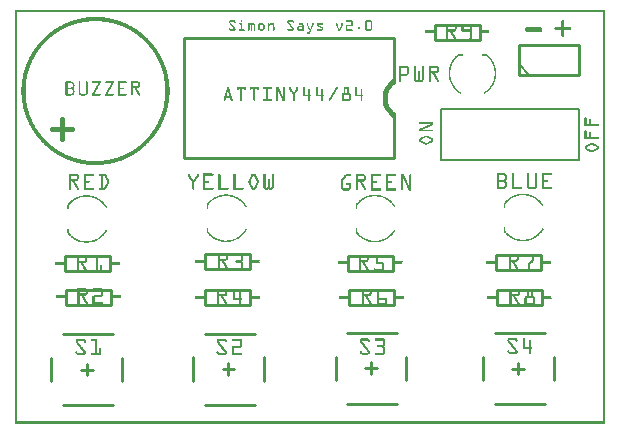
<source format=gto>
G04 MADE WITH FRITZING*
G04 WWW.FRITZING.ORG*
G04 DOUBLE SIDED*
G04 HOLES PLATED*
G04 CONTOUR ON CENTER OF CONTOUR VECTOR*
%ASAXBY*%
%FSLAX23Y23*%
%MOIN*%
%OFA0B0*%
%SFA1.0B1.0*%
%ADD10C,0.008000*%
%ADD11C,0.010000*%
%ADD12C,0.005000*%
%ADD13R,0.001000X0.001000*%
%LNSILK1*%
G90*
G70*
G54D10*
X1421Y1051D02*
X1421Y879D01*
D02*
X1421Y879D02*
X1879Y879D01*
D02*
X1879Y879D02*
X1879Y1051D01*
D02*
X1879Y1051D02*
X1421Y1051D01*
G54D11*
D02*
X1263Y1288D02*
X563Y1288D01*
D02*
X563Y1288D02*
X563Y888D01*
D02*
X563Y888D02*
X1263Y888D01*
D02*
X1263Y1288D02*
X1263Y1138D01*
D02*
X1263Y1038D02*
X1263Y888D01*
D02*
X829Y223D02*
X829Y144D01*
D02*
X633Y301D02*
X800Y301D01*
D02*
X633Y65D02*
X800Y65D01*
D02*
X593Y223D02*
X593Y144D01*
D02*
X711Y203D02*
X711Y164D01*
D02*
X731Y183D02*
X692Y183D01*
D02*
X1305Y225D02*
X1305Y147D01*
D02*
X1108Y304D02*
X1275Y304D01*
D02*
X1108Y68D02*
X1275Y68D01*
D02*
X1069Y225D02*
X1069Y147D01*
D02*
X1187Y206D02*
X1187Y166D01*
D02*
X1206Y186D02*
X1167Y186D01*
D02*
X1796Y225D02*
X1796Y146D01*
D02*
X1599Y304D02*
X1766Y304D01*
D02*
X1599Y67D02*
X1766Y67D01*
D02*
X1559Y225D02*
X1559Y146D01*
D02*
X1678Y205D02*
X1678Y166D01*
D02*
X1697Y185D02*
X1658Y185D01*
D02*
X357Y222D02*
X357Y143D01*
D02*
X161Y301D02*
X328Y301D01*
D02*
X161Y64D02*
X328Y64D01*
D02*
X121Y222D02*
X121Y143D01*
D02*
X239Y202D02*
X239Y163D01*
D02*
X259Y182D02*
X220Y182D01*
D02*
X1604Y563D02*
X1754Y563D01*
D02*
X1754Y563D02*
X1754Y513D01*
D02*
X1754Y513D02*
X1604Y513D01*
D02*
X1604Y513D02*
X1604Y563D01*
D02*
X1110Y561D02*
X1260Y561D01*
D02*
X1260Y561D02*
X1260Y511D01*
D02*
X1260Y511D02*
X1110Y511D01*
D02*
X1110Y511D02*
X1110Y561D01*
D02*
X633Y566D02*
X783Y566D01*
D02*
X783Y566D02*
X783Y516D01*
D02*
X783Y516D02*
X633Y516D01*
D02*
X633Y516D02*
X633Y566D01*
D02*
X1607Y447D02*
X1757Y447D01*
D02*
X1757Y447D02*
X1757Y397D01*
D02*
X1757Y397D02*
X1607Y397D01*
D02*
X1607Y397D02*
X1607Y447D01*
D02*
X1113Y447D02*
X1263Y447D01*
D02*
X1263Y447D02*
X1263Y397D01*
D02*
X1263Y397D02*
X1113Y397D01*
D02*
X1113Y397D02*
X1113Y447D01*
D02*
X634Y447D02*
X784Y447D01*
D02*
X784Y447D02*
X784Y397D01*
D02*
X784Y397D02*
X634Y397D01*
D02*
X634Y397D02*
X634Y447D01*
D02*
X170Y448D02*
X320Y448D01*
D02*
X320Y448D02*
X320Y398D01*
D02*
X320Y398D02*
X170Y398D01*
D02*
X170Y398D02*
X170Y448D01*
D02*
X167Y559D02*
X317Y559D01*
D02*
X317Y559D02*
X317Y509D01*
D02*
X317Y509D02*
X167Y509D01*
D02*
X167Y509D02*
X167Y559D01*
D02*
X1680Y1164D02*
X1880Y1164D01*
D02*
X1880Y1164D02*
X1880Y1264D01*
D02*
X1880Y1264D02*
X1680Y1264D01*
D02*
X1680Y1264D02*
X1680Y1164D01*
G54D12*
D02*
X1715Y1164D02*
X1680Y1199D01*
G54D11*
D02*
X1400Y1332D02*
X1550Y1332D01*
D02*
X1550Y1332D02*
X1550Y1282D01*
D02*
X1550Y1282D02*
X1400Y1282D01*
D02*
X1400Y1282D02*
X1400Y1332D01*
G54D13*
X0Y1380D02*
X1967Y1380D01*
X0Y1379D02*
X1967Y1379D01*
X0Y1378D02*
X1967Y1378D01*
X0Y1377D02*
X1967Y1377D01*
X0Y1376D02*
X1967Y1376D01*
X0Y1375D02*
X1967Y1375D01*
X0Y1374D02*
X1967Y1374D01*
X0Y1373D02*
X1967Y1373D01*
X0Y1372D02*
X7Y1372D01*
X1960Y1372D02*
X1967Y1372D01*
X0Y1371D02*
X7Y1371D01*
X1960Y1371D02*
X1967Y1371D01*
X0Y1370D02*
X7Y1370D01*
X1960Y1370D02*
X1967Y1370D01*
X0Y1369D02*
X7Y1369D01*
X1960Y1369D02*
X1967Y1369D01*
X0Y1368D02*
X7Y1368D01*
X1960Y1368D02*
X1967Y1368D01*
X0Y1367D02*
X7Y1367D01*
X1960Y1367D02*
X1967Y1367D01*
X0Y1366D02*
X7Y1366D01*
X1960Y1366D02*
X1967Y1366D01*
X0Y1365D02*
X7Y1365D01*
X1960Y1365D02*
X1967Y1365D01*
X0Y1364D02*
X7Y1364D01*
X1960Y1364D02*
X1967Y1364D01*
X0Y1363D02*
X7Y1363D01*
X1960Y1363D02*
X1967Y1363D01*
X0Y1362D02*
X7Y1362D01*
X1960Y1362D02*
X1967Y1362D01*
X0Y1361D02*
X7Y1361D01*
X1960Y1361D02*
X1967Y1361D01*
X0Y1360D02*
X7Y1360D01*
X1960Y1360D02*
X1967Y1360D01*
X0Y1359D02*
X7Y1359D01*
X1960Y1359D02*
X1967Y1359D01*
X0Y1358D02*
X7Y1358D01*
X1960Y1358D02*
X1967Y1358D01*
X0Y1357D02*
X7Y1357D01*
X1960Y1357D02*
X1967Y1357D01*
X0Y1356D02*
X7Y1356D01*
X248Y1356D02*
X290Y1356D01*
X1960Y1356D02*
X1967Y1356D01*
X0Y1355D02*
X7Y1355D01*
X238Y1355D02*
X299Y1355D01*
X1960Y1355D02*
X1967Y1355D01*
X0Y1354D02*
X7Y1354D01*
X231Y1354D02*
X306Y1354D01*
X1960Y1354D02*
X1967Y1354D01*
X0Y1353D02*
X7Y1353D01*
X225Y1353D02*
X312Y1353D01*
X1960Y1353D02*
X1967Y1353D01*
X0Y1352D02*
X7Y1352D01*
X220Y1352D02*
X317Y1352D01*
X1960Y1352D02*
X1967Y1352D01*
X0Y1351D02*
X7Y1351D01*
X215Y1351D02*
X322Y1351D01*
X1960Y1351D02*
X1967Y1351D01*
X0Y1350D02*
X7Y1350D01*
X211Y1350D02*
X326Y1350D01*
X1960Y1350D02*
X1967Y1350D01*
X0Y1349D02*
X7Y1349D01*
X207Y1349D02*
X330Y1349D01*
X1960Y1349D02*
X1967Y1349D01*
X0Y1348D02*
X7Y1348D01*
X204Y1348D02*
X334Y1348D01*
X1960Y1348D02*
X1967Y1348D01*
X0Y1347D02*
X7Y1347D01*
X200Y1347D02*
X337Y1347D01*
X753Y1347D02*
X758Y1347D01*
X1960Y1347D02*
X1967Y1347D01*
X0Y1346D02*
X7Y1346D01*
X197Y1346D02*
X340Y1346D01*
X753Y1346D02*
X758Y1346D01*
X1825Y1346D02*
X1827Y1346D01*
X1960Y1346D02*
X1967Y1346D01*
X0Y1345D02*
X7Y1345D01*
X194Y1345D02*
X344Y1345D01*
X716Y1345D02*
X732Y1345D01*
X753Y1345D02*
X758Y1345D01*
X911Y1345D02*
X927Y1345D01*
X1104Y1345D02*
X1123Y1345D01*
X1170Y1345D02*
X1188Y1345D01*
X1823Y1345D02*
X1829Y1345D01*
X1960Y1345D02*
X1967Y1345D01*
X0Y1344D02*
X7Y1344D01*
X191Y1344D02*
X346Y1344D01*
X715Y1344D02*
X733Y1344D01*
X753Y1344D02*
X758Y1344D01*
X910Y1344D02*
X928Y1344D01*
X1104Y1344D02*
X1124Y1344D01*
X1169Y1344D02*
X1189Y1344D01*
X1822Y1344D02*
X1830Y1344D01*
X1960Y1344D02*
X1967Y1344D01*
X0Y1343D02*
X7Y1343D01*
X188Y1343D02*
X263Y1343D01*
X274Y1343D02*
X349Y1343D01*
X714Y1343D02*
X734Y1343D01*
X753Y1343D02*
X758Y1343D01*
X909Y1343D02*
X929Y1343D01*
X1104Y1343D02*
X1125Y1343D01*
X1169Y1343D02*
X1190Y1343D01*
X1822Y1343D02*
X1831Y1343D01*
X1960Y1343D02*
X1967Y1343D01*
X0Y1342D02*
X7Y1342D01*
X185Y1342D02*
X245Y1342D01*
X292Y1342D02*
X352Y1342D01*
X714Y1342D02*
X734Y1342D01*
X753Y1342D02*
X758Y1342D01*
X909Y1342D02*
X929Y1342D01*
X1104Y1342D02*
X1125Y1342D01*
X1169Y1342D02*
X1190Y1342D01*
X1821Y1342D02*
X1831Y1342D01*
X1960Y1342D02*
X1967Y1342D01*
X0Y1341D02*
X7Y1341D01*
X182Y1341D02*
X237Y1341D01*
X300Y1341D02*
X355Y1341D01*
X714Y1341D02*
X717Y1341D01*
X731Y1341D02*
X735Y1341D01*
X909Y1341D02*
X912Y1341D01*
X926Y1341D02*
X930Y1341D01*
X1121Y1341D02*
X1125Y1341D01*
X1168Y1341D02*
X1172Y1341D01*
X1186Y1341D02*
X1190Y1341D01*
X1821Y1341D02*
X1831Y1341D01*
X1960Y1341D02*
X1967Y1341D01*
X0Y1340D02*
X7Y1340D01*
X180Y1340D02*
X230Y1340D01*
X307Y1340D02*
X357Y1340D01*
X714Y1340D02*
X718Y1340D01*
X731Y1340D02*
X735Y1340D01*
X909Y1340D02*
X913Y1340D01*
X926Y1340D02*
X930Y1340D01*
X1121Y1340D02*
X1125Y1340D01*
X1168Y1340D02*
X1172Y1340D01*
X1186Y1340D02*
X1190Y1340D01*
X1821Y1340D02*
X1831Y1340D01*
X1960Y1340D02*
X1967Y1340D01*
X0Y1339D02*
X7Y1339D01*
X177Y1339D02*
X224Y1339D01*
X313Y1339D02*
X360Y1339D01*
X714Y1339D02*
X718Y1339D01*
X732Y1339D02*
X735Y1339D01*
X909Y1339D02*
X913Y1339D01*
X927Y1339D02*
X930Y1339D01*
X1121Y1339D02*
X1125Y1339D01*
X1168Y1339D02*
X1172Y1339D01*
X1186Y1339D02*
X1190Y1339D01*
X1821Y1339D02*
X1831Y1339D01*
X1960Y1339D02*
X1967Y1339D01*
X0Y1338D02*
X7Y1338D01*
X175Y1338D02*
X219Y1338D01*
X318Y1338D02*
X362Y1338D01*
X714Y1338D02*
X719Y1338D01*
X732Y1338D02*
X734Y1338D01*
X909Y1338D02*
X914Y1338D01*
X927Y1338D02*
X929Y1338D01*
X1121Y1338D02*
X1125Y1338D01*
X1168Y1338D02*
X1172Y1338D01*
X1186Y1338D02*
X1190Y1338D01*
X1821Y1338D02*
X1831Y1338D01*
X1960Y1338D02*
X1967Y1338D01*
X0Y1337D02*
X7Y1337D01*
X172Y1337D02*
X215Y1337D01*
X323Y1337D02*
X365Y1337D01*
X715Y1337D02*
X720Y1337D01*
X910Y1337D02*
X915Y1337D01*
X1121Y1337D02*
X1125Y1337D01*
X1168Y1337D02*
X1172Y1337D01*
X1186Y1337D02*
X1190Y1337D01*
X1821Y1337D02*
X1831Y1337D01*
X1960Y1337D02*
X1967Y1337D01*
X0Y1336D02*
X7Y1336D01*
X170Y1336D02*
X210Y1336D01*
X327Y1336D02*
X367Y1336D01*
X716Y1336D02*
X721Y1336D01*
X749Y1336D02*
X757Y1336D01*
X779Y1336D02*
X780Y1336D01*
X785Y1336D02*
X788Y1336D01*
X794Y1336D02*
X796Y1336D01*
X817Y1336D02*
X826Y1336D01*
X845Y1336D02*
X846Y1336D01*
X854Y1336D02*
X860Y1336D01*
X911Y1336D02*
X916Y1336D01*
X946Y1336D02*
X957Y1336D01*
X975Y1336D02*
X976Y1336D01*
X992Y1336D02*
X994Y1336D01*
X1010Y1336D02*
X1023Y1336D01*
X1072Y1336D02*
X1073Y1336D01*
X1090Y1336D02*
X1091Y1336D01*
X1121Y1336D02*
X1125Y1336D01*
X1168Y1336D02*
X1172Y1336D01*
X1186Y1336D02*
X1190Y1336D01*
X1821Y1336D02*
X1831Y1336D01*
X1960Y1336D02*
X1967Y1336D01*
X0Y1335D02*
X7Y1335D01*
X168Y1335D02*
X206Y1335D01*
X331Y1335D02*
X369Y1335D01*
X717Y1335D02*
X721Y1335D01*
X748Y1335D02*
X758Y1335D01*
X778Y1335D02*
X789Y1335D01*
X792Y1335D02*
X798Y1335D01*
X815Y1335D02*
X828Y1335D01*
X844Y1335D02*
X847Y1335D01*
X852Y1335D02*
X862Y1335D01*
X912Y1335D02*
X916Y1335D01*
X946Y1335D02*
X959Y1335D01*
X974Y1335D02*
X977Y1335D01*
X992Y1335D02*
X995Y1335D01*
X1009Y1335D02*
X1025Y1335D01*
X1071Y1335D02*
X1074Y1335D01*
X1089Y1335D02*
X1092Y1335D01*
X1121Y1335D02*
X1125Y1335D01*
X1168Y1335D02*
X1172Y1335D01*
X1186Y1335D02*
X1190Y1335D01*
X1821Y1335D02*
X1831Y1335D01*
X1960Y1335D02*
X1967Y1335D01*
X0Y1334D02*
X7Y1334D01*
X166Y1334D02*
X203Y1334D01*
X334Y1334D02*
X371Y1334D01*
X717Y1334D02*
X722Y1334D01*
X748Y1334D02*
X758Y1334D01*
X778Y1334D02*
X798Y1334D01*
X814Y1334D02*
X829Y1334D01*
X843Y1334D02*
X847Y1334D01*
X850Y1334D02*
X863Y1334D01*
X912Y1334D02*
X917Y1334D01*
X945Y1334D02*
X960Y1334D01*
X973Y1334D02*
X977Y1334D01*
X991Y1334D02*
X995Y1334D01*
X1008Y1334D02*
X1026Y1334D01*
X1071Y1334D02*
X1075Y1334D01*
X1089Y1334D02*
X1092Y1334D01*
X1121Y1334D02*
X1125Y1334D01*
X1168Y1334D02*
X1172Y1334D01*
X1186Y1334D02*
X1190Y1334D01*
X1821Y1334D02*
X1831Y1334D01*
X1960Y1334D02*
X1967Y1334D01*
X0Y1333D02*
X7Y1333D01*
X164Y1333D02*
X199Y1333D01*
X338Y1333D02*
X374Y1333D01*
X718Y1333D02*
X723Y1333D01*
X749Y1333D02*
X758Y1333D01*
X778Y1333D02*
X799Y1333D01*
X813Y1333D02*
X830Y1333D01*
X843Y1333D02*
X847Y1333D01*
X849Y1333D02*
X863Y1333D01*
X913Y1333D02*
X918Y1333D01*
X946Y1333D02*
X961Y1333D01*
X973Y1333D02*
X977Y1333D01*
X991Y1333D02*
X995Y1333D01*
X1007Y1333D02*
X1027Y1333D01*
X1071Y1333D02*
X1075Y1333D01*
X1089Y1333D02*
X1092Y1333D01*
X1121Y1333D02*
X1125Y1333D01*
X1168Y1333D02*
X1172Y1333D01*
X1186Y1333D02*
X1190Y1333D01*
X1821Y1333D02*
X1831Y1333D01*
X1960Y1333D02*
X1967Y1333D01*
X0Y1332D02*
X7Y1332D01*
X161Y1332D02*
X196Y1332D01*
X341Y1332D02*
X376Y1332D01*
X719Y1332D02*
X724Y1332D01*
X750Y1332D02*
X758Y1332D01*
X778Y1332D02*
X799Y1332D01*
X812Y1332D02*
X831Y1332D01*
X843Y1332D02*
X864Y1332D01*
X914Y1332D02*
X919Y1332D01*
X947Y1332D02*
X961Y1332D01*
X973Y1332D02*
X977Y1332D01*
X991Y1332D02*
X995Y1332D01*
X1007Y1332D02*
X1027Y1332D01*
X1071Y1332D02*
X1075Y1332D01*
X1089Y1332D02*
X1092Y1332D01*
X1121Y1332D02*
X1125Y1332D01*
X1168Y1332D02*
X1172Y1332D01*
X1186Y1332D02*
X1190Y1332D01*
X1438Y1332D02*
X1465Y1332D01*
X1490Y1332D02*
X1521Y1332D01*
X1821Y1332D02*
X1831Y1332D01*
X1960Y1332D02*
X1967Y1332D01*
X0Y1331D02*
X7Y1331D01*
X160Y1331D02*
X193Y1331D01*
X344Y1331D02*
X378Y1331D01*
X720Y1331D02*
X725Y1331D01*
X755Y1331D02*
X758Y1331D01*
X778Y1331D02*
X784Y1331D01*
X787Y1331D02*
X793Y1331D01*
X796Y1331D02*
X800Y1331D01*
X812Y1331D02*
X816Y1331D01*
X827Y1331D02*
X832Y1331D01*
X843Y1331D02*
X853Y1331D01*
X860Y1331D02*
X864Y1331D01*
X915Y1331D02*
X920Y1331D01*
X958Y1331D02*
X962Y1331D01*
X973Y1331D02*
X977Y1331D01*
X991Y1331D02*
X995Y1331D01*
X1007Y1331D02*
X1010Y1331D01*
X1024Y1331D02*
X1026Y1331D01*
X1071Y1331D02*
X1075Y1331D01*
X1089Y1331D02*
X1092Y1331D01*
X1121Y1331D02*
X1125Y1331D01*
X1168Y1331D02*
X1172Y1331D01*
X1186Y1331D02*
X1190Y1331D01*
X1438Y1331D02*
X1467Y1331D01*
X1489Y1331D02*
X1522Y1331D01*
X1821Y1331D02*
X1831Y1331D01*
X1960Y1331D02*
X1967Y1331D01*
X0Y1330D02*
X7Y1330D01*
X158Y1330D02*
X190Y1330D01*
X347Y1330D02*
X379Y1330D01*
X720Y1330D02*
X725Y1330D01*
X755Y1330D02*
X758Y1330D01*
X778Y1330D02*
X783Y1330D01*
X787Y1330D02*
X792Y1330D01*
X796Y1330D02*
X800Y1330D01*
X811Y1330D02*
X815Y1330D01*
X828Y1330D02*
X832Y1330D01*
X843Y1330D02*
X851Y1330D01*
X861Y1330D02*
X864Y1330D01*
X915Y1330D02*
X920Y1330D01*
X958Y1330D02*
X962Y1330D01*
X974Y1330D02*
X977Y1330D01*
X991Y1330D02*
X995Y1330D01*
X1007Y1330D02*
X1010Y1330D01*
X1025Y1330D02*
X1025Y1330D01*
X1071Y1330D02*
X1075Y1330D01*
X1088Y1330D02*
X1092Y1330D01*
X1106Y1330D02*
X1125Y1330D01*
X1168Y1330D02*
X1172Y1330D01*
X1186Y1330D02*
X1190Y1330D01*
X1438Y1330D02*
X1468Y1330D01*
X1489Y1330D02*
X1522Y1330D01*
X1821Y1330D02*
X1831Y1330D01*
X1960Y1330D02*
X1967Y1330D01*
X0Y1329D02*
X7Y1329D01*
X156Y1329D02*
X187Y1329D01*
X350Y1329D02*
X381Y1329D01*
X721Y1329D02*
X726Y1329D01*
X755Y1329D02*
X758Y1329D01*
X778Y1329D02*
X782Y1329D01*
X787Y1329D02*
X791Y1329D01*
X796Y1329D02*
X800Y1329D01*
X811Y1329D02*
X815Y1329D01*
X829Y1329D02*
X832Y1329D01*
X843Y1329D02*
X850Y1329D01*
X861Y1329D02*
X864Y1329D01*
X916Y1329D02*
X921Y1329D01*
X958Y1329D02*
X962Y1329D01*
X974Y1329D02*
X978Y1329D01*
X991Y1329D02*
X994Y1329D01*
X1007Y1329D02*
X1012Y1329D01*
X1071Y1329D02*
X1075Y1329D01*
X1088Y1329D02*
X1092Y1329D01*
X1105Y1329D02*
X1125Y1329D01*
X1168Y1329D02*
X1172Y1329D01*
X1186Y1329D02*
X1190Y1329D01*
X1438Y1329D02*
X1469Y1329D01*
X1489Y1329D02*
X1522Y1329D01*
X1821Y1329D02*
X1831Y1329D01*
X1960Y1329D02*
X1967Y1329D01*
X0Y1328D02*
X7Y1328D01*
X154Y1328D02*
X185Y1328D01*
X352Y1328D02*
X383Y1328D01*
X722Y1328D02*
X727Y1328D01*
X755Y1328D02*
X758Y1328D01*
X778Y1328D02*
X782Y1328D01*
X787Y1328D02*
X791Y1328D01*
X796Y1328D02*
X800Y1328D01*
X811Y1328D02*
X815Y1328D01*
X829Y1328D02*
X832Y1328D01*
X843Y1328D02*
X848Y1328D01*
X861Y1328D02*
X864Y1328D01*
X917Y1328D02*
X922Y1328D01*
X958Y1328D02*
X962Y1328D01*
X974Y1328D02*
X978Y1328D01*
X990Y1328D02*
X994Y1328D01*
X1007Y1328D02*
X1014Y1328D01*
X1072Y1328D02*
X1076Y1328D01*
X1088Y1328D02*
X1092Y1328D01*
X1104Y1328D02*
X1124Y1328D01*
X1168Y1328D02*
X1172Y1328D01*
X1186Y1328D02*
X1190Y1328D01*
X1438Y1328D02*
X1470Y1328D01*
X1489Y1328D02*
X1522Y1328D01*
X1821Y1328D02*
X1831Y1328D01*
X1960Y1328D02*
X1967Y1328D01*
X0Y1327D02*
X7Y1327D01*
X152Y1327D02*
X182Y1327D01*
X355Y1327D02*
X385Y1327D01*
X723Y1327D02*
X728Y1327D01*
X755Y1327D02*
X758Y1327D01*
X778Y1327D02*
X782Y1327D01*
X787Y1327D02*
X791Y1327D01*
X796Y1327D02*
X800Y1327D01*
X811Y1327D02*
X815Y1327D01*
X829Y1327D02*
X832Y1327D01*
X843Y1327D02*
X847Y1327D01*
X861Y1327D02*
X864Y1327D01*
X918Y1327D02*
X923Y1327D01*
X958Y1327D02*
X962Y1327D01*
X975Y1327D02*
X979Y1327D01*
X990Y1327D02*
X994Y1327D01*
X1008Y1327D02*
X1017Y1327D01*
X1072Y1327D02*
X1076Y1327D01*
X1087Y1327D02*
X1091Y1327D01*
X1104Y1327D02*
X1123Y1327D01*
X1168Y1327D02*
X1172Y1327D01*
X1186Y1327D02*
X1190Y1327D01*
X1438Y1327D02*
X1471Y1327D01*
X1489Y1327D02*
X1522Y1327D01*
X1821Y1327D02*
X1831Y1327D01*
X1960Y1327D02*
X1967Y1327D01*
X0Y1326D02*
X7Y1326D01*
X150Y1326D02*
X180Y1326D01*
X357Y1326D02*
X387Y1326D01*
X724Y1326D02*
X728Y1326D01*
X755Y1326D02*
X758Y1326D01*
X778Y1326D02*
X782Y1326D01*
X787Y1326D02*
X791Y1326D01*
X796Y1326D02*
X800Y1326D01*
X811Y1326D02*
X815Y1326D01*
X829Y1326D02*
X832Y1326D01*
X843Y1326D02*
X847Y1326D01*
X861Y1326D02*
X864Y1326D01*
X919Y1326D02*
X923Y1326D01*
X945Y1326D02*
X962Y1326D01*
X975Y1326D02*
X979Y1326D01*
X989Y1326D02*
X993Y1326D01*
X1009Y1326D02*
X1019Y1326D01*
X1073Y1326D02*
X1077Y1326D01*
X1087Y1326D02*
X1091Y1326D01*
X1103Y1326D02*
X1107Y1326D01*
X1168Y1326D02*
X1172Y1326D01*
X1186Y1326D02*
X1190Y1326D01*
X1438Y1326D02*
X1471Y1326D01*
X1489Y1326D02*
X1522Y1326D01*
X1821Y1326D02*
X1831Y1326D01*
X1960Y1326D02*
X1967Y1326D01*
X0Y1325D02*
X7Y1325D01*
X148Y1325D02*
X177Y1325D01*
X360Y1325D02*
X389Y1325D01*
X724Y1325D02*
X729Y1325D01*
X755Y1325D02*
X758Y1325D01*
X778Y1325D02*
X782Y1325D01*
X787Y1325D02*
X791Y1325D01*
X796Y1325D02*
X800Y1325D01*
X811Y1325D02*
X815Y1325D01*
X829Y1325D02*
X832Y1325D01*
X843Y1325D02*
X847Y1325D01*
X861Y1325D02*
X864Y1325D01*
X919Y1325D02*
X924Y1325D01*
X943Y1325D02*
X962Y1325D01*
X976Y1325D02*
X980Y1325D01*
X989Y1325D02*
X993Y1325D01*
X1011Y1325D02*
X1021Y1325D01*
X1073Y1325D02*
X1077Y1325D01*
X1086Y1325D02*
X1090Y1325D01*
X1103Y1325D02*
X1107Y1325D01*
X1168Y1325D02*
X1172Y1325D01*
X1186Y1325D02*
X1190Y1325D01*
X1438Y1325D02*
X1444Y1325D01*
X1464Y1325D02*
X1472Y1325D01*
X1489Y1325D02*
X1495Y1325D01*
X1516Y1325D02*
X1522Y1325D01*
X1821Y1325D02*
X1831Y1325D01*
X1960Y1325D02*
X1967Y1325D01*
X0Y1324D02*
X7Y1324D01*
X147Y1324D02*
X175Y1324D01*
X362Y1324D02*
X391Y1324D01*
X725Y1324D02*
X730Y1324D01*
X755Y1324D02*
X758Y1324D01*
X778Y1324D02*
X782Y1324D01*
X787Y1324D02*
X791Y1324D01*
X796Y1324D02*
X800Y1324D01*
X811Y1324D02*
X815Y1324D01*
X829Y1324D02*
X832Y1324D01*
X843Y1324D02*
X847Y1324D01*
X861Y1324D02*
X864Y1324D01*
X920Y1324D02*
X925Y1324D01*
X942Y1324D02*
X962Y1324D01*
X976Y1324D02*
X980Y1324D01*
X988Y1324D02*
X992Y1324D01*
X1013Y1324D02*
X1023Y1324D01*
X1074Y1324D02*
X1077Y1324D01*
X1086Y1324D02*
X1090Y1324D01*
X1103Y1324D02*
X1107Y1324D01*
X1143Y1324D02*
X1150Y1324D01*
X1168Y1324D02*
X1172Y1324D01*
X1186Y1324D02*
X1190Y1324D01*
X1438Y1324D02*
X1444Y1324D01*
X1465Y1324D02*
X1472Y1324D01*
X1489Y1324D02*
X1495Y1324D01*
X1516Y1324D02*
X1522Y1324D01*
X1804Y1324D02*
X1849Y1324D01*
X1960Y1324D02*
X1967Y1324D01*
X0Y1323D02*
X7Y1323D01*
X145Y1323D02*
X173Y1323D01*
X364Y1323D02*
X392Y1323D01*
X726Y1323D02*
X731Y1323D01*
X755Y1323D02*
X758Y1323D01*
X778Y1323D02*
X782Y1323D01*
X787Y1323D02*
X791Y1323D01*
X796Y1323D02*
X800Y1323D01*
X811Y1323D02*
X815Y1323D01*
X829Y1323D02*
X832Y1323D01*
X843Y1323D02*
X847Y1323D01*
X861Y1323D02*
X865Y1323D01*
X921Y1323D02*
X926Y1323D01*
X942Y1323D02*
X962Y1323D01*
X976Y1323D02*
X980Y1323D01*
X988Y1323D02*
X992Y1323D01*
X1015Y1323D02*
X1025Y1323D01*
X1074Y1323D02*
X1078Y1323D01*
X1085Y1323D02*
X1089Y1323D01*
X1103Y1323D02*
X1107Y1323D01*
X1143Y1323D02*
X1151Y1323D01*
X1168Y1323D02*
X1172Y1323D01*
X1186Y1323D02*
X1190Y1323D01*
X1438Y1323D02*
X1444Y1323D01*
X1466Y1323D02*
X1472Y1323D01*
X1489Y1323D02*
X1495Y1323D01*
X1516Y1323D02*
X1522Y1323D01*
X1801Y1323D02*
X1851Y1323D01*
X1960Y1323D02*
X1967Y1323D01*
X0Y1322D02*
X7Y1322D01*
X143Y1322D02*
X170Y1322D01*
X367Y1322D02*
X394Y1322D01*
X727Y1322D02*
X732Y1322D01*
X755Y1322D02*
X758Y1322D01*
X778Y1322D02*
X782Y1322D01*
X787Y1322D02*
X791Y1322D01*
X796Y1322D02*
X800Y1322D01*
X811Y1322D02*
X815Y1322D01*
X829Y1322D02*
X832Y1322D01*
X843Y1322D02*
X847Y1322D01*
X861Y1322D02*
X865Y1322D01*
X922Y1322D02*
X927Y1322D01*
X941Y1322D02*
X946Y1322D01*
X957Y1322D02*
X962Y1322D01*
X977Y1322D02*
X981Y1322D01*
X987Y1322D02*
X991Y1322D01*
X1018Y1322D02*
X1026Y1322D01*
X1074Y1322D02*
X1078Y1322D01*
X1085Y1322D02*
X1089Y1322D01*
X1103Y1322D02*
X1107Y1322D01*
X1143Y1322D02*
X1151Y1322D01*
X1168Y1322D02*
X1172Y1322D01*
X1186Y1322D02*
X1190Y1322D01*
X1438Y1322D02*
X1444Y1322D01*
X1466Y1322D02*
X1472Y1322D01*
X1489Y1322D02*
X1495Y1322D01*
X1516Y1322D02*
X1522Y1322D01*
X1705Y1322D02*
X1754Y1322D01*
X1800Y1322D02*
X1852Y1322D01*
X1960Y1322D02*
X1967Y1322D01*
X0Y1321D02*
X7Y1321D01*
X141Y1321D02*
X168Y1321D01*
X369Y1321D02*
X396Y1321D01*
X727Y1321D02*
X732Y1321D01*
X755Y1321D02*
X758Y1321D01*
X778Y1321D02*
X782Y1321D01*
X787Y1321D02*
X791Y1321D01*
X796Y1321D02*
X800Y1321D01*
X811Y1321D02*
X815Y1321D01*
X829Y1321D02*
X832Y1321D01*
X843Y1321D02*
X847Y1321D01*
X861Y1321D02*
X865Y1321D01*
X922Y1321D02*
X927Y1321D01*
X941Y1321D02*
X945Y1321D01*
X958Y1321D02*
X962Y1321D01*
X977Y1321D02*
X981Y1321D01*
X987Y1321D02*
X991Y1321D01*
X1020Y1321D02*
X1026Y1321D01*
X1075Y1321D02*
X1079Y1321D01*
X1085Y1321D02*
X1088Y1321D01*
X1103Y1321D02*
X1107Y1321D01*
X1143Y1321D02*
X1151Y1321D01*
X1168Y1321D02*
X1172Y1321D01*
X1186Y1321D02*
X1190Y1321D01*
X1438Y1321D02*
X1444Y1321D01*
X1466Y1321D02*
X1472Y1321D01*
X1489Y1321D02*
X1495Y1321D01*
X1516Y1321D02*
X1522Y1321D01*
X1704Y1321D02*
X1755Y1321D01*
X1800Y1321D02*
X1853Y1321D01*
X1960Y1321D02*
X1967Y1321D01*
X0Y1320D02*
X7Y1320D01*
X140Y1320D02*
X166Y1320D01*
X371Y1320D02*
X397Y1320D01*
X728Y1320D02*
X733Y1320D01*
X755Y1320D02*
X758Y1320D01*
X778Y1320D02*
X782Y1320D01*
X787Y1320D02*
X791Y1320D01*
X796Y1320D02*
X800Y1320D01*
X811Y1320D02*
X815Y1320D01*
X829Y1320D02*
X832Y1320D01*
X843Y1320D02*
X847Y1320D01*
X861Y1320D02*
X865Y1320D01*
X923Y1320D02*
X928Y1320D01*
X941Y1320D02*
X945Y1320D01*
X959Y1320D02*
X962Y1320D01*
X978Y1320D02*
X982Y1320D01*
X987Y1320D02*
X991Y1320D01*
X1022Y1320D02*
X1027Y1320D01*
X1075Y1320D02*
X1079Y1320D01*
X1084Y1320D02*
X1088Y1320D01*
X1103Y1320D02*
X1107Y1320D01*
X1143Y1320D02*
X1151Y1320D01*
X1168Y1320D02*
X1172Y1320D01*
X1186Y1320D02*
X1190Y1320D01*
X1438Y1320D02*
X1444Y1320D01*
X1466Y1320D02*
X1472Y1320D01*
X1489Y1320D02*
X1495Y1320D01*
X1516Y1320D02*
X1522Y1320D01*
X1703Y1320D02*
X1756Y1320D01*
X1799Y1320D02*
X1853Y1320D01*
X1960Y1320D02*
X1967Y1320D01*
X0Y1319D02*
X7Y1319D01*
X138Y1319D02*
X164Y1319D01*
X373Y1319D02*
X399Y1319D01*
X715Y1319D02*
X716Y1319D01*
X729Y1319D02*
X734Y1319D01*
X755Y1319D02*
X758Y1319D01*
X778Y1319D02*
X782Y1319D01*
X787Y1319D02*
X791Y1319D01*
X796Y1319D02*
X800Y1319D01*
X811Y1319D02*
X815Y1319D01*
X829Y1319D02*
X832Y1319D01*
X843Y1319D02*
X847Y1319D01*
X861Y1319D02*
X865Y1319D01*
X910Y1319D02*
X911Y1319D01*
X924Y1319D02*
X929Y1319D01*
X941Y1319D02*
X945Y1319D01*
X959Y1319D02*
X962Y1319D01*
X978Y1319D02*
X982Y1319D01*
X986Y1319D02*
X990Y1319D01*
X1023Y1319D02*
X1027Y1319D01*
X1076Y1319D02*
X1080Y1319D01*
X1084Y1319D02*
X1088Y1319D01*
X1103Y1319D02*
X1107Y1319D01*
X1143Y1319D02*
X1151Y1319D01*
X1168Y1319D02*
X1172Y1319D01*
X1186Y1319D02*
X1190Y1319D01*
X1438Y1319D02*
X1444Y1319D01*
X1466Y1319D02*
X1472Y1319D01*
X1489Y1319D02*
X1495Y1319D01*
X1516Y1319D02*
X1522Y1319D01*
X1702Y1319D02*
X1756Y1319D01*
X1799Y1319D02*
X1854Y1319D01*
X1960Y1319D02*
X1967Y1319D01*
X0Y1318D02*
X7Y1318D01*
X137Y1318D02*
X162Y1318D01*
X375Y1318D02*
X400Y1318D01*
X714Y1318D02*
X717Y1318D01*
X730Y1318D02*
X734Y1318D01*
X755Y1318D02*
X758Y1318D01*
X778Y1318D02*
X782Y1318D01*
X787Y1318D02*
X791Y1318D01*
X796Y1318D02*
X800Y1318D01*
X811Y1318D02*
X815Y1318D01*
X829Y1318D02*
X832Y1318D01*
X843Y1318D02*
X847Y1318D01*
X861Y1318D02*
X865Y1318D01*
X909Y1318D02*
X912Y1318D01*
X925Y1318D02*
X929Y1318D01*
X941Y1318D02*
X945Y1318D01*
X958Y1318D02*
X962Y1318D01*
X979Y1318D02*
X983Y1318D01*
X986Y1318D02*
X990Y1318D01*
X1024Y1318D02*
X1027Y1318D01*
X1076Y1318D02*
X1080Y1318D01*
X1083Y1318D02*
X1087Y1318D01*
X1103Y1318D02*
X1107Y1318D01*
X1143Y1318D02*
X1150Y1318D01*
X1168Y1318D02*
X1172Y1318D01*
X1186Y1318D02*
X1190Y1318D01*
X1438Y1318D02*
X1444Y1318D01*
X1466Y1318D02*
X1472Y1318D01*
X1489Y1318D02*
X1495Y1318D01*
X1516Y1318D02*
X1522Y1318D01*
X1702Y1318D02*
X1757Y1318D01*
X1799Y1318D02*
X1854Y1318D01*
X1960Y1318D02*
X1967Y1318D01*
X0Y1317D02*
X7Y1317D01*
X135Y1317D02*
X160Y1317D01*
X377Y1317D02*
X402Y1317D01*
X714Y1317D02*
X717Y1317D01*
X731Y1317D02*
X735Y1317D01*
X755Y1317D02*
X758Y1317D01*
X778Y1317D02*
X782Y1317D01*
X787Y1317D02*
X791Y1317D01*
X797Y1317D02*
X800Y1317D01*
X811Y1317D02*
X816Y1317D01*
X828Y1317D02*
X832Y1317D01*
X843Y1317D02*
X847Y1317D01*
X861Y1317D02*
X865Y1317D01*
X909Y1317D02*
X912Y1317D01*
X926Y1317D02*
X930Y1317D01*
X941Y1317D02*
X945Y1317D01*
X956Y1317D02*
X962Y1317D01*
X979Y1317D02*
X989Y1317D01*
X1007Y1317D02*
X1008Y1317D01*
X1024Y1317D02*
X1027Y1317D01*
X1077Y1317D02*
X1081Y1317D01*
X1083Y1317D02*
X1087Y1317D01*
X1103Y1317D02*
X1107Y1317D01*
X1144Y1317D02*
X1150Y1317D01*
X1168Y1317D02*
X1172Y1317D01*
X1186Y1317D02*
X1190Y1317D01*
X1438Y1317D02*
X1444Y1317D01*
X1466Y1317D02*
X1472Y1317D01*
X1489Y1317D02*
X1495Y1317D01*
X1516Y1317D02*
X1522Y1317D01*
X1702Y1317D02*
X1757Y1317D01*
X1799Y1317D02*
X1853Y1317D01*
X1960Y1317D02*
X1967Y1317D01*
X0Y1316D02*
X7Y1316D01*
X134Y1316D02*
X158Y1316D01*
X379Y1316D02*
X403Y1316D01*
X714Y1316D02*
X718Y1316D01*
X731Y1316D02*
X735Y1316D01*
X755Y1316D02*
X758Y1316D01*
X778Y1316D02*
X782Y1316D01*
X787Y1316D02*
X791Y1316D01*
X797Y1316D02*
X800Y1316D01*
X812Y1316D02*
X817Y1316D01*
X826Y1316D02*
X832Y1316D01*
X843Y1316D02*
X847Y1316D01*
X861Y1316D02*
X865Y1316D01*
X909Y1316D02*
X913Y1316D01*
X926Y1316D02*
X930Y1316D01*
X941Y1316D02*
X945Y1316D01*
X955Y1316D02*
X962Y1316D01*
X980Y1316D02*
X989Y1316D01*
X1006Y1316D02*
X1010Y1316D01*
X1023Y1316D02*
X1027Y1316D01*
X1077Y1316D02*
X1086Y1316D01*
X1103Y1316D02*
X1107Y1316D01*
X1168Y1316D02*
X1172Y1316D01*
X1186Y1316D02*
X1190Y1316D01*
X1438Y1316D02*
X1444Y1316D01*
X1465Y1316D02*
X1472Y1316D01*
X1489Y1316D02*
X1495Y1316D01*
X1516Y1316D02*
X1522Y1316D01*
X1702Y1316D02*
X1757Y1316D01*
X1799Y1316D02*
X1853Y1316D01*
X1960Y1316D02*
X1967Y1316D01*
X0Y1315D02*
X7Y1315D01*
X132Y1315D02*
X156Y1315D01*
X381Y1315D02*
X405Y1315D01*
X714Y1315D02*
X735Y1315D01*
X749Y1315D02*
X764Y1315D01*
X778Y1315D02*
X782Y1315D01*
X787Y1315D02*
X791Y1315D01*
X797Y1315D02*
X800Y1315D01*
X812Y1315D02*
X831Y1315D01*
X843Y1315D02*
X847Y1315D01*
X861Y1315D02*
X865Y1315D01*
X909Y1315D02*
X930Y1315D01*
X942Y1315D02*
X962Y1315D01*
X980Y1315D02*
X988Y1315D01*
X1006Y1315D02*
X1027Y1315D01*
X1077Y1315D02*
X1086Y1315D01*
X1103Y1315D02*
X1124Y1315D01*
X1169Y1315D02*
X1190Y1315D01*
X1438Y1315D02*
X1471Y1315D01*
X1489Y1315D02*
X1522Y1315D01*
X1702Y1315D02*
X1757Y1315D01*
X1800Y1315D02*
X1852Y1315D01*
X1960Y1315D02*
X1967Y1315D01*
X0Y1314D02*
X7Y1314D01*
X131Y1314D02*
X154Y1314D01*
X383Y1314D02*
X406Y1314D01*
X714Y1314D02*
X734Y1314D01*
X748Y1314D02*
X765Y1314D01*
X778Y1314D02*
X782Y1314D01*
X787Y1314D02*
X791Y1314D01*
X797Y1314D02*
X800Y1314D01*
X813Y1314D02*
X830Y1314D01*
X843Y1314D02*
X847Y1314D01*
X861Y1314D02*
X865Y1314D01*
X909Y1314D02*
X929Y1314D01*
X942Y1314D02*
X962Y1314D01*
X980Y1314D02*
X988Y1314D01*
X1006Y1314D02*
X1026Y1314D01*
X1078Y1314D02*
X1085Y1314D01*
X1103Y1314D02*
X1125Y1314D01*
X1169Y1314D02*
X1190Y1314D01*
X1438Y1314D02*
X1471Y1314D01*
X1489Y1314D02*
X1522Y1314D01*
X1702Y1314D02*
X1757Y1314D01*
X1801Y1314D02*
X1851Y1314D01*
X1960Y1314D02*
X1967Y1314D01*
X0Y1313D02*
X7Y1313D01*
X129Y1313D02*
X153Y1313D01*
X384Y1313D02*
X408Y1313D01*
X715Y1313D02*
X734Y1313D01*
X748Y1313D02*
X765Y1313D01*
X778Y1313D02*
X782Y1313D01*
X787Y1313D02*
X791Y1313D01*
X797Y1313D02*
X800Y1313D01*
X814Y1313D02*
X829Y1313D01*
X844Y1313D02*
X847Y1313D01*
X861Y1313D02*
X865Y1313D01*
X910Y1313D02*
X929Y1313D01*
X943Y1313D02*
X962Y1313D01*
X982Y1313D02*
X987Y1313D01*
X1007Y1313D02*
X1025Y1313D01*
X1078Y1313D02*
X1085Y1313D01*
X1103Y1313D02*
X1125Y1313D01*
X1169Y1313D02*
X1189Y1313D01*
X1438Y1313D02*
X1470Y1313D01*
X1489Y1313D02*
X1522Y1313D01*
X1702Y1313D02*
X1757Y1313D01*
X1803Y1313D02*
X1849Y1313D01*
X1960Y1313D02*
X1967Y1313D01*
X0Y1312D02*
X7Y1312D01*
X128Y1312D02*
X151Y1312D01*
X386Y1312D02*
X409Y1312D01*
X716Y1312D02*
X733Y1312D01*
X749Y1312D02*
X765Y1312D01*
X778Y1312D02*
X781Y1312D01*
X788Y1312D02*
X791Y1312D01*
X797Y1312D02*
X800Y1312D01*
X816Y1312D02*
X828Y1312D01*
X844Y1312D02*
X847Y1312D01*
X862Y1312D02*
X864Y1312D01*
X911Y1312D02*
X928Y1312D01*
X944Y1312D02*
X956Y1312D01*
X959Y1312D02*
X962Y1312D01*
X983Y1312D02*
X987Y1312D01*
X1009Y1312D02*
X1024Y1312D01*
X1079Y1312D02*
X1084Y1312D01*
X1103Y1312D02*
X1125Y1312D01*
X1170Y1312D02*
X1188Y1312D01*
X1367Y1312D02*
X1398Y1312D01*
X1438Y1312D02*
X1470Y1312D01*
X1489Y1312D02*
X1522Y1312D01*
X1549Y1312D02*
X1581Y1312D01*
X1702Y1312D02*
X1757Y1312D01*
X1821Y1312D02*
X1831Y1312D01*
X1960Y1312D02*
X1967Y1312D01*
X0Y1311D02*
X7Y1311D01*
X126Y1311D02*
X149Y1311D01*
X388Y1311D02*
X411Y1311D01*
X718Y1311D02*
X730Y1311D01*
X750Y1311D02*
X763Y1311D01*
X780Y1311D02*
X780Y1311D01*
X789Y1311D02*
X789Y1311D01*
X798Y1311D02*
X799Y1311D01*
X818Y1311D02*
X825Y1311D01*
X845Y1311D02*
X845Y1311D01*
X863Y1311D02*
X863Y1311D01*
X913Y1311D02*
X925Y1311D01*
X946Y1311D02*
X954Y1311D01*
X960Y1311D02*
X961Y1311D01*
X983Y1311D02*
X987Y1311D01*
X1012Y1311D02*
X1022Y1311D01*
X1080Y1311D02*
X1083Y1311D01*
X1104Y1311D02*
X1123Y1311D01*
X1172Y1311D02*
X1186Y1311D01*
X1367Y1311D02*
X1398Y1311D01*
X1438Y1311D02*
X1469Y1311D01*
X1489Y1311D02*
X1522Y1311D01*
X1549Y1311D02*
X1581Y1311D01*
X1702Y1311D02*
X1757Y1311D01*
X1821Y1311D02*
X1831Y1311D01*
X1960Y1311D02*
X1967Y1311D01*
X0Y1310D02*
X7Y1310D01*
X125Y1310D02*
X147Y1310D01*
X390Y1310D02*
X412Y1310D01*
X982Y1310D02*
X986Y1310D01*
X1367Y1310D02*
X1398Y1310D01*
X1438Y1310D02*
X1467Y1310D01*
X1489Y1310D02*
X1522Y1310D01*
X1549Y1310D02*
X1581Y1310D01*
X1702Y1310D02*
X1756Y1310D01*
X1821Y1310D02*
X1831Y1310D01*
X1960Y1310D02*
X1967Y1310D01*
X0Y1309D02*
X7Y1309D01*
X124Y1309D02*
X146Y1309D01*
X391Y1309D02*
X413Y1309D01*
X982Y1309D02*
X986Y1309D01*
X1367Y1309D02*
X1398Y1309D01*
X1438Y1309D02*
X1466Y1309D01*
X1490Y1309D02*
X1522Y1309D01*
X1549Y1309D02*
X1581Y1309D01*
X1703Y1309D02*
X1756Y1309D01*
X1821Y1309D02*
X1831Y1309D01*
X1960Y1309D02*
X1967Y1309D01*
X0Y1308D02*
X7Y1308D01*
X122Y1308D02*
X144Y1308D01*
X393Y1308D02*
X415Y1308D01*
X981Y1308D02*
X985Y1308D01*
X1367Y1308D02*
X1398Y1308D01*
X1438Y1308D02*
X1445Y1308D01*
X1450Y1308D02*
X1458Y1308D01*
X1516Y1308D02*
X1522Y1308D01*
X1549Y1308D02*
X1581Y1308D01*
X1704Y1308D02*
X1755Y1308D01*
X1821Y1308D02*
X1831Y1308D01*
X1960Y1308D02*
X1967Y1308D01*
X0Y1307D02*
X7Y1307D01*
X121Y1307D02*
X143Y1307D01*
X394Y1307D02*
X416Y1307D01*
X981Y1307D02*
X985Y1307D01*
X1367Y1307D02*
X1398Y1307D01*
X1438Y1307D02*
X1444Y1307D01*
X1451Y1307D02*
X1458Y1307D01*
X1516Y1307D02*
X1522Y1307D01*
X1549Y1307D02*
X1581Y1307D01*
X1706Y1307D02*
X1753Y1307D01*
X1821Y1307D02*
X1831Y1307D01*
X1960Y1307D02*
X1967Y1307D01*
X0Y1306D02*
X7Y1306D01*
X120Y1306D02*
X141Y1306D01*
X396Y1306D02*
X417Y1306D01*
X980Y1306D02*
X984Y1306D01*
X1367Y1306D02*
X1398Y1306D01*
X1438Y1306D02*
X1444Y1306D01*
X1451Y1306D02*
X1459Y1306D01*
X1516Y1306D02*
X1522Y1306D01*
X1549Y1306D02*
X1581Y1306D01*
X1821Y1306D02*
X1831Y1306D01*
X1960Y1306D02*
X1967Y1306D01*
X0Y1305D02*
X7Y1305D01*
X118Y1305D02*
X140Y1305D01*
X398Y1305D02*
X419Y1305D01*
X974Y1305D02*
X984Y1305D01*
X1367Y1305D02*
X1398Y1305D01*
X1438Y1305D02*
X1444Y1305D01*
X1452Y1305D02*
X1459Y1305D01*
X1516Y1305D02*
X1522Y1305D01*
X1549Y1305D02*
X1581Y1305D01*
X1821Y1305D02*
X1831Y1305D01*
X1960Y1305D02*
X1967Y1305D01*
X0Y1304D02*
X7Y1304D01*
X117Y1304D02*
X138Y1304D01*
X399Y1304D02*
X420Y1304D01*
X974Y1304D02*
X984Y1304D01*
X1367Y1304D02*
X1398Y1304D01*
X1438Y1304D02*
X1444Y1304D01*
X1453Y1304D02*
X1460Y1304D01*
X1516Y1304D02*
X1522Y1304D01*
X1549Y1304D02*
X1581Y1304D01*
X1821Y1304D02*
X1831Y1304D01*
X1960Y1304D02*
X1967Y1304D01*
X0Y1303D02*
X7Y1303D01*
X116Y1303D02*
X137Y1303D01*
X401Y1303D02*
X421Y1303D01*
X974Y1303D02*
X983Y1303D01*
X1367Y1303D02*
X1398Y1303D01*
X1438Y1303D02*
X1444Y1303D01*
X1453Y1303D02*
X1460Y1303D01*
X1516Y1303D02*
X1522Y1303D01*
X1549Y1303D02*
X1582Y1303D01*
X1821Y1303D02*
X1831Y1303D01*
X1960Y1303D02*
X1967Y1303D01*
X0Y1302D02*
X7Y1302D01*
X115Y1302D02*
X135Y1302D01*
X402Y1302D02*
X423Y1302D01*
X974Y1302D02*
X982Y1302D01*
X1438Y1302D02*
X1444Y1302D01*
X1454Y1302D02*
X1461Y1302D01*
X1516Y1302D02*
X1522Y1302D01*
X1821Y1302D02*
X1831Y1302D01*
X1960Y1302D02*
X1967Y1302D01*
X0Y1301D02*
X7Y1301D01*
X113Y1301D02*
X134Y1301D01*
X403Y1301D02*
X424Y1301D01*
X1438Y1301D02*
X1444Y1301D01*
X1454Y1301D02*
X1462Y1301D01*
X1516Y1301D02*
X1522Y1301D01*
X1821Y1301D02*
X1831Y1301D01*
X1960Y1301D02*
X1967Y1301D01*
X0Y1300D02*
X7Y1300D01*
X112Y1300D02*
X132Y1300D01*
X405Y1300D02*
X425Y1300D01*
X1438Y1300D02*
X1444Y1300D01*
X1455Y1300D02*
X1462Y1300D01*
X1516Y1300D02*
X1522Y1300D01*
X1821Y1300D02*
X1831Y1300D01*
X1960Y1300D02*
X1967Y1300D01*
X0Y1299D02*
X7Y1299D01*
X111Y1299D02*
X131Y1299D01*
X406Y1299D02*
X426Y1299D01*
X1438Y1299D02*
X1444Y1299D01*
X1455Y1299D02*
X1463Y1299D01*
X1516Y1299D02*
X1522Y1299D01*
X1821Y1299D02*
X1831Y1299D01*
X1960Y1299D02*
X1967Y1299D01*
X0Y1298D02*
X7Y1298D01*
X110Y1298D02*
X129Y1298D01*
X408Y1298D02*
X427Y1298D01*
X1438Y1298D02*
X1444Y1298D01*
X1456Y1298D02*
X1463Y1298D01*
X1516Y1298D02*
X1522Y1298D01*
X1821Y1298D02*
X1831Y1298D01*
X1960Y1298D02*
X1967Y1298D01*
X0Y1297D02*
X7Y1297D01*
X109Y1297D02*
X128Y1297D01*
X409Y1297D02*
X429Y1297D01*
X1438Y1297D02*
X1444Y1297D01*
X1457Y1297D02*
X1464Y1297D01*
X1516Y1297D02*
X1522Y1297D01*
X1821Y1297D02*
X1831Y1297D01*
X1960Y1297D02*
X1967Y1297D01*
X0Y1296D02*
X7Y1296D01*
X107Y1296D02*
X127Y1296D01*
X410Y1296D02*
X430Y1296D01*
X1438Y1296D02*
X1444Y1296D01*
X1457Y1296D02*
X1464Y1296D01*
X1516Y1296D02*
X1522Y1296D01*
X1821Y1296D02*
X1831Y1296D01*
X1960Y1296D02*
X1967Y1296D01*
X0Y1295D02*
X7Y1295D01*
X106Y1295D02*
X126Y1295D01*
X412Y1295D02*
X431Y1295D01*
X1438Y1295D02*
X1444Y1295D01*
X1458Y1295D02*
X1465Y1295D01*
X1516Y1295D02*
X1522Y1295D01*
X1821Y1295D02*
X1831Y1295D01*
X1960Y1295D02*
X1967Y1295D01*
X0Y1294D02*
X7Y1294D01*
X105Y1294D02*
X124Y1294D01*
X413Y1294D02*
X432Y1294D01*
X1438Y1294D02*
X1444Y1294D01*
X1458Y1294D02*
X1466Y1294D01*
X1516Y1294D02*
X1522Y1294D01*
X1821Y1294D02*
X1831Y1294D01*
X1960Y1294D02*
X1967Y1294D01*
X0Y1293D02*
X7Y1293D01*
X104Y1293D02*
X123Y1293D01*
X414Y1293D02*
X433Y1293D01*
X1438Y1293D02*
X1444Y1293D01*
X1459Y1293D02*
X1466Y1293D01*
X1516Y1293D02*
X1522Y1293D01*
X1822Y1293D02*
X1830Y1293D01*
X1960Y1293D02*
X1967Y1293D01*
X0Y1292D02*
X7Y1292D01*
X103Y1292D02*
X122Y1292D01*
X415Y1292D02*
X434Y1292D01*
X1438Y1292D02*
X1444Y1292D01*
X1460Y1292D02*
X1467Y1292D01*
X1516Y1292D02*
X1522Y1292D01*
X1823Y1292D02*
X1829Y1292D01*
X1960Y1292D02*
X1967Y1292D01*
X0Y1291D02*
X7Y1291D01*
X102Y1291D02*
X120Y1291D01*
X417Y1291D02*
X435Y1291D01*
X1438Y1291D02*
X1444Y1291D01*
X1460Y1291D02*
X1467Y1291D01*
X1516Y1291D02*
X1522Y1291D01*
X1824Y1291D02*
X1828Y1291D01*
X1960Y1291D02*
X1967Y1291D01*
X0Y1290D02*
X7Y1290D01*
X101Y1290D02*
X119Y1290D01*
X418Y1290D02*
X436Y1290D01*
X1438Y1290D02*
X1444Y1290D01*
X1461Y1290D02*
X1468Y1290D01*
X1516Y1290D02*
X1522Y1290D01*
X1960Y1290D02*
X1967Y1290D01*
X0Y1289D02*
X7Y1289D01*
X100Y1289D02*
X118Y1289D01*
X419Y1289D02*
X437Y1289D01*
X1438Y1289D02*
X1444Y1289D01*
X1461Y1289D02*
X1469Y1289D01*
X1516Y1289D02*
X1522Y1289D01*
X1960Y1289D02*
X1967Y1289D01*
X0Y1288D02*
X7Y1288D01*
X99Y1288D02*
X117Y1288D01*
X420Y1288D02*
X438Y1288D01*
X1438Y1288D02*
X1444Y1288D01*
X1462Y1288D02*
X1469Y1288D01*
X1516Y1288D02*
X1522Y1288D01*
X1960Y1288D02*
X1967Y1288D01*
X0Y1287D02*
X7Y1287D01*
X98Y1287D02*
X116Y1287D01*
X421Y1287D02*
X439Y1287D01*
X1438Y1287D02*
X1444Y1287D01*
X1462Y1287D02*
X1470Y1287D01*
X1516Y1287D02*
X1522Y1287D01*
X1960Y1287D02*
X1967Y1287D01*
X0Y1286D02*
X7Y1286D01*
X97Y1286D02*
X115Y1286D01*
X423Y1286D02*
X441Y1286D01*
X1438Y1286D02*
X1444Y1286D01*
X1463Y1286D02*
X1470Y1286D01*
X1516Y1286D02*
X1522Y1286D01*
X1960Y1286D02*
X1967Y1286D01*
X0Y1285D02*
X7Y1285D01*
X96Y1285D02*
X113Y1285D01*
X424Y1285D02*
X442Y1285D01*
X1438Y1285D02*
X1444Y1285D01*
X1464Y1285D02*
X1471Y1285D01*
X1514Y1285D02*
X1522Y1285D01*
X1960Y1285D02*
X1967Y1285D01*
X0Y1284D02*
X7Y1284D01*
X95Y1284D02*
X112Y1284D01*
X425Y1284D02*
X443Y1284D01*
X1438Y1284D02*
X1444Y1284D01*
X1464Y1284D02*
X1471Y1284D01*
X1513Y1284D02*
X1522Y1284D01*
X1960Y1284D02*
X1967Y1284D01*
X0Y1283D02*
X7Y1283D01*
X94Y1283D02*
X111Y1283D01*
X426Y1283D02*
X444Y1283D01*
X1438Y1283D02*
X1444Y1283D01*
X1465Y1283D02*
X1472Y1283D01*
X1513Y1283D02*
X1522Y1283D01*
X1960Y1283D02*
X1967Y1283D01*
X0Y1282D02*
X7Y1282D01*
X93Y1282D02*
X110Y1282D01*
X427Y1282D02*
X444Y1282D01*
X1438Y1282D02*
X1444Y1282D01*
X1465Y1282D02*
X1472Y1282D01*
X1513Y1282D02*
X1522Y1282D01*
X1960Y1282D02*
X1967Y1282D01*
X0Y1281D02*
X7Y1281D01*
X92Y1281D02*
X109Y1281D01*
X428Y1281D02*
X445Y1281D01*
X1439Y1281D02*
X1444Y1281D01*
X1466Y1281D02*
X1472Y1281D01*
X1513Y1281D02*
X1522Y1281D01*
X1960Y1281D02*
X1967Y1281D01*
X0Y1280D02*
X7Y1280D01*
X91Y1280D02*
X108Y1280D01*
X429Y1280D02*
X446Y1280D01*
X1439Y1280D02*
X1444Y1280D01*
X1467Y1280D02*
X1471Y1280D01*
X1513Y1280D02*
X1521Y1280D01*
X1960Y1280D02*
X1967Y1280D01*
X0Y1279D02*
X7Y1279D01*
X90Y1279D02*
X107Y1279D01*
X430Y1279D02*
X447Y1279D01*
X1440Y1279D02*
X1442Y1279D01*
X1468Y1279D02*
X1470Y1279D01*
X1515Y1279D02*
X1520Y1279D01*
X1960Y1279D02*
X1967Y1279D01*
X0Y1278D02*
X7Y1278D01*
X89Y1278D02*
X106Y1278D01*
X431Y1278D02*
X448Y1278D01*
X1960Y1278D02*
X1967Y1278D01*
X0Y1277D02*
X7Y1277D01*
X88Y1277D02*
X105Y1277D01*
X432Y1277D02*
X449Y1277D01*
X1960Y1277D02*
X1967Y1277D01*
X0Y1276D02*
X7Y1276D01*
X87Y1276D02*
X104Y1276D01*
X433Y1276D02*
X450Y1276D01*
X1960Y1276D02*
X1967Y1276D01*
X0Y1275D02*
X7Y1275D01*
X86Y1275D02*
X103Y1275D01*
X434Y1275D02*
X451Y1275D01*
X1960Y1275D02*
X1967Y1275D01*
X0Y1274D02*
X7Y1274D01*
X85Y1274D02*
X102Y1274D01*
X435Y1274D02*
X452Y1274D01*
X1960Y1274D02*
X1967Y1274D01*
X0Y1273D02*
X7Y1273D01*
X84Y1273D02*
X101Y1273D01*
X436Y1273D02*
X453Y1273D01*
X1960Y1273D02*
X1967Y1273D01*
X0Y1272D02*
X7Y1272D01*
X83Y1272D02*
X100Y1272D01*
X437Y1272D02*
X454Y1272D01*
X1960Y1272D02*
X1967Y1272D01*
X0Y1271D02*
X7Y1271D01*
X83Y1271D02*
X99Y1271D01*
X438Y1271D02*
X455Y1271D01*
X1960Y1271D02*
X1967Y1271D01*
X0Y1270D02*
X7Y1270D01*
X82Y1270D02*
X98Y1270D01*
X439Y1270D02*
X455Y1270D01*
X1960Y1270D02*
X1967Y1270D01*
X0Y1269D02*
X7Y1269D01*
X81Y1269D02*
X97Y1269D01*
X440Y1269D02*
X456Y1269D01*
X1960Y1269D02*
X1967Y1269D01*
X0Y1268D02*
X7Y1268D01*
X80Y1268D02*
X96Y1268D01*
X441Y1268D02*
X457Y1268D01*
X1960Y1268D02*
X1967Y1268D01*
X0Y1267D02*
X7Y1267D01*
X79Y1267D02*
X95Y1267D01*
X442Y1267D02*
X458Y1267D01*
X1960Y1267D02*
X1967Y1267D01*
X0Y1266D02*
X7Y1266D01*
X78Y1266D02*
X94Y1266D01*
X443Y1266D02*
X459Y1266D01*
X1960Y1266D02*
X1967Y1266D01*
X0Y1265D02*
X7Y1265D01*
X77Y1265D02*
X93Y1265D01*
X444Y1265D02*
X460Y1265D01*
X1960Y1265D02*
X1967Y1265D01*
X0Y1264D02*
X7Y1264D01*
X77Y1264D02*
X93Y1264D01*
X445Y1264D02*
X460Y1264D01*
X1960Y1264D02*
X1967Y1264D01*
X0Y1263D02*
X7Y1263D01*
X76Y1263D02*
X92Y1263D01*
X445Y1263D02*
X461Y1263D01*
X1960Y1263D02*
X1967Y1263D01*
X0Y1262D02*
X7Y1262D01*
X75Y1262D02*
X91Y1262D01*
X446Y1262D02*
X462Y1262D01*
X1960Y1262D02*
X1967Y1262D01*
X0Y1261D02*
X7Y1261D01*
X74Y1261D02*
X90Y1261D01*
X447Y1261D02*
X463Y1261D01*
X1960Y1261D02*
X1967Y1261D01*
X0Y1260D02*
X7Y1260D01*
X74Y1260D02*
X89Y1260D01*
X448Y1260D02*
X464Y1260D01*
X1960Y1260D02*
X1967Y1260D01*
X0Y1259D02*
X7Y1259D01*
X73Y1259D02*
X88Y1259D01*
X449Y1259D02*
X464Y1259D01*
X1960Y1259D02*
X1967Y1259D01*
X0Y1258D02*
X7Y1258D01*
X72Y1258D02*
X87Y1258D01*
X450Y1258D02*
X465Y1258D01*
X1960Y1258D02*
X1967Y1258D01*
X0Y1257D02*
X7Y1257D01*
X71Y1257D02*
X87Y1257D01*
X451Y1257D02*
X466Y1257D01*
X1960Y1257D02*
X1967Y1257D01*
X0Y1256D02*
X7Y1256D01*
X70Y1256D02*
X86Y1256D01*
X451Y1256D02*
X467Y1256D01*
X1960Y1256D02*
X1967Y1256D01*
X0Y1255D02*
X7Y1255D01*
X70Y1255D02*
X85Y1255D01*
X452Y1255D02*
X467Y1255D01*
X1960Y1255D02*
X1967Y1255D01*
X0Y1254D02*
X7Y1254D01*
X69Y1254D02*
X84Y1254D01*
X453Y1254D02*
X468Y1254D01*
X1960Y1254D02*
X1967Y1254D01*
X0Y1253D02*
X7Y1253D01*
X68Y1253D02*
X83Y1253D01*
X454Y1253D02*
X469Y1253D01*
X1960Y1253D02*
X1967Y1253D01*
X0Y1252D02*
X7Y1252D01*
X68Y1252D02*
X83Y1252D01*
X454Y1252D02*
X469Y1252D01*
X1960Y1252D02*
X1967Y1252D01*
X0Y1251D02*
X7Y1251D01*
X67Y1251D02*
X82Y1251D01*
X455Y1251D02*
X470Y1251D01*
X1960Y1251D02*
X1967Y1251D01*
X0Y1250D02*
X7Y1250D01*
X66Y1250D02*
X81Y1250D01*
X456Y1250D02*
X471Y1250D01*
X1960Y1250D02*
X1967Y1250D01*
X0Y1249D02*
X7Y1249D01*
X65Y1249D02*
X80Y1249D01*
X457Y1249D02*
X472Y1249D01*
X1960Y1249D02*
X1967Y1249D01*
X0Y1248D02*
X7Y1248D01*
X65Y1248D02*
X80Y1248D01*
X457Y1248D02*
X472Y1248D01*
X1960Y1248D02*
X1967Y1248D01*
X0Y1247D02*
X7Y1247D01*
X64Y1247D02*
X79Y1247D01*
X458Y1247D02*
X473Y1247D01*
X1960Y1247D02*
X1967Y1247D01*
X0Y1246D02*
X7Y1246D01*
X63Y1246D02*
X78Y1246D01*
X459Y1246D02*
X474Y1246D01*
X1960Y1246D02*
X1967Y1246D01*
X0Y1245D02*
X7Y1245D01*
X63Y1245D02*
X78Y1245D01*
X460Y1245D02*
X474Y1245D01*
X1960Y1245D02*
X1967Y1245D01*
X0Y1244D02*
X7Y1244D01*
X62Y1244D02*
X77Y1244D01*
X460Y1244D02*
X475Y1244D01*
X1960Y1244D02*
X1967Y1244D01*
X0Y1243D02*
X7Y1243D01*
X62Y1243D02*
X76Y1243D01*
X461Y1243D02*
X476Y1243D01*
X1960Y1243D02*
X1967Y1243D01*
X0Y1242D02*
X7Y1242D01*
X61Y1242D02*
X75Y1242D01*
X462Y1242D02*
X476Y1242D01*
X1960Y1242D02*
X1967Y1242D01*
X0Y1241D02*
X7Y1241D01*
X60Y1241D02*
X75Y1241D01*
X462Y1241D02*
X477Y1241D01*
X1960Y1241D02*
X1967Y1241D01*
X0Y1240D02*
X7Y1240D01*
X60Y1240D02*
X74Y1240D01*
X463Y1240D02*
X477Y1240D01*
X1960Y1240D02*
X1967Y1240D01*
X0Y1239D02*
X7Y1239D01*
X59Y1239D02*
X73Y1239D01*
X464Y1239D02*
X478Y1239D01*
X1960Y1239D02*
X1967Y1239D01*
X0Y1238D02*
X7Y1238D01*
X58Y1238D02*
X73Y1238D01*
X464Y1238D02*
X479Y1238D01*
X1960Y1238D02*
X1967Y1238D01*
X0Y1237D02*
X7Y1237D01*
X58Y1237D02*
X72Y1237D01*
X465Y1237D02*
X479Y1237D01*
X1960Y1237D02*
X1967Y1237D01*
X0Y1236D02*
X7Y1236D01*
X57Y1236D02*
X72Y1236D01*
X466Y1236D02*
X480Y1236D01*
X1960Y1236D02*
X1967Y1236D01*
X0Y1235D02*
X7Y1235D01*
X57Y1235D02*
X71Y1235D01*
X466Y1235D02*
X481Y1235D01*
X1960Y1235D02*
X1967Y1235D01*
X0Y1234D02*
X7Y1234D01*
X56Y1234D02*
X70Y1234D01*
X467Y1234D02*
X481Y1234D01*
X1960Y1234D02*
X1967Y1234D01*
X0Y1233D02*
X7Y1233D01*
X55Y1233D02*
X70Y1233D01*
X467Y1233D02*
X482Y1233D01*
X1479Y1233D02*
X1492Y1233D01*
X1558Y1233D02*
X1572Y1233D01*
X1960Y1233D02*
X1967Y1233D01*
X0Y1232D02*
X7Y1232D01*
X55Y1232D02*
X69Y1232D01*
X468Y1232D02*
X482Y1232D01*
X1477Y1232D02*
X1494Y1232D01*
X1557Y1232D02*
X1573Y1232D01*
X1960Y1232D02*
X1967Y1232D01*
X0Y1231D02*
X7Y1231D01*
X54Y1231D02*
X68Y1231D01*
X469Y1231D02*
X483Y1231D01*
X1476Y1231D02*
X1493Y1231D01*
X1558Y1231D02*
X1574Y1231D01*
X1960Y1231D02*
X1967Y1231D01*
X0Y1230D02*
X7Y1230D01*
X54Y1230D02*
X68Y1230D01*
X469Y1230D02*
X483Y1230D01*
X1475Y1230D02*
X1492Y1230D01*
X1558Y1230D02*
X1576Y1230D01*
X1960Y1230D02*
X1967Y1230D01*
X0Y1229D02*
X7Y1229D01*
X53Y1229D02*
X67Y1229D01*
X470Y1229D02*
X484Y1229D01*
X1474Y1229D02*
X1492Y1229D01*
X1559Y1229D02*
X1577Y1229D01*
X1960Y1229D02*
X1967Y1229D01*
X0Y1228D02*
X7Y1228D01*
X53Y1228D02*
X67Y1228D01*
X470Y1228D02*
X485Y1228D01*
X1472Y1228D02*
X1479Y1228D01*
X1571Y1228D02*
X1578Y1228D01*
X1960Y1228D02*
X1967Y1228D01*
X0Y1227D02*
X7Y1227D01*
X52Y1227D02*
X66Y1227D01*
X471Y1227D02*
X485Y1227D01*
X1471Y1227D02*
X1478Y1227D01*
X1572Y1227D02*
X1579Y1227D01*
X1960Y1227D02*
X1967Y1227D01*
X0Y1226D02*
X7Y1226D01*
X51Y1226D02*
X65Y1226D01*
X472Y1226D02*
X486Y1226D01*
X1470Y1226D02*
X1477Y1226D01*
X1573Y1226D02*
X1580Y1226D01*
X1960Y1226D02*
X1967Y1226D01*
X0Y1225D02*
X7Y1225D01*
X51Y1225D02*
X65Y1225D01*
X472Y1225D02*
X486Y1225D01*
X1469Y1225D02*
X1476Y1225D01*
X1575Y1225D02*
X1581Y1225D01*
X1960Y1225D02*
X1967Y1225D01*
X0Y1224D02*
X7Y1224D01*
X50Y1224D02*
X64Y1224D01*
X473Y1224D02*
X487Y1224D01*
X1468Y1224D02*
X1475Y1224D01*
X1576Y1224D02*
X1582Y1224D01*
X1960Y1224D02*
X1967Y1224D01*
X0Y1223D02*
X7Y1223D01*
X50Y1223D02*
X64Y1223D01*
X473Y1223D02*
X487Y1223D01*
X1467Y1223D02*
X1474Y1223D01*
X1577Y1223D02*
X1583Y1223D01*
X1960Y1223D02*
X1967Y1223D01*
X0Y1222D02*
X7Y1222D01*
X49Y1222D02*
X63Y1222D01*
X474Y1222D02*
X488Y1222D01*
X1466Y1222D02*
X1472Y1222D01*
X1578Y1222D02*
X1584Y1222D01*
X1960Y1222D02*
X1967Y1222D01*
X0Y1221D02*
X7Y1221D01*
X49Y1221D02*
X63Y1221D01*
X474Y1221D02*
X488Y1221D01*
X1466Y1221D02*
X1472Y1221D01*
X1579Y1221D02*
X1585Y1221D01*
X1960Y1221D02*
X1967Y1221D01*
X0Y1220D02*
X7Y1220D01*
X48Y1220D02*
X62Y1220D01*
X475Y1220D02*
X489Y1220D01*
X1465Y1220D02*
X1471Y1220D01*
X1580Y1220D02*
X1586Y1220D01*
X1960Y1220D02*
X1967Y1220D01*
X0Y1219D02*
X7Y1219D01*
X48Y1219D02*
X62Y1219D01*
X475Y1219D02*
X489Y1219D01*
X1464Y1219D02*
X1470Y1219D01*
X1581Y1219D02*
X1586Y1219D01*
X1960Y1219D02*
X1967Y1219D01*
X0Y1218D02*
X7Y1218D01*
X47Y1218D02*
X61Y1218D01*
X476Y1218D02*
X490Y1218D01*
X1463Y1218D02*
X1469Y1218D01*
X1582Y1218D02*
X1587Y1218D01*
X1960Y1218D02*
X1967Y1218D01*
X0Y1217D02*
X7Y1217D01*
X47Y1217D02*
X61Y1217D01*
X476Y1217D02*
X490Y1217D01*
X1462Y1217D02*
X1468Y1217D01*
X1583Y1217D02*
X1588Y1217D01*
X1960Y1217D02*
X1967Y1217D01*
X0Y1216D02*
X7Y1216D01*
X46Y1216D02*
X60Y1216D01*
X477Y1216D02*
X491Y1216D01*
X1462Y1216D02*
X1467Y1216D01*
X1583Y1216D02*
X1589Y1216D01*
X1960Y1216D02*
X1967Y1216D01*
X0Y1215D02*
X7Y1215D01*
X46Y1215D02*
X60Y1215D01*
X477Y1215D02*
X491Y1215D01*
X1461Y1215D02*
X1466Y1215D01*
X1584Y1215D02*
X1589Y1215D01*
X1960Y1215D02*
X1967Y1215D01*
X0Y1214D02*
X7Y1214D01*
X45Y1214D02*
X59Y1214D01*
X478Y1214D02*
X492Y1214D01*
X1460Y1214D02*
X1466Y1214D01*
X1585Y1214D02*
X1590Y1214D01*
X1960Y1214D02*
X1967Y1214D01*
X0Y1213D02*
X7Y1213D01*
X45Y1213D02*
X59Y1213D01*
X478Y1213D02*
X492Y1213D01*
X1460Y1213D02*
X1465Y1213D01*
X1586Y1213D02*
X1591Y1213D01*
X1960Y1213D02*
X1967Y1213D01*
X0Y1212D02*
X7Y1212D01*
X44Y1212D02*
X58Y1212D01*
X479Y1212D02*
X493Y1212D01*
X1459Y1212D02*
X1464Y1212D01*
X1586Y1212D02*
X1591Y1212D01*
X1960Y1212D02*
X1967Y1212D01*
X0Y1211D02*
X7Y1211D01*
X44Y1211D02*
X58Y1211D01*
X479Y1211D02*
X493Y1211D01*
X1458Y1211D02*
X1463Y1211D01*
X1587Y1211D02*
X1592Y1211D01*
X1960Y1211D02*
X1967Y1211D01*
X0Y1210D02*
X7Y1210D01*
X44Y1210D02*
X57Y1210D01*
X480Y1210D02*
X493Y1210D01*
X1458Y1210D02*
X1463Y1210D01*
X1588Y1210D02*
X1593Y1210D01*
X1960Y1210D02*
X1967Y1210D01*
X0Y1209D02*
X7Y1209D01*
X43Y1209D02*
X57Y1209D01*
X480Y1209D02*
X494Y1209D01*
X1457Y1209D02*
X1462Y1209D01*
X1588Y1209D02*
X1593Y1209D01*
X1960Y1209D02*
X1967Y1209D01*
X0Y1208D02*
X7Y1208D01*
X43Y1208D02*
X56Y1208D01*
X481Y1208D02*
X494Y1208D01*
X1457Y1208D02*
X1461Y1208D01*
X1589Y1208D02*
X1594Y1208D01*
X1960Y1208D02*
X1967Y1208D01*
X0Y1207D02*
X7Y1207D01*
X42Y1207D02*
X56Y1207D01*
X481Y1207D02*
X495Y1207D01*
X1456Y1207D02*
X1461Y1207D01*
X1590Y1207D02*
X1594Y1207D01*
X1960Y1207D02*
X1967Y1207D01*
X0Y1206D02*
X7Y1206D01*
X42Y1206D02*
X55Y1206D01*
X482Y1206D02*
X495Y1206D01*
X1455Y1206D02*
X1460Y1206D01*
X1590Y1206D02*
X1595Y1206D01*
X1960Y1206D02*
X1967Y1206D01*
X0Y1205D02*
X7Y1205D01*
X41Y1205D02*
X55Y1205D01*
X482Y1205D02*
X496Y1205D01*
X1455Y1205D02*
X1460Y1205D01*
X1591Y1205D02*
X1595Y1205D01*
X1960Y1205D02*
X1967Y1205D01*
X0Y1204D02*
X7Y1204D01*
X41Y1204D02*
X54Y1204D01*
X483Y1204D02*
X496Y1204D01*
X1454Y1204D02*
X1459Y1204D01*
X1591Y1204D02*
X1596Y1204D01*
X1960Y1204D02*
X1967Y1204D01*
X0Y1203D02*
X7Y1203D01*
X41Y1203D02*
X54Y1203D01*
X483Y1203D02*
X497Y1203D01*
X1454Y1203D02*
X1459Y1203D01*
X1592Y1203D02*
X1596Y1203D01*
X1960Y1203D02*
X1967Y1203D01*
X0Y1202D02*
X7Y1202D01*
X40Y1202D02*
X54Y1202D01*
X484Y1202D02*
X497Y1202D01*
X1454Y1202D02*
X1458Y1202D01*
X1592Y1202D02*
X1597Y1202D01*
X1960Y1202D02*
X1967Y1202D01*
X0Y1201D02*
X7Y1201D01*
X40Y1201D02*
X53Y1201D01*
X484Y1201D02*
X497Y1201D01*
X1453Y1201D02*
X1458Y1201D01*
X1593Y1201D02*
X1597Y1201D01*
X1960Y1201D02*
X1967Y1201D01*
X0Y1200D02*
X7Y1200D01*
X39Y1200D02*
X53Y1200D01*
X484Y1200D02*
X498Y1200D01*
X1453Y1200D02*
X1457Y1200D01*
X1593Y1200D02*
X1598Y1200D01*
X1960Y1200D02*
X1967Y1200D01*
X0Y1199D02*
X7Y1199D01*
X39Y1199D02*
X52Y1199D01*
X485Y1199D02*
X498Y1199D01*
X1452Y1199D02*
X1457Y1199D01*
X1594Y1199D02*
X1598Y1199D01*
X1960Y1199D02*
X1967Y1199D01*
X0Y1198D02*
X7Y1198D01*
X39Y1198D02*
X52Y1198D01*
X485Y1198D02*
X499Y1198D01*
X1452Y1198D02*
X1456Y1198D01*
X1594Y1198D02*
X1598Y1198D01*
X1960Y1198D02*
X1967Y1198D01*
X0Y1197D02*
X7Y1197D01*
X38Y1197D02*
X52Y1197D01*
X486Y1197D02*
X499Y1197D01*
X1451Y1197D02*
X1456Y1197D01*
X1595Y1197D02*
X1599Y1197D01*
X1960Y1197D02*
X1967Y1197D01*
X0Y1196D02*
X7Y1196D01*
X38Y1196D02*
X51Y1196D01*
X486Y1196D02*
X499Y1196D01*
X1451Y1196D02*
X1455Y1196D01*
X1595Y1196D02*
X1599Y1196D01*
X1960Y1196D02*
X1967Y1196D01*
X0Y1195D02*
X7Y1195D01*
X37Y1195D02*
X51Y1195D01*
X486Y1195D02*
X500Y1195D01*
X1451Y1195D02*
X1455Y1195D01*
X1595Y1195D02*
X1600Y1195D01*
X1960Y1195D02*
X1967Y1195D01*
X0Y1194D02*
X7Y1194D01*
X37Y1194D02*
X50Y1194D01*
X487Y1194D02*
X500Y1194D01*
X1280Y1194D02*
X1306Y1194D01*
X1332Y1194D02*
X1334Y1194D01*
X1359Y1194D02*
X1361Y1194D01*
X1380Y1194D02*
X1406Y1194D01*
X1450Y1194D02*
X1455Y1194D01*
X1596Y1194D02*
X1600Y1194D01*
X1960Y1194D02*
X1967Y1194D01*
X0Y1193D02*
X7Y1193D01*
X37Y1193D02*
X50Y1193D01*
X487Y1193D02*
X500Y1193D01*
X1280Y1193D02*
X1308Y1193D01*
X1331Y1193D02*
X1335Y1193D01*
X1358Y1193D02*
X1363Y1193D01*
X1380Y1193D02*
X1408Y1193D01*
X1450Y1193D02*
X1454Y1193D01*
X1596Y1193D02*
X1600Y1193D01*
X1960Y1193D02*
X1967Y1193D01*
X0Y1192D02*
X7Y1192D01*
X36Y1192D02*
X50Y1192D01*
X487Y1192D02*
X501Y1192D01*
X1280Y1192D02*
X1309Y1192D01*
X1330Y1192D02*
X1336Y1192D01*
X1358Y1192D02*
X1363Y1192D01*
X1380Y1192D02*
X1410Y1192D01*
X1450Y1192D02*
X1454Y1192D01*
X1596Y1192D02*
X1600Y1192D01*
X1960Y1192D02*
X1967Y1192D01*
X0Y1191D02*
X7Y1191D01*
X36Y1191D02*
X49Y1191D01*
X488Y1191D02*
X501Y1191D01*
X1280Y1191D02*
X1310Y1191D01*
X1330Y1191D02*
X1336Y1191D01*
X1357Y1191D02*
X1363Y1191D01*
X1380Y1191D02*
X1411Y1191D01*
X1450Y1191D02*
X1454Y1191D01*
X1597Y1191D02*
X1601Y1191D01*
X1960Y1191D02*
X1967Y1191D01*
X0Y1190D02*
X7Y1190D01*
X36Y1190D02*
X49Y1190D01*
X488Y1190D02*
X501Y1190D01*
X1280Y1190D02*
X1311Y1190D01*
X1330Y1190D02*
X1336Y1190D01*
X1357Y1190D02*
X1363Y1190D01*
X1380Y1190D02*
X1412Y1190D01*
X1449Y1190D02*
X1453Y1190D01*
X1597Y1190D02*
X1601Y1190D01*
X1960Y1190D02*
X1967Y1190D01*
X0Y1189D02*
X7Y1189D01*
X35Y1189D02*
X49Y1189D01*
X489Y1189D02*
X502Y1189D01*
X1280Y1189D02*
X1312Y1189D01*
X1330Y1189D02*
X1336Y1189D01*
X1357Y1189D02*
X1363Y1189D01*
X1380Y1189D02*
X1412Y1189D01*
X1449Y1189D02*
X1453Y1189D01*
X1597Y1189D02*
X1601Y1189D01*
X1960Y1189D02*
X1967Y1189D01*
X0Y1188D02*
X7Y1188D01*
X35Y1188D02*
X48Y1188D01*
X489Y1188D02*
X502Y1188D01*
X1280Y1188D02*
X1312Y1188D01*
X1330Y1188D02*
X1336Y1188D01*
X1357Y1188D02*
X1363Y1188D01*
X1380Y1188D02*
X1413Y1188D01*
X1449Y1188D02*
X1453Y1188D01*
X1598Y1188D02*
X1602Y1188D01*
X1960Y1188D02*
X1967Y1188D01*
X0Y1187D02*
X7Y1187D01*
X35Y1187D02*
X48Y1187D01*
X489Y1187D02*
X502Y1187D01*
X1280Y1187D02*
X1286Y1187D01*
X1305Y1187D02*
X1313Y1187D01*
X1330Y1187D02*
X1336Y1187D01*
X1357Y1187D02*
X1363Y1187D01*
X1380Y1187D02*
X1386Y1187D01*
X1406Y1187D02*
X1413Y1187D01*
X1449Y1187D02*
X1453Y1187D01*
X1598Y1187D02*
X1602Y1187D01*
X1960Y1187D02*
X1967Y1187D01*
X0Y1186D02*
X7Y1186D01*
X34Y1186D02*
X48Y1186D01*
X490Y1186D02*
X503Y1186D01*
X1280Y1186D02*
X1286Y1186D01*
X1306Y1186D02*
X1313Y1186D01*
X1330Y1186D02*
X1336Y1186D01*
X1357Y1186D02*
X1363Y1186D01*
X1380Y1186D02*
X1386Y1186D01*
X1407Y1186D02*
X1413Y1186D01*
X1448Y1186D02*
X1452Y1186D01*
X1598Y1186D02*
X1602Y1186D01*
X1960Y1186D02*
X1967Y1186D01*
X0Y1185D02*
X7Y1185D01*
X34Y1185D02*
X47Y1185D01*
X490Y1185D02*
X503Y1185D01*
X1280Y1185D02*
X1286Y1185D01*
X1307Y1185D02*
X1313Y1185D01*
X1330Y1185D02*
X1336Y1185D01*
X1357Y1185D02*
X1363Y1185D01*
X1380Y1185D02*
X1386Y1185D01*
X1407Y1185D02*
X1414Y1185D01*
X1448Y1185D02*
X1452Y1185D01*
X1598Y1185D02*
X1602Y1185D01*
X1960Y1185D02*
X1967Y1185D01*
X0Y1184D02*
X7Y1184D01*
X34Y1184D02*
X47Y1184D01*
X490Y1184D02*
X503Y1184D01*
X1280Y1184D02*
X1286Y1184D01*
X1307Y1184D02*
X1313Y1184D01*
X1330Y1184D02*
X1336Y1184D01*
X1357Y1184D02*
X1363Y1184D01*
X1380Y1184D02*
X1386Y1184D01*
X1408Y1184D02*
X1414Y1184D01*
X1448Y1184D02*
X1452Y1184D01*
X1599Y1184D02*
X1602Y1184D01*
X1960Y1184D02*
X1967Y1184D01*
X0Y1183D02*
X7Y1183D01*
X33Y1183D02*
X47Y1183D01*
X491Y1183D02*
X504Y1183D01*
X1280Y1183D02*
X1286Y1183D01*
X1307Y1183D02*
X1313Y1183D01*
X1330Y1183D02*
X1336Y1183D01*
X1357Y1183D02*
X1363Y1183D01*
X1380Y1183D02*
X1386Y1183D01*
X1408Y1183D02*
X1414Y1183D01*
X1448Y1183D02*
X1452Y1183D01*
X1599Y1183D02*
X1603Y1183D01*
X1960Y1183D02*
X1967Y1183D01*
X0Y1182D02*
X7Y1182D01*
X33Y1182D02*
X46Y1182D01*
X491Y1182D02*
X504Y1182D01*
X1280Y1182D02*
X1286Y1182D01*
X1307Y1182D02*
X1313Y1182D01*
X1330Y1182D02*
X1336Y1182D01*
X1357Y1182D02*
X1363Y1182D01*
X1380Y1182D02*
X1386Y1182D01*
X1408Y1182D02*
X1414Y1182D01*
X1448Y1182D02*
X1452Y1182D01*
X1599Y1182D02*
X1603Y1182D01*
X1960Y1182D02*
X1967Y1182D01*
X0Y1181D02*
X7Y1181D01*
X33Y1181D02*
X46Y1181D01*
X491Y1181D02*
X504Y1181D01*
X1280Y1181D02*
X1286Y1181D01*
X1307Y1181D02*
X1313Y1181D01*
X1330Y1181D02*
X1336Y1181D01*
X1357Y1181D02*
X1363Y1181D01*
X1380Y1181D02*
X1386Y1181D01*
X1408Y1181D02*
X1414Y1181D01*
X1447Y1181D02*
X1451Y1181D01*
X1599Y1181D02*
X1603Y1181D01*
X1960Y1181D02*
X1967Y1181D01*
X0Y1180D02*
X7Y1180D01*
X32Y1180D02*
X46Y1180D01*
X492Y1180D02*
X505Y1180D01*
X1280Y1180D02*
X1286Y1180D01*
X1307Y1180D02*
X1313Y1180D01*
X1330Y1180D02*
X1336Y1180D01*
X1357Y1180D02*
X1363Y1180D01*
X1380Y1180D02*
X1386Y1180D01*
X1408Y1180D02*
X1414Y1180D01*
X1447Y1180D02*
X1451Y1180D01*
X1599Y1180D02*
X1603Y1180D01*
X1960Y1180D02*
X1967Y1180D01*
X0Y1179D02*
X7Y1179D01*
X32Y1179D02*
X45Y1179D01*
X492Y1179D02*
X505Y1179D01*
X1280Y1179D02*
X1286Y1179D01*
X1307Y1179D02*
X1313Y1179D01*
X1330Y1179D02*
X1336Y1179D01*
X1357Y1179D02*
X1363Y1179D01*
X1380Y1179D02*
X1386Y1179D01*
X1407Y1179D02*
X1414Y1179D01*
X1447Y1179D02*
X1451Y1179D01*
X1599Y1179D02*
X1603Y1179D01*
X1960Y1179D02*
X1967Y1179D01*
X0Y1178D02*
X7Y1178D01*
X32Y1178D02*
X45Y1178D01*
X492Y1178D02*
X505Y1178D01*
X1280Y1178D02*
X1286Y1178D01*
X1307Y1178D02*
X1313Y1178D01*
X1330Y1178D02*
X1336Y1178D01*
X1357Y1178D02*
X1363Y1178D01*
X1380Y1178D02*
X1386Y1178D01*
X1407Y1178D02*
X1413Y1178D01*
X1447Y1178D02*
X1451Y1178D01*
X1600Y1178D02*
X1603Y1178D01*
X1960Y1178D02*
X1967Y1178D01*
X0Y1177D02*
X7Y1177D01*
X32Y1177D02*
X45Y1177D01*
X492Y1177D02*
X506Y1177D01*
X1280Y1177D02*
X1286Y1177D01*
X1307Y1177D02*
X1313Y1177D01*
X1330Y1177D02*
X1336Y1177D01*
X1357Y1177D02*
X1363Y1177D01*
X1380Y1177D02*
X1386Y1177D01*
X1405Y1177D02*
X1413Y1177D01*
X1447Y1177D02*
X1451Y1177D01*
X1600Y1177D02*
X1603Y1177D01*
X1960Y1177D02*
X1967Y1177D01*
X0Y1176D02*
X7Y1176D01*
X31Y1176D02*
X44Y1176D01*
X493Y1176D02*
X506Y1176D01*
X1280Y1176D02*
X1286Y1176D01*
X1307Y1176D02*
X1313Y1176D01*
X1330Y1176D02*
X1336Y1176D01*
X1345Y1176D02*
X1348Y1176D01*
X1357Y1176D02*
X1363Y1176D01*
X1380Y1176D02*
X1413Y1176D01*
X1447Y1176D02*
X1451Y1176D01*
X1600Y1176D02*
X1603Y1176D01*
X1960Y1176D02*
X1967Y1176D01*
X0Y1175D02*
X7Y1175D01*
X31Y1175D02*
X44Y1175D01*
X493Y1175D02*
X506Y1175D01*
X1280Y1175D02*
X1286Y1175D01*
X1307Y1175D02*
X1313Y1175D01*
X1330Y1175D02*
X1336Y1175D01*
X1344Y1175D02*
X1349Y1175D01*
X1357Y1175D02*
X1363Y1175D01*
X1380Y1175D02*
X1412Y1175D01*
X1447Y1175D02*
X1451Y1175D01*
X1600Y1175D02*
X1604Y1175D01*
X1960Y1175D02*
X1967Y1175D01*
X0Y1174D02*
X7Y1174D01*
X31Y1174D02*
X44Y1174D01*
X493Y1174D02*
X506Y1174D01*
X1280Y1174D02*
X1286Y1174D01*
X1307Y1174D02*
X1313Y1174D01*
X1330Y1174D02*
X1336Y1174D01*
X1344Y1174D02*
X1350Y1174D01*
X1357Y1174D02*
X1363Y1174D01*
X1380Y1174D02*
X1411Y1174D01*
X1447Y1174D02*
X1450Y1174D01*
X1600Y1174D02*
X1604Y1174D01*
X1960Y1174D02*
X1967Y1174D01*
X0Y1173D02*
X7Y1173D01*
X30Y1173D02*
X44Y1173D01*
X494Y1173D02*
X507Y1173D01*
X1280Y1173D02*
X1286Y1173D01*
X1307Y1173D02*
X1313Y1173D01*
X1330Y1173D02*
X1336Y1173D01*
X1344Y1173D02*
X1350Y1173D01*
X1357Y1173D02*
X1363Y1173D01*
X1380Y1173D02*
X1411Y1173D01*
X1447Y1173D02*
X1450Y1173D01*
X1600Y1173D02*
X1604Y1173D01*
X1960Y1173D02*
X1967Y1173D01*
X0Y1172D02*
X7Y1172D01*
X30Y1172D02*
X43Y1172D01*
X494Y1172D02*
X507Y1172D01*
X1280Y1172D02*
X1286Y1172D01*
X1307Y1172D02*
X1313Y1172D01*
X1330Y1172D02*
X1336Y1172D01*
X1344Y1172D02*
X1350Y1172D01*
X1357Y1172D02*
X1363Y1172D01*
X1380Y1172D02*
X1409Y1172D01*
X1447Y1172D02*
X1450Y1172D01*
X1600Y1172D02*
X1604Y1172D01*
X1960Y1172D02*
X1967Y1172D01*
X0Y1171D02*
X7Y1171D01*
X30Y1171D02*
X43Y1171D01*
X494Y1171D02*
X507Y1171D01*
X1280Y1171D02*
X1286Y1171D01*
X1307Y1171D02*
X1313Y1171D01*
X1330Y1171D02*
X1336Y1171D01*
X1344Y1171D02*
X1350Y1171D01*
X1357Y1171D02*
X1363Y1171D01*
X1380Y1171D02*
X1408Y1171D01*
X1447Y1171D02*
X1450Y1171D01*
X1600Y1171D02*
X1604Y1171D01*
X1960Y1171D02*
X1967Y1171D01*
X0Y1170D02*
X7Y1170D01*
X30Y1170D02*
X43Y1170D01*
X494Y1170D02*
X507Y1170D01*
X1280Y1170D02*
X1286Y1170D01*
X1307Y1170D02*
X1313Y1170D01*
X1330Y1170D02*
X1336Y1170D01*
X1344Y1170D02*
X1350Y1170D01*
X1357Y1170D02*
X1363Y1170D01*
X1380Y1170D02*
X1405Y1170D01*
X1447Y1170D02*
X1450Y1170D01*
X1600Y1170D02*
X1604Y1170D01*
X1960Y1170D02*
X1967Y1170D01*
X0Y1169D02*
X7Y1169D01*
X29Y1169D02*
X42Y1169D01*
X495Y1169D02*
X508Y1169D01*
X1280Y1169D02*
X1286Y1169D01*
X1306Y1169D02*
X1313Y1169D01*
X1330Y1169D02*
X1336Y1169D01*
X1344Y1169D02*
X1350Y1169D01*
X1357Y1169D02*
X1363Y1169D01*
X1380Y1169D02*
X1386Y1169D01*
X1392Y1169D02*
X1399Y1169D01*
X1447Y1169D02*
X1450Y1169D01*
X1600Y1169D02*
X1604Y1169D01*
X1960Y1169D02*
X1967Y1169D01*
X0Y1168D02*
X7Y1168D01*
X29Y1168D02*
X42Y1168D01*
X495Y1168D02*
X508Y1168D01*
X1280Y1168D02*
X1286Y1168D01*
X1304Y1168D02*
X1313Y1168D01*
X1330Y1168D02*
X1336Y1168D01*
X1344Y1168D02*
X1350Y1168D01*
X1357Y1168D02*
X1363Y1168D01*
X1380Y1168D02*
X1386Y1168D01*
X1393Y1168D02*
X1400Y1168D01*
X1447Y1168D02*
X1450Y1168D01*
X1600Y1168D02*
X1604Y1168D01*
X1960Y1168D02*
X1967Y1168D01*
X0Y1167D02*
X7Y1167D01*
X29Y1167D02*
X42Y1167D01*
X495Y1167D02*
X508Y1167D01*
X1280Y1167D02*
X1312Y1167D01*
X1330Y1167D02*
X1336Y1167D01*
X1344Y1167D02*
X1350Y1167D01*
X1357Y1167D02*
X1363Y1167D01*
X1380Y1167D02*
X1386Y1167D01*
X1393Y1167D02*
X1401Y1167D01*
X1447Y1167D02*
X1450Y1167D01*
X1600Y1167D02*
X1604Y1167D01*
X1960Y1167D02*
X1967Y1167D01*
X0Y1166D02*
X7Y1166D01*
X29Y1166D02*
X42Y1166D01*
X495Y1166D02*
X508Y1166D01*
X1280Y1166D02*
X1312Y1166D01*
X1330Y1166D02*
X1336Y1166D01*
X1344Y1166D02*
X1350Y1166D01*
X1357Y1166D02*
X1363Y1166D01*
X1380Y1166D02*
X1386Y1166D01*
X1394Y1166D02*
X1401Y1166D01*
X1447Y1166D02*
X1450Y1166D01*
X1600Y1166D02*
X1604Y1166D01*
X1960Y1166D02*
X1967Y1166D01*
X0Y1165D02*
X7Y1165D01*
X28Y1165D02*
X41Y1165D01*
X496Y1165D02*
X509Y1165D01*
X1280Y1165D02*
X1311Y1165D01*
X1330Y1165D02*
X1336Y1165D01*
X1344Y1165D02*
X1350Y1165D01*
X1357Y1165D02*
X1363Y1165D01*
X1380Y1165D02*
X1386Y1165D01*
X1395Y1165D02*
X1402Y1165D01*
X1447Y1165D02*
X1450Y1165D01*
X1600Y1165D02*
X1604Y1165D01*
X1960Y1165D02*
X1967Y1165D01*
X0Y1164D02*
X7Y1164D01*
X28Y1164D02*
X41Y1164D01*
X496Y1164D02*
X509Y1164D01*
X1280Y1164D02*
X1310Y1164D01*
X1330Y1164D02*
X1336Y1164D01*
X1344Y1164D02*
X1350Y1164D01*
X1357Y1164D02*
X1363Y1164D01*
X1380Y1164D02*
X1386Y1164D01*
X1395Y1164D02*
X1402Y1164D01*
X1447Y1164D02*
X1451Y1164D01*
X1600Y1164D02*
X1604Y1164D01*
X1960Y1164D02*
X1967Y1164D01*
X0Y1163D02*
X7Y1163D01*
X28Y1163D02*
X41Y1163D01*
X496Y1163D02*
X509Y1163D01*
X1280Y1163D02*
X1309Y1163D01*
X1330Y1163D02*
X1336Y1163D01*
X1344Y1163D02*
X1350Y1163D01*
X1357Y1163D02*
X1363Y1163D01*
X1380Y1163D02*
X1386Y1163D01*
X1396Y1163D02*
X1403Y1163D01*
X1447Y1163D02*
X1451Y1163D01*
X1600Y1163D02*
X1604Y1163D01*
X1960Y1163D02*
X1967Y1163D01*
X0Y1162D02*
X7Y1162D01*
X28Y1162D02*
X41Y1162D01*
X496Y1162D02*
X509Y1162D01*
X1280Y1162D02*
X1307Y1162D01*
X1330Y1162D02*
X1336Y1162D01*
X1344Y1162D02*
X1350Y1162D01*
X1357Y1162D02*
X1363Y1162D01*
X1380Y1162D02*
X1386Y1162D01*
X1396Y1162D02*
X1404Y1162D01*
X1447Y1162D02*
X1451Y1162D01*
X1600Y1162D02*
X1603Y1162D01*
X1960Y1162D02*
X1967Y1162D01*
X0Y1161D02*
X7Y1161D01*
X28Y1161D02*
X41Y1161D01*
X497Y1161D02*
X510Y1161D01*
X1280Y1161D02*
X1304Y1161D01*
X1330Y1161D02*
X1336Y1161D01*
X1344Y1161D02*
X1350Y1161D01*
X1357Y1161D02*
X1363Y1161D01*
X1380Y1161D02*
X1386Y1161D01*
X1397Y1161D02*
X1404Y1161D01*
X1447Y1161D02*
X1451Y1161D01*
X1600Y1161D02*
X1603Y1161D01*
X1960Y1161D02*
X1967Y1161D01*
X0Y1160D02*
X7Y1160D01*
X27Y1160D02*
X40Y1160D01*
X497Y1160D02*
X510Y1160D01*
X1280Y1160D02*
X1286Y1160D01*
X1330Y1160D02*
X1336Y1160D01*
X1344Y1160D02*
X1350Y1160D01*
X1357Y1160D02*
X1363Y1160D01*
X1380Y1160D02*
X1386Y1160D01*
X1398Y1160D02*
X1405Y1160D01*
X1447Y1160D02*
X1451Y1160D01*
X1599Y1160D02*
X1603Y1160D01*
X1960Y1160D02*
X1967Y1160D01*
X0Y1159D02*
X7Y1159D01*
X27Y1159D02*
X40Y1159D01*
X497Y1159D02*
X510Y1159D01*
X1280Y1159D02*
X1286Y1159D01*
X1330Y1159D02*
X1336Y1159D01*
X1344Y1159D02*
X1350Y1159D01*
X1357Y1159D02*
X1363Y1159D01*
X1380Y1159D02*
X1386Y1159D01*
X1398Y1159D02*
X1405Y1159D01*
X1447Y1159D02*
X1451Y1159D01*
X1599Y1159D02*
X1603Y1159D01*
X1960Y1159D02*
X1967Y1159D01*
X0Y1158D02*
X7Y1158D01*
X27Y1158D02*
X40Y1158D01*
X497Y1158D02*
X510Y1158D01*
X1280Y1158D02*
X1286Y1158D01*
X1330Y1158D02*
X1336Y1158D01*
X1344Y1158D02*
X1350Y1158D01*
X1357Y1158D02*
X1363Y1158D01*
X1380Y1158D02*
X1386Y1158D01*
X1399Y1158D02*
X1406Y1158D01*
X1447Y1158D02*
X1451Y1158D01*
X1599Y1158D02*
X1603Y1158D01*
X1960Y1158D02*
X1967Y1158D01*
X0Y1157D02*
X7Y1157D01*
X27Y1157D02*
X40Y1157D01*
X497Y1157D02*
X510Y1157D01*
X1280Y1157D02*
X1286Y1157D01*
X1330Y1157D02*
X1336Y1157D01*
X1344Y1157D02*
X1350Y1157D01*
X1357Y1157D02*
X1363Y1157D01*
X1380Y1157D02*
X1386Y1157D01*
X1399Y1157D02*
X1406Y1157D01*
X1448Y1157D02*
X1451Y1157D01*
X1599Y1157D02*
X1603Y1157D01*
X1960Y1157D02*
X1967Y1157D01*
X0Y1156D02*
X7Y1156D01*
X27Y1156D02*
X39Y1156D01*
X498Y1156D02*
X511Y1156D01*
X1280Y1156D02*
X1286Y1156D01*
X1330Y1156D02*
X1336Y1156D01*
X1344Y1156D02*
X1350Y1156D01*
X1357Y1156D02*
X1363Y1156D01*
X1380Y1156D02*
X1386Y1156D01*
X1400Y1156D02*
X1407Y1156D01*
X1448Y1156D02*
X1452Y1156D01*
X1599Y1156D02*
X1603Y1156D01*
X1960Y1156D02*
X1967Y1156D01*
X0Y1155D02*
X7Y1155D01*
X26Y1155D02*
X39Y1155D01*
X498Y1155D02*
X511Y1155D01*
X1280Y1155D02*
X1286Y1155D01*
X1330Y1155D02*
X1336Y1155D01*
X1344Y1155D02*
X1350Y1155D01*
X1357Y1155D02*
X1363Y1155D01*
X1380Y1155D02*
X1386Y1155D01*
X1400Y1155D02*
X1408Y1155D01*
X1448Y1155D02*
X1452Y1155D01*
X1599Y1155D02*
X1603Y1155D01*
X1960Y1155D02*
X1967Y1155D01*
X0Y1154D02*
X7Y1154D01*
X26Y1154D02*
X39Y1154D01*
X498Y1154D02*
X511Y1154D01*
X1280Y1154D02*
X1286Y1154D01*
X1330Y1154D02*
X1336Y1154D01*
X1344Y1154D02*
X1350Y1154D01*
X1357Y1154D02*
X1363Y1154D01*
X1380Y1154D02*
X1386Y1154D01*
X1401Y1154D02*
X1408Y1154D01*
X1448Y1154D02*
X1452Y1154D01*
X1598Y1154D02*
X1602Y1154D01*
X1960Y1154D02*
X1967Y1154D01*
X0Y1153D02*
X7Y1153D01*
X26Y1153D02*
X39Y1153D01*
X498Y1153D02*
X511Y1153D01*
X1280Y1153D02*
X1286Y1153D01*
X1330Y1153D02*
X1336Y1153D01*
X1344Y1153D02*
X1350Y1153D01*
X1357Y1153D02*
X1363Y1153D01*
X1380Y1153D02*
X1386Y1153D01*
X1402Y1153D02*
X1409Y1153D01*
X1448Y1153D02*
X1452Y1153D01*
X1598Y1153D02*
X1602Y1153D01*
X1960Y1153D02*
X1967Y1153D01*
X0Y1152D02*
X7Y1152D01*
X26Y1152D02*
X39Y1152D01*
X498Y1152D02*
X511Y1152D01*
X1280Y1152D02*
X1286Y1152D01*
X1330Y1152D02*
X1336Y1152D01*
X1344Y1152D02*
X1350Y1152D01*
X1357Y1152D02*
X1363Y1152D01*
X1380Y1152D02*
X1386Y1152D01*
X1402Y1152D02*
X1409Y1152D01*
X1448Y1152D02*
X1452Y1152D01*
X1598Y1152D02*
X1602Y1152D01*
X1960Y1152D02*
X1967Y1152D01*
X0Y1151D02*
X7Y1151D01*
X26Y1151D02*
X39Y1151D01*
X498Y1151D02*
X511Y1151D01*
X1280Y1151D02*
X1286Y1151D01*
X1330Y1151D02*
X1336Y1151D01*
X1344Y1151D02*
X1350Y1151D01*
X1357Y1151D02*
X1363Y1151D01*
X1380Y1151D02*
X1386Y1151D01*
X1403Y1151D02*
X1410Y1151D01*
X1449Y1151D02*
X1453Y1151D01*
X1598Y1151D02*
X1602Y1151D01*
X1960Y1151D02*
X1967Y1151D01*
X0Y1150D02*
X7Y1150D01*
X25Y1150D02*
X38Y1150D01*
X499Y1150D02*
X512Y1150D01*
X1259Y1150D02*
X1263Y1150D01*
X1280Y1150D02*
X1286Y1150D01*
X1330Y1150D02*
X1336Y1150D01*
X1343Y1150D02*
X1350Y1150D01*
X1357Y1150D02*
X1363Y1150D01*
X1380Y1150D02*
X1386Y1150D01*
X1403Y1150D02*
X1411Y1150D01*
X1449Y1150D02*
X1453Y1150D01*
X1597Y1150D02*
X1602Y1150D01*
X1960Y1150D02*
X1967Y1150D01*
X0Y1149D02*
X7Y1149D01*
X25Y1149D02*
X38Y1149D01*
X499Y1149D02*
X512Y1149D01*
X1257Y1149D02*
X1265Y1149D01*
X1280Y1149D02*
X1286Y1149D01*
X1330Y1149D02*
X1337Y1149D01*
X1343Y1149D02*
X1351Y1149D01*
X1356Y1149D02*
X1363Y1149D01*
X1380Y1149D02*
X1386Y1149D01*
X1404Y1149D02*
X1411Y1149D01*
X1449Y1149D02*
X1453Y1149D01*
X1597Y1149D02*
X1601Y1149D01*
X1960Y1149D02*
X1967Y1149D01*
X0Y1148D02*
X7Y1148D01*
X25Y1148D02*
X38Y1148D01*
X499Y1148D02*
X512Y1148D01*
X1256Y1148D02*
X1266Y1148D01*
X1280Y1148D02*
X1286Y1148D01*
X1330Y1148D02*
X1337Y1148D01*
X1342Y1148D02*
X1351Y1148D01*
X1356Y1148D02*
X1363Y1148D01*
X1380Y1148D02*
X1386Y1148D01*
X1405Y1148D02*
X1412Y1148D01*
X1450Y1148D02*
X1453Y1148D01*
X1597Y1148D02*
X1601Y1148D01*
X1960Y1148D02*
X1967Y1148D01*
X0Y1147D02*
X7Y1147D01*
X25Y1147D02*
X38Y1147D01*
X499Y1147D02*
X512Y1147D01*
X1255Y1147D02*
X1267Y1147D01*
X1280Y1147D02*
X1286Y1147D01*
X1331Y1147D02*
X1362Y1147D01*
X1380Y1147D02*
X1386Y1147D01*
X1405Y1147D02*
X1412Y1147D01*
X1450Y1147D02*
X1454Y1147D01*
X1597Y1147D02*
X1601Y1147D01*
X1960Y1147D02*
X1967Y1147D01*
X0Y1146D02*
X7Y1146D01*
X25Y1146D02*
X38Y1146D01*
X499Y1146D02*
X512Y1146D01*
X1254Y1146D02*
X1268Y1146D01*
X1280Y1146D02*
X1286Y1146D01*
X1331Y1146D02*
X1362Y1146D01*
X1380Y1146D02*
X1386Y1146D01*
X1406Y1146D02*
X1413Y1146D01*
X1450Y1146D02*
X1454Y1146D01*
X1596Y1146D02*
X1600Y1146D01*
X1960Y1146D02*
X1967Y1146D01*
X0Y1145D02*
X7Y1145D01*
X25Y1145D02*
X38Y1145D01*
X499Y1145D02*
X512Y1145D01*
X1253Y1145D02*
X1268Y1145D01*
X1280Y1145D02*
X1286Y1145D01*
X1332Y1145D02*
X1361Y1145D01*
X1380Y1145D02*
X1386Y1145D01*
X1406Y1145D02*
X1413Y1145D01*
X1450Y1145D02*
X1454Y1145D01*
X1596Y1145D02*
X1600Y1145D01*
X1960Y1145D02*
X1967Y1145D01*
X0Y1144D02*
X7Y1144D01*
X25Y1144D02*
X37Y1144D01*
X500Y1144D02*
X513Y1144D01*
X1252Y1144D02*
X1269Y1144D01*
X1280Y1144D02*
X1286Y1144D01*
X1333Y1144D02*
X1361Y1144D01*
X1380Y1144D02*
X1386Y1144D01*
X1407Y1144D02*
X1414Y1144D01*
X1451Y1144D02*
X1455Y1144D01*
X1596Y1144D02*
X1600Y1144D01*
X1960Y1144D02*
X1967Y1144D01*
X0Y1143D02*
X7Y1143D01*
X24Y1143D02*
X37Y1143D01*
X500Y1143D02*
X513Y1143D01*
X1252Y1143D02*
X1269Y1143D01*
X1280Y1143D02*
X1286Y1143D01*
X1333Y1143D02*
X1360Y1143D01*
X1380Y1143D02*
X1386Y1143D01*
X1407Y1143D02*
X1413Y1143D01*
X1451Y1143D02*
X1455Y1143D01*
X1595Y1143D02*
X1599Y1143D01*
X1960Y1143D02*
X1967Y1143D01*
X0Y1142D02*
X7Y1142D01*
X24Y1142D02*
X37Y1142D01*
X170Y1142D02*
X188Y1142D01*
X215Y1142D02*
X216Y1142D01*
X239Y1142D02*
X240Y1142D01*
X259Y1142D02*
X286Y1142D01*
X303Y1142D02*
X330Y1142D01*
X345Y1142D02*
X371Y1142D01*
X389Y1142D02*
X410Y1142D01*
X500Y1142D02*
X513Y1142D01*
X1251Y1142D02*
X1269Y1142D01*
X1280Y1142D02*
X1285Y1142D01*
X1334Y1142D02*
X1346Y1142D01*
X1348Y1142D02*
X1359Y1142D01*
X1381Y1142D02*
X1386Y1142D01*
X1408Y1142D02*
X1413Y1142D01*
X1451Y1142D02*
X1456Y1142D01*
X1595Y1142D02*
X1599Y1142D01*
X1960Y1142D02*
X1967Y1142D01*
X0Y1141D02*
X7Y1141D01*
X24Y1141D02*
X37Y1141D01*
X169Y1141D02*
X191Y1141D01*
X214Y1141D02*
X218Y1141D01*
X238Y1141D02*
X242Y1141D01*
X258Y1141D02*
X286Y1141D01*
X301Y1141D02*
X330Y1141D01*
X345Y1141D02*
X373Y1141D01*
X388Y1141D02*
X413Y1141D01*
X500Y1141D02*
X513Y1141D01*
X1250Y1141D02*
X1269Y1141D01*
X1281Y1141D02*
X1284Y1141D01*
X1335Y1141D02*
X1345Y1141D01*
X1349Y1141D02*
X1358Y1141D01*
X1382Y1141D02*
X1385Y1141D01*
X1409Y1141D02*
X1412Y1141D01*
X1452Y1141D02*
X1456Y1141D01*
X1594Y1141D02*
X1599Y1141D01*
X1960Y1141D02*
X1967Y1141D01*
X0Y1140D02*
X7Y1140D01*
X24Y1140D02*
X37Y1140D01*
X169Y1140D02*
X193Y1140D01*
X213Y1140D02*
X218Y1140D01*
X237Y1140D02*
X242Y1140D01*
X257Y1140D02*
X286Y1140D01*
X301Y1140D02*
X330Y1140D01*
X345Y1140D02*
X373Y1140D01*
X388Y1140D02*
X414Y1140D01*
X500Y1140D02*
X513Y1140D01*
X1249Y1140D02*
X1269Y1140D01*
X1452Y1140D02*
X1456Y1140D01*
X1594Y1140D02*
X1598Y1140D01*
X1960Y1140D02*
X1967Y1140D01*
X0Y1139D02*
X7Y1139D01*
X24Y1139D02*
X37Y1139D01*
X169Y1139D02*
X194Y1139D01*
X213Y1139D02*
X218Y1139D01*
X237Y1139D02*
X242Y1139D01*
X257Y1139D02*
X286Y1139D01*
X301Y1139D02*
X330Y1139D01*
X345Y1139D02*
X374Y1139D01*
X388Y1139D02*
X415Y1139D01*
X500Y1139D02*
X513Y1139D01*
X1248Y1139D02*
X1268Y1139D01*
X1453Y1139D02*
X1457Y1139D01*
X1593Y1139D02*
X1598Y1139D01*
X1960Y1139D02*
X1967Y1139D01*
X0Y1138D02*
X7Y1138D01*
X24Y1138D02*
X37Y1138D01*
X169Y1138D02*
X195Y1138D01*
X213Y1138D02*
X218Y1138D01*
X237Y1138D02*
X242Y1138D01*
X257Y1138D02*
X286Y1138D01*
X301Y1138D02*
X330Y1138D01*
X345Y1138D02*
X373Y1138D01*
X388Y1138D02*
X416Y1138D01*
X500Y1138D02*
X513Y1138D01*
X1248Y1138D02*
X1268Y1138D01*
X1453Y1138D02*
X1457Y1138D01*
X1593Y1138D02*
X1597Y1138D01*
X1960Y1138D02*
X1967Y1138D01*
X0Y1137D02*
X7Y1137D01*
X24Y1137D02*
X37Y1137D01*
X169Y1137D02*
X196Y1137D01*
X213Y1137D02*
X218Y1137D01*
X237Y1137D02*
X242Y1137D01*
X258Y1137D02*
X285Y1137D01*
X302Y1137D02*
X329Y1137D01*
X345Y1137D02*
X373Y1137D01*
X388Y1137D02*
X416Y1137D01*
X501Y1137D02*
X513Y1137D01*
X1247Y1137D02*
X1267Y1137D01*
X1453Y1137D02*
X1458Y1137D01*
X1593Y1137D02*
X1597Y1137D01*
X1960Y1137D02*
X1967Y1137D01*
X0Y1136D02*
X7Y1136D01*
X24Y1136D02*
X36Y1136D01*
X169Y1136D02*
X175Y1136D01*
X188Y1136D02*
X197Y1136D01*
X213Y1136D02*
X218Y1136D01*
X237Y1136D02*
X242Y1136D01*
X278Y1136D02*
X285Y1136D01*
X322Y1136D02*
X329Y1136D01*
X345Y1136D02*
X350Y1136D01*
X388Y1136D02*
X394Y1136D01*
X409Y1136D02*
X417Y1136D01*
X501Y1136D02*
X514Y1136D01*
X1246Y1136D02*
X1267Y1136D01*
X1454Y1136D02*
X1458Y1136D01*
X1592Y1136D02*
X1597Y1136D01*
X1960Y1136D02*
X1967Y1136D01*
X0Y1135D02*
X7Y1135D01*
X23Y1135D02*
X36Y1135D01*
X169Y1135D02*
X175Y1135D01*
X190Y1135D02*
X197Y1135D01*
X213Y1135D02*
X218Y1135D01*
X237Y1135D02*
X242Y1135D01*
X278Y1135D02*
X284Y1135D01*
X322Y1135D02*
X328Y1135D01*
X345Y1135D02*
X350Y1135D01*
X388Y1135D02*
X393Y1135D01*
X411Y1135D02*
X417Y1135D01*
X501Y1135D02*
X514Y1135D01*
X1245Y1135D02*
X1266Y1135D01*
X1454Y1135D02*
X1459Y1135D01*
X1591Y1135D02*
X1596Y1135D01*
X1960Y1135D02*
X1967Y1135D01*
X0Y1134D02*
X7Y1134D01*
X23Y1134D02*
X36Y1134D01*
X169Y1134D02*
X175Y1134D01*
X192Y1134D02*
X198Y1134D01*
X213Y1134D02*
X218Y1134D01*
X237Y1134D02*
X242Y1134D01*
X277Y1134D02*
X284Y1134D01*
X321Y1134D02*
X327Y1134D01*
X345Y1134D02*
X350Y1134D01*
X388Y1134D02*
X393Y1134D01*
X412Y1134D02*
X417Y1134D01*
X501Y1134D02*
X514Y1134D01*
X1245Y1134D02*
X1265Y1134D01*
X1455Y1134D02*
X1459Y1134D01*
X1591Y1134D02*
X1596Y1134D01*
X1960Y1134D02*
X1967Y1134D01*
X0Y1133D02*
X7Y1133D01*
X23Y1133D02*
X36Y1133D01*
X169Y1133D02*
X175Y1133D01*
X192Y1133D02*
X198Y1133D01*
X213Y1133D02*
X218Y1133D01*
X237Y1133D02*
X242Y1133D01*
X277Y1133D02*
X283Y1133D01*
X321Y1133D02*
X327Y1133D01*
X345Y1133D02*
X350Y1133D01*
X388Y1133D02*
X393Y1133D01*
X412Y1133D02*
X417Y1133D01*
X501Y1133D02*
X514Y1133D01*
X1244Y1133D02*
X1264Y1133D01*
X1455Y1133D02*
X1460Y1133D01*
X1590Y1133D02*
X1595Y1133D01*
X1960Y1133D02*
X1967Y1133D01*
X0Y1132D02*
X7Y1132D01*
X23Y1132D02*
X36Y1132D01*
X169Y1132D02*
X175Y1132D01*
X193Y1132D02*
X198Y1132D01*
X213Y1132D02*
X218Y1132D01*
X237Y1132D02*
X242Y1132D01*
X276Y1132D02*
X282Y1132D01*
X320Y1132D02*
X326Y1132D01*
X345Y1132D02*
X350Y1132D01*
X388Y1132D02*
X393Y1132D01*
X412Y1132D02*
X417Y1132D01*
X501Y1132D02*
X514Y1132D01*
X1243Y1132D02*
X1263Y1132D01*
X1456Y1132D02*
X1460Y1132D01*
X1590Y1132D02*
X1595Y1132D01*
X1960Y1132D02*
X1967Y1132D01*
X0Y1131D02*
X7Y1131D01*
X23Y1131D02*
X36Y1131D01*
X169Y1131D02*
X175Y1131D01*
X193Y1131D02*
X198Y1131D01*
X213Y1131D02*
X218Y1131D01*
X237Y1131D02*
X242Y1131D01*
X276Y1131D02*
X282Y1131D01*
X320Y1131D02*
X326Y1131D01*
X345Y1131D02*
X350Y1131D01*
X388Y1131D02*
X393Y1131D01*
X412Y1131D02*
X417Y1131D01*
X501Y1131D02*
X514Y1131D01*
X1242Y1131D02*
X1263Y1131D01*
X1456Y1131D02*
X1461Y1131D01*
X1589Y1131D02*
X1594Y1131D01*
X1960Y1131D02*
X1967Y1131D01*
X0Y1130D02*
X7Y1130D01*
X23Y1130D02*
X36Y1130D01*
X169Y1130D02*
X175Y1130D01*
X193Y1130D02*
X199Y1130D01*
X213Y1130D02*
X218Y1130D01*
X237Y1130D02*
X242Y1130D01*
X275Y1130D02*
X281Y1130D01*
X319Y1130D02*
X325Y1130D01*
X345Y1130D02*
X350Y1130D01*
X388Y1130D02*
X393Y1130D01*
X412Y1130D02*
X417Y1130D01*
X501Y1130D02*
X514Y1130D01*
X1241Y1130D02*
X1262Y1130D01*
X1457Y1130D02*
X1462Y1130D01*
X1589Y1130D02*
X1594Y1130D01*
X1960Y1130D02*
X1967Y1130D01*
X0Y1129D02*
X7Y1129D01*
X23Y1129D02*
X36Y1129D01*
X169Y1129D02*
X175Y1129D01*
X193Y1129D02*
X199Y1129D01*
X213Y1129D02*
X218Y1129D01*
X237Y1129D02*
X242Y1129D01*
X275Y1129D02*
X281Y1129D01*
X318Y1129D02*
X324Y1129D01*
X345Y1129D02*
X350Y1129D01*
X388Y1129D02*
X393Y1129D01*
X412Y1129D02*
X417Y1129D01*
X501Y1129D02*
X514Y1129D01*
X1241Y1129D02*
X1261Y1129D01*
X1457Y1129D02*
X1462Y1129D01*
X1588Y1129D02*
X1593Y1129D01*
X1960Y1129D02*
X1967Y1129D01*
X0Y1128D02*
X7Y1128D01*
X23Y1128D02*
X36Y1128D01*
X169Y1128D02*
X175Y1128D01*
X193Y1128D02*
X199Y1128D01*
X213Y1128D02*
X218Y1128D01*
X237Y1128D02*
X242Y1128D01*
X274Y1128D02*
X280Y1128D01*
X318Y1128D02*
X324Y1128D01*
X345Y1128D02*
X350Y1128D01*
X388Y1128D02*
X393Y1128D01*
X412Y1128D02*
X417Y1128D01*
X501Y1128D02*
X514Y1128D01*
X1240Y1128D02*
X1260Y1128D01*
X1458Y1128D02*
X1463Y1128D01*
X1587Y1128D02*
X1592Y1128D01*
X1960Y1128D02*
X1967Y1128D01*
X0Y1127D02*
X7Y1127D01*
X23Y1127D02*
X36Y1127D01*
X169Y1127D02*
X175Y1127D01*
X193Y1127D02*
X198Y1127D01*
X213Y1127D02*
X218Y1127D01*
X237Y1127D02*
X242Y1127D01*
X273Y1127D02*
X279Y1127D01*
X317Y1127D02*
X323Y1127D01*
X345Y1127D02*
X350Y1127D01*
X388Y1127D02*
X394Y1127D01*
X410Y1127D02*
X417Y1127D01*
X501Y1127D02*
X514Y1127D01*
X1239Y1127D02*
X1260Y1127D01*
X1459Y1127D02*
X1464Y1127D01*
X1587Y1127D02*
X1592Y1127D01*
X1960Y1127D02*
X1967Y1127D01*
X0Y1126D02*
X7Y1126D01*
X23Y1126D02*
X36Y1126D01*
X169Y1126D02*
X175Y1126D01*
X193Y1126D02*
X198Y1126D01*
X213Y1126D02*
X218Y1126D01*
X237Y1126D02*
X242Y1126D01*
X273Y1126D02*
X279Y1126D01*
X317Y1126D02*
X323Y1126D01*
X345Y1126D02*
X350Y1126D01*
X388Y1126D02*
X417Y1126D01*
X501Y1126D02*
X514Y1126D01*
X1238Y1126D02*
X1259Y1126D01*
X1459Y1126D02*
X1464Y1126D01*
X1586Y1126D02*
X1591Y1126D01*
X1960Y1126D02*
X1967Y1126D01*
X0Y1125D02*
X7Y1125D01*
X23Y1125D02*
X36Y1125D01*
X169Y1125D02*
X175Y1125D01*
X193Y1125D02*
X198Y1125D01*
X213Y1125D02*
X218Y1125D01*
X237Y1125D02*
X242Y1125D01*
X272Y1125D02*
X278Y1125D01*
X316Y1125D02*
X322Y1125D01*
X345Y1125D02*
X350Y1125D01*
X388Y1125D02*
X416Y1125D01*
X502Y1125D02*
X514Y1125D01*
X1238Y1125D02*
X1258Y1125D01*
X1460Y1125D02*
X1465Y1125D01*
X1585Y1125D02*
X1590Y1125D01*
X1960Y1125D02*
X1967Y1125D01*
X0Y1124D02*
X7Y1124D01*
X23Y1124D02*
X35Y1124D01*
X169Y1124D02*
X175Y1124D01*
X192Y1124D02*
X198Y1124D01*
X213Y1124D02*
X218Y1124D01*
X237Y1124D02*
X242Y1124D01*
X272Y1124D02*
X278Y1124D01*
X315Y1124D02*
X322Y1124D01*
X345Y1124D02*
X350Y1124D01*
X388Y1124D02*
X415Y1124D01*
X502Y1124D02*
X515Y1124D01*
X710Y1124D02*
X711Y1124D01*
X740Y1124D02*
X769Y1124D01*
X784Y1124D02*
X812Y1124D01*
X829Y1124D02*
X854Y1124D01*
X871Y1124D02*
X878Y1124D01*
X897Y1124D02*
X898Y1124D01*
X917Y1124D02*
X918Y1124D01*
X941Y1124D02*
X942Y1124D01*
X962Y1124D02*
X963Y1124D01*
X1006Y1124D02*
X1007Y1124D01*
X1072Y1124D02*
X1073Y1124D01*
X1098Y1124D02*
X1111Y1124D01*
X1137Y1124D02*
X1138Y1124D01*
X1237Y1124D02*
X1257Y1124D01*
X1461Y1124D02*
X1466Y1124D01*
X1584Y1124D02*
X1590Y1124D01*
X1960Y1124D02*
X1967Y1124D01*
X0Y1123D02*
X7Y1123D01*
X22Y1123D02*
X35Y1123D01*
X169Y1123D02*
X175Y1123D01*
X191Y1123D02*
X198Y1123D01*
X213Y1123D02*
X218Y1123D01*
X237Y1123D02*
X242Y1123D01*
X271Y1123D02*
X277Y1123D01*
X315Y1123D02*
X321Y1123D01*
X345Y1123D02*
X350Y1123D01*
X388Y1123D02*
X414Y1123D01*
X502Y1123D02*
X515Y1123D01*
X709Y1123D02*
X712Y1123D01*
X740Y1123D02*
X769Y1123D01*
X783Y1123D02*
X813Y1123D01*
X828Y1123D02*
X856Y1123D01*
X871Y1123D02*
X879Y1123D01*
X896Y1123D02*
X899Y1123D01*
X915Y1123D02*
X919Y1123D01*
X939Y1123D02*
X943Y1123D01*
X961Y1123D02*
X964Y1123D01*
X1005Y1123D02*
X1008Y1123D01*
X1071Y1123D02*
X1075Y1123D01*
X1097Y1123D02*
X1112Y1123D01*
X1136Y1123D02*
X1140Y1123D01*
X1236Y1123D02*
X1256Y1123D01*
X1461Y1123D02*
X1467Y1123D01*
X1584Y1123D02*
X1589Y1123D01*
X1960Y1123D02*
X1967Y1123D01*
X0Y1122D02*
X7Y1122D01*
X22Y1122D02*
X35Y1122D01*
X169Y1122D02*
X175Y1122D01*
X189Y1122D02*
X197Y1122D01*
X213Y1122D02*
X218Y1122D01*
X237Y1122D02*
X242Y1122D01*
X270Y1122D02*
X277Y1122D01*
X314Y1122D02*
X320Y1122D01*
X345Y1122D02*
X350Y1122D01*
X388Y1122D02*
X413Y1122D01*
X502Y1122D02*
X515Y1122D01*
X708Y1122D02*
X713Y1122D01*
X740Y1122D02*
X769Y1122D01*
X783Y1122D02*
X813Y1122D01*
X827Y1122D02*
X856Y1122D01*
X871Y1122D02*
X879Y1122D01*
X895Y1122D02*
X900Y1122D01*
X915Y1122D02*
X920Y1122D01*
X939Y1122D02*
X944Y1122D01*
X960Y1122D02*
X965Y1122D01*
X1004Y1122D02*
X1009Y1122D01*
X1070Y1122D02*
X1075Y1122D01*
X1096Y1122D02*
X1113Y1122D01*
X1135Y1122D02*
X1140Y1122D01*
X1235Y1122D02*
X1256Y1122D01*
X1462Y1122D02*
X1467Y1122D01*
X1583Y1122D02*
X1588Y1122D01*
X1960Y1122D02*
X1967Y1122D01*
X0Y1121D02*
X7Y1121D01*
X22Y1121D02*
X35Y1121D01*
X169Y1121D02*
X196Y1121D01*
X213Y1121D02*
X218Y1121D01*
X237Y1121D02*
X242Y1121D01*
X270Y1121D02*
X276Y1121D01*
X314Y1121D02*
X320Y1121D01*
X345Y1121D02*
X360Y1121D01*
X388Y1121D02*
X411Y1121D01*
X502Y1121D02*
X515Y1121D01*
X708Y1121D02*
X713Y1121D01*
X740Y1121D02*
X769Y1121D01*
X783Y1121D02*
X813Y1121D01*
X827Y1121D02*
X856Y1121D01*
X871Y1121D02*
X880Y1121D01*
X895Y1121D02*
X900Y1121D01*
X915Y1121D02*
X920Y1121D01*
X939Y1121D02*
X944Y1121D01*
X960Y1121D02*
X965Y1121D01*
X1004Y1121D02*
X1009Y1121D01*
X1070Y1121D02*
X1075Y1121D01*
X1096Y1121D02*
X1113Y1121D01*
X1135Y1121D02*
X1140Y1121D01*
X1235Y1121D02*
X1255Y1121D01*
X1463Y1121D02*
X1468Y1121D01*
X1582Y1121D02*
X1588Y1121D01*
X1960Y1121D02*
X1967Y1121D01*
X0Y1120D02*
X7Y1120D01*
X22Y1120D02*
X35Y1120D01*
X169Y1120D02*
X196Y1120D01*
X213Y1120D02*
X218Y1120D01*
X237Y1120D02*
X242Y1120D01*
X269Y1120D02*
X275Y1120D01*
X313Y1120D02*
X319Y1120D01*
X345Y1120D02*
X361Y1120D01*
X388Y1120D02*
X393Y1120D01*
X399Y1120D02*
X405Y1120D01*
X502Y1120D02*
X515Y1120D01*
X707Y1120D02*
X713Y1120D01*
X740Y1120D02*
X769Y1120D01*
X783Y1120D02*
X813Y1120D01*
X828Y1120D02*
X856Y1120D01*
X871Y1120D02*
X880Y1120D01*
X895Y1120D02*
X900Y1120D01*
X915Y1120D02*
X920Y1120D01*
X939Y1120D02*
X944Y1120D01*
X960Y1120D02*
X965Y1120D01*
X1004Y1120D02*
X1009Y1120D01*
X1069Y1120D02*
X1075Y1120D01*
X1096Y1120D02*
X1113Y1120D01*
X1135Y1120D02*
X1140Y1120D01*
X1234Y1120D02*
X1254Y1120D01*
X1464Y1120D02*
X1469Y1120D01*
X1581Y1120D02*
X1587Y1120D01*
X1960Y1120D02*
X1967Y1120D01*
X0Y1119D02*
X7Y1119D01*
X22Y1119D02*
X35Y1119D01*
X169Y1119D02*
X195Y1119D01*
X213Y1119D02*
X218Y1119D01*
X237Y1119D02*
X242Y1119D01*
X269Y1119D02*
X275Y1119D01*
X312Y1119D02*
X319Y1119D01*
X345Y1119D02*
X362Y1119D01*
X388Y1119D02*
X393Y1119D01*
X400Y1119D02*
X406Y1119D01*
X502Y1119D02*
X515Y1119D01*
X707Y1119D02*
X714Y1119D01*
X740Y1119D02*
X769Y1119D01*
X783Y1119D02*
X813Y1119D01*
X828Y1119D02*
X855Y1119D01*
X871Y1119D02*
X880Y1119D01*
X895Y1119D02*
X900Y1119D01*
X915Y1119D02*
X920Y1119D01*
X939Y1119D02*
X944Y1119D01*
X960Y1119D02*
X965Y1119D01*
X1004Y1119D02*
X1009Y1119D01*
X1068Y1119D02*
X1075Y1119D01*
X1096Y1119D02*
X1113Y1119D01*
X1135Y1119D02*
X1140Y1119D01*
X1156Y1119D02*
X1156Y1119D01*
X1233Y1119D02*
X1253Y1119D01*
X1464Y1119D02*
X1470Y1119D01*
X1580Y1119D02*
X1586Y1119D01*
X1960Y1119D02*
X1967Y1119D01*
X0Y1118D02*
X7Y1118D01*
X22Y1118D02*
X35Y1118D01*
X169Y1118D02*
X195Y1118D01*
X213Y1118D02*
X218Y1118D01*
X237Y1118D02*
X242Y1118D01*
X268Y1118D02*
X274Y1118D01*
X312Y1118D02*
X318Y1118D01*
X345Y1118D02*
X362Y1118D01*
X388Y1118D02*
X393Y1118D01*
X400Y1118D02*
X406Y1118D01*
X502Y1118D02*
X515Y1118D01*
X707Y1118D02*
X714Y1118D01*
X740Y1118D02*
X745Y1118D01*
X751Y1118D02*
X757Y1118D01*
X763Y1118D02*
X769Y1118D01*
X783Y1118D02*
X789Y1118D01*
X795Y1118D02*
X801Y1118D01*
X807Y1118D02*
X813Y1118D01*
X839Y1118D02*
X845Y1118D01*
X871Y1118D02*
X881Y1118D01*
X895Y1118D02*
X900Y1118D01*
X915Y1118D02*
X920Y1118D01*
X939Y1118D02*
X944Y1118D01*
X960Y1118D02*
X965Y1118D01*
X979Y1118D02*
X982Y1118D01*
X1004Y1118D02*
X1009Y1118D01*
X1023Y1118D02*
X1026Y1118D01*
X1068Y1118D02*
X1074Y1118D01*
X1096Y1118D02*
X1101Y1118D01*
X1108Y1118D02*
X1113Y1118D01*
X1135Y1118D02*
X1140Y1118D01*
X1154Y1118D02*
X1158Y1118D01*
X1233Y1118D02*
X1252Y1118D01*
X1465Y1118D02*
X1471Y1118D01*
X1579Y1118D02*
X1585Y1118D01*
X1960Y1118D02*
X1967Y1118D01*
X0Y1117D02*
X7Y1117D01*
X22Y1117D02*
X35Y1117D01*
X169Y1117D02*
X196Y1117D01*
X213Y1117D02*
X218Y1117D01*
X237Y1117D02*
X242Y1117D01*
X268Y1117D02*
X274Y1117D01*
X311Y1117D02*
X317Y1117D01*
X345Y1117D02*
X361Y1117D01*
X388Y1117D02*
X393Y1117D01*
X401Y1117D02*
X407Y1117D01*
X502Y1117D02*
X515Y1117D01*
X707Y1117D02*
X714Y1117D01*
X740Y1117D02*
X745Y1117D01*
X752Y1117D02*
X757Y1117D01*
X764Y1117D02*
X769Y1117D01*
X783Y1117D02*
X789Y1117D01*
X795Y1117D02*
X801Y1117D01*
X808Y1117D02*
X813Y1117D01*
X839Y1117D02*
X844Y1117D01*
X871Y1117D02*
X881Y1117D01*
X895Y1117D02*
X900Y1117D01*
X915Y1117D02*
X920Y1117D01*
X939Y1117D02*
X944Y1117D01*
X960Y1117D02*
X965Y1117D01*
X978Y1117D02*
X983Y1117D01*
X1004Y1117D02*
X1009Y1117D01*
X1022Y1117D02*
X1027Y1117D01*
X1067Y1117D02*
X1073Y1117D01*
X1096Y1117D02*
X1101Y1117D01*
X1108Y1117D02*
X1113Y1117D01*
X1135Y1117D02*
X1140Y1117D01*
X1153Y1117D02*
X1158Y1117D01*
X1232Y1117D02*
X1252Y1117D01*
X1466Y1117D02*
X1472Y1117D01*
X1578Y1117D02*
X1584Y1117D01*
X1960Y1117D02*
X1967Y1117D01*
X0Y1116D02*
X7Y1116D01*
X22Y1116D02*
X35Y1116D01*
X169Y1116D02*
X197Y1116D01*
X213Y1116D02*
X218Y1116D01*
X237Y1116D02*
X242Y1116D01*
X267Y1116D02*
X273Y1116D01*
X311Y1116D02*
X317Y1116D01*
X345Y1116D02*
X360Y1116D01*
X388Y1116D02*
X393Y1116D01*
X401Y1116D02*
X407Y1116D01*
X502Y1116D02*
X515Y1116D01*
X706Y1116D02*
X715Y1116D01*
X740Y1116D02*
X745Y1116D01*
X752Y1116D02*
X757Y1116D01*
X764Y1116D02*
X769Y1116D01*
X784Y1116D02*
X789Y1116D01*
X795Y1116D02*
X801Y1116D01*
X808Y1116D02*
X813Y1116D01*
X839Y1116D02*
X844Y1116D01*
X871Y1116D02*
X882Y1116D01*
X895Y1116D02*
X900Y1116D01*
X915Y1116D02*
X921Y1116D01*
X938Y1116D02*
X944Y1116D01*
X960Y1116D02*
X965Y1116D01*
X978Y1116D02*
X983Y1116D01*
X1004Y1116D02*
X1009Y1116D01*
X1022Y1116D02*
X1027Y1116D01*
X1067Y1116D02*
X1073Y1116D01*
X1096Y1116D02*
X1101Y1116D01*
X1108Y1116D02*
X1113Y1116D01*
X1135Y1116D02*
X1140Y1116D01*
X1153Y1116D02*
X1158Y1116D01*
X1232Y1116D02*
X1251Y1116D01*
X1467Y1116D02*
X1473Y1116D01*
X1577Y1116D02*
X1583Y1116D01*
X1960Y1116D02*
X1967Y1116D01*
X0Y1115D02*
X7Y1115D01*
X22Y1115D02*
X35Y1115D01*
X169Y1115D02*
X175Y1115D01*
X190Y1115D02*
X197Y1115D01*
X213Y1115D02*
X218Y1115D01*
X237Y1115D02*
X242Y1115D01*
X266Y1115D02*
X272Y1115D01*
X310Y1115D02*
X316Y1115D01*
X345Y1115D02*
X350Y1115D01*
X388Y1115D02*
X393Y1115D01*
X402Y1115D02*
X408Y1115D01*
X502Y1115D02*
X515Y1115D01*
X706Y1115D02*
X715Y1115D01*
X740Y1115D02*
X745Y1115D01*
X752Y1115D02*
X757Y1115D01*
X764Y1115D02*
X769Y1115D01*
X784Y1115D02*
X788Y1115D01*
X795Y1115D02*
X801Y1115D01*
X808Y1115D02*
X812Y1115D01*
X839Y1115D02*
X844Y1115D01*
X871Y1115D02*
X882Y1115D01*
X895Y1115D02*
X900Y1115D01*
X915Y1115D02*
X922Y1115D01*
X937Y1115D02*
X944Y1115D01*
X960Y1115D02*
X965Y1115D01*
X978Y1115D02*
X983Y1115D01*
X1004Y1115D02*
X1009Y1115D01*
X1022Y1115D02*
X1027Y1115D01*
X1066Y1115D02*
X1072Y1115D01*
X1096Y1115D02*
X1101Y1115D01*
X1108Y1115D02*
X1113Y1115D01*
X1135Y1115D02*
X1140Y1115D01*
X1153Y1115D02*
X1158Y1115D01*
X1231Y1115D02*
X1250Y1115D01*
X1468Y1115D02*
X1474Y1115D01*
X1576Y1115D02*
X1583Y1115D01*
X1960Y1115D02*
X1967Y1115D01*
X0Y1114D02*
X7Y1114D01*
X22Y1114D02*
X35Y1114D01*
X169Y1114D02*
X175Y1114D01*
X191Y1114D02*
X198Y1114D01*
X213Y1114D02*
X218Y1114D01*
X237Y1114D02*
X242Y1114D01*
X266Y1114D02*
X272Y1114D01*
X310Y1114D02*
X316Y1114D01*
X345Y1114D02*
X350Y1114D01*
X388Y1114D02*
X393Y1114D01*
X402Y1114D02*
X409Y1114D01*
X502Y1114D02*
X515Y1114D01*
X706Y1114D02*
X715Y1114D01*
X741Y1114D02*
X744Y1114D01*
X752Y1114D02*
X757Y1114D01*
X765Y1114D02*
X768Y1114D01*
X784Y1114D02*
X788Y1114D01*
X795Y1114D02*
X801Y1114D01*
X808Y1114D02*
X812Y1114D01*
X839Y1114D02*
X844Y1114D01*
X871Y1114D02*
X883Y1114D01*
X895Y1114D02*
X900Y1114D01*
X916Y1114D02*
X922Y1114D01*
X936Y1114D02*
X943Y1114D01*
X960Y1114D02*
X965Y1114D01*
X978Y1114D02*
X983Y1114D01*
X1004Y1114D02*
X1009Y1114D01*
X1022Y1114D02*
X1027Y1114D01*
X1065Y1114D02*
X1072Y1114D01*
X1096Y1114D02*
X1101Y1114D01*
X1108Y1114D02*
X1113Y1114D01*
X1135Y1114D02*
X1140Y1114D01*
X1153Y1114D02*
X1158Y1114D01*
X1231Y1114D02*
X1249Y1114D01*
X1469Y1114D02*
X1475Y1114D01*
X1575Y1114D02*
X1582Y1114D01*
X1960Y1114D02*
X1967Y1114D01*
X0Y1113D02*
X7Y1113D01*
X22Y1113D02*
X35Y1113D01*
X169Y1113D02*
X175Y1113D01*
X192Y1113D02*
X198Y1113D01*
X213Y1113D02*
X218Y1113D01*
X237Y1113D02*
X242Y1113D01*
X265Y1113D02*
X271Y1113D01*
X309Y1113D02*
X315Y1113D01*
X345Y1113D02*
X350Y1113D01*
X388Y1113D02*
X393Y1113D01*
X403Y1113D02*
X409Y1113D01*
X502Y1113D02*
X515Y1113D01*
X705Y1113D02*
X716Y1113D01*
X752Y1113D02*
X757Y1113D01*
X795Y1113D02*
X801Y1113D01*
X839Y1113D02*
X844Y1113D01*
X871Y1113D02*
X883Y1113D01*
X895Y1113D02*
X900Y1113D01*
X916Y1113D02*
X923Y1113D01*
X936Y1113D02*
X942Y1113D01*
X960Y1113D02*
X965Y1113D01*
X978Y1113D02*
X983Y1113D01*
X1004Y1113D02*
X1009Y1113D01*
X1022Y1113D02*
X1027Y1113D01*
X1065Y1113D02*
X1071Y1113D01*
X1096Y1113D02*
X1101Y1113D01*
X1108Y1113D02*
X1113Y1113D01*
X1135Y1113D02*
X1140Y1113D01*
X1153Y1113D02*
X1158Y1113D01*
X1230Y1113D02*
X1249Y1113D01*
X1470Y1113D02*
X1476Y1113D01*
X1574Y1113D02*
X1581Y1113D01*
X1960Y1113D02*
X1967Y1113D01*
X0Y1112D02*
X7Y1112D01*
X22Y1112D02*
X35Y1112D01*
X169Y1112D02*
X175Y1112D01*
X193Y1112D02*
X198Y1112D01*
X213Y1112D02*
X218Y1112D01*
X237Y1112D02*
X242Y1112D01*
X265Y1112D02*
X271Y1112D01*
X308Y1112D02*
X314Y1112D01*
X345Y1112D02*
X350Y1112D01*
X388Y1112D02*
X393Y1112D01*
X404Y1112D02*
X410Y1112D01*
X502Y1112D02*
X515Y1112D01*
X705Y1112D02*
X716Y1112D01*
X752Y1112D02*
X757Y1112D01*
X795Y1112D02*
X801Y1112D01*
X839Y1112D02*
X844Y1112D01*
X871Y1112D02*
X876Y1112D01*
X878Y1112D02*
X883Y1112D01*
X895Y1112D02*
X900Y1112D01*
X917Y1112D02*
X924Y1112D01*
X935Y1112D02*
X942Y1112D01*
X960Y1112D02*
X965Y1112D01*
X978Y1112D02*
X983Y1112D01*
X1004Y1112D02*
X1009Y1112D01*
X1022Y1112D02*
X1027Y1112D01*
X1064Y1112D02*
X1070Y1112D01*
X1096Y1112D02*
X1101Y1112D01*
X1108Y1112D02*
X1113Y1112D01*
X1135Y1112D02*
X1140Y1112D01*
X1153Y1112D02*
X1158Y1112D01*
X1230Y1112D02*
X1248Y1112D01*
X1471Y1112D02*
X1478Y1112D01*
X1573Y1112D02*
X1580Y1112D01*
X1960Y1112D02*
X1967Y1112D01*
X0Y1111D02*
X7Y1111D01*
X22Y1111D02*
X35Y1111D01*
X169Y1111D02*
X175Y1111D01*
X193Y1111D02*
X198Y1111D01*
X213Y1111D02*
X218Y1111D01*
X237Y1111D02*
X242Y1111D01*
X264Y1111D02*
X270Y1111D01*
X308Y1111D02*
X314Y1111D01*
X345Y1111D02*
X350Y1111D01*
X388Y1111D02*
X393Y1111D01*
X404Y1111D02*
X410Y1111D01*
X502Y1111D02*
X515Y1111D01*
X705Y1111D02*
X716Y1111D01*
X752Y1111D02*
X757Y1111D01*
X795Y1111D02*
X801Y1111D01*
X839Y1111D02*
X844Y1111D01*
X871Y1111D02*
X876Y1111D01*
X878Y1111D02*
X884Y1111D01*
X895Y1111D02*
X900Y1111D01*
X918Y1111D02*
X925Y1111D01*
X934Y1111D02*
X941Y1111D01*
X960Y1111D02*
X965Y1111D01*
X978Y1111D02*
X983Y1111D01*
X1004Y1111D02*
X1009Y1111D01*
X1022Y1111D02*
X1027Y1111D01*
X1064Y1111D02*
X1070Y1111D01*
X1096Y1111D02*
X1101Y1111D01*
X1108Y1111D02*
X1113Y1111D01*
X1135Y1111D02*
X1140Y1111D01*
X1153Y1111D02*
X1158Y1111D01*
X1230Y1111D02*
X1247Y1111D01*
X1472Y1111D02*
X1479Y1111D01*
X1572Y1111D02*
X1578Y1111D01*
X1960Y1111D02*
X1967Y1111D01*
X0Y1110D02*
X7Y1110D01*
X22Y1110D02*
X35Y1110D01*
X169Y1110D02*
X175Y1110D01*
X193Y1110D02*
X198Y1110D01*
X213Y1110D02*
X218Y1110D01*
X237Y1110D02*
X242Y1110D01*
X263Y1110D02*
X270Y1110D01*
X307Y1110D02*
X313Y1110D01*
X345Y1110D02*
X350Y1110D01*
X388Y1110D02*
X393Y1110D01*
X405Y1110D02*
X411Y1110D01*
X502Y1110D02*
X515Y1110D01*
X704Y1110D02*
X716Y1110D01*
X752Y1110D02*
X757Y1110D01*
X795Y1110D02*
X801Y1110D01*
X839Y1110D02*
X844Y1110D01*
X871Y1110D02*
X876Y1110D01*
X879Y1110D02*
X884Y1110D01*
X895Y1110D02*
X900Y1110D01*
X919Y1110D02*
X925Y1110D01*
X933Y1110D02*
X940Y1110D01*
X960Y1110D02*
X965Y1110D01*
X978Y1110D02*
X983Y1110D01*
X1004Y1110D02*
X1009Y1110D01*
X1022Y1110D02*
X1027Y1110D01*
X1063Y1110D02*
X1069Y1110D01*
X1096Y1110D02*
X1101Y1110D01*
X1108Y1110D02*
X1113Y1110D01*
X1135Y1110D02*
X1140Y1110D01*
X1153Y1110D02*
X1158Y1110D01*
X1229Y1110D02*
X1246Y1110D01*
X1473Y1110D02*
X1480Y1110D01*
X1570Y1110D02*
X1577Y1110D01*
X1960Y1110D02*
X1967Y1110D01*
X0Y1109D02*
X7Y1109D01*
X22Y1109D02*
X35Y1109D01*
X169Y1109D02*
X175Y1109D01*
X193Y1109D02*
X199Y1109D01*
X213Y1109D02*
X218Y1109D01*
X237Y1109D02*
X242Y1109D01*
X263Y1109D02*
X269Y1109D01*
X307Y1109D02*
X313Y1109D01*
X345Y1109D02*
X350Y1109D01*
X388Y1109D02*
X393Y1109D01*
X405Y1109D02*
X412Y1109D01*
X502Y1109D02*
X515Y1109D01*
X704Y1109D02*
X717Y1109D01*
X752Y1109D02*
X757Y1109D01*
X795Y1109D02*
X801Y1109D01*
X839Y1109D02*
X844Y1109D01*
X871Y1109D02*
X876Y1109D01*
X879Y1109D02*
X885Y1109D01*
X895Y1109D02*
X900Y1109D01*
X919Y1109D02*
X926Y1109D01*
X933Y1109D02*
X939Y1109D01*
X960Y1109D02*
X965Y1109D01*
X978Y1109D02*
X983Y1109D01*
X1004Y1109D02*
X1009Y1109D01*
X1022Y1109D02*
X1027Y1109D01*
X1063Y1109D02*
X1069Y1109D01*
X1096Y1109D02*
X1101Y1109D01*
X1108Y1109D02*
X1113Y1109D01*
X1135Y1109D02*
X1140Y1109D01*
X1153Y1109D02*
X1158Y1109D01*
X1229Y1109D02*
X1246Y1109D01*
X1474Y1109D02*
X1481Y1109D01*
X1569Y1109D02*
X1576Y1109D01*
X1960Y1109D02*
X1967Y1109D01*
X0Y1108D02*
X7Y1108D01*
X22Y1108D02*
X35Y1108D01*
X169Y1108D02*
X175Y1108D01*
X193Y1108D02*
X199Y1108D01*
X213Y1108D02*
X218Y1108D01*
X237Y1108D02*
X242Y1108D01*
X262Y1108D02*
X268Y1108D01*
X306Y1108D02*
X312Y1108D01*
X345Y1108D02*
X350Y1108D01*
X388Y1108D02*
X393Y1108D01*
X406Y1108D02*
X412Y1108D01*
X502Y1108D02*
X515Y1108D01*
X704Y1108D02*
X709Y1108D01*
X712Y1108D02*
X717Y1108D01*
X752Y1108D02*
X757Y1108D01*
X795Y1108D02*
X801Y1108D01*
X839Y1108D02*
X844Y1108D01*
X871Y1108D02*
X876Y1108D01*
X879Y1108D02*
X885Y1108D01*
X895Y1108D02*
X900Y1108D01*
X920Y1108D02*
X927Y1108D01*
X932Y1108D02*
X939Y1108D01*
X960Y1108D02*
X965Y1108D01*
X978Y1108D02*
X983Y1108D01*
X1004Y1108D02*
X1009Y1108D01*
X1022Y1108D02*
X1027Y1108D01*
X1062Y1108D02*
X1068Y1108D01*
X1096Y1108D02*
X1101Y1108D01*
X1108Y1108D02*
X1113Y1108D01*
X1135Y1108D02*
X1140Y1108D01*
X1153Y1108D02*
X1158Y1108D01*
X1229Y1108D02*
X1245Y1108D01*
X1475Y1108D02*
X1483Y1108D01*
X1567Y1108D02*
X1575Y1108D01*
X1960Y1108D02*
X1967Y1108D01*
X0Y1107D02*
X7Y1107D01*
X22Y1107D02*
X35Y1107D01*
X169Y1107D02*
X175Y1107D01*
X193Y1107D02*
X199Y1107D01*
X213Y1107D02*
X218Y1107D01*
X237Y1107D02*
X242Y1107D01*
X262Y1107D02*
X268Y1107D01*
X305Y1107D02*
X312Y1107D01*
X345Y1107D02*
X350Y1107D01*
X388Y1107D02*
X393Y1107D01*
X407Y1107D02*
X413Y1107D01*
X502Y1107D02*
X515Y1107D01*
X704Y1107D02*
X709Y1107D01*
X712Y1107D02*
X717Y1107D01*
X752Y1107D02*
X757Y1107D01*
X795Y1107D02*
X801Y1107D01*
X839Y1107D02*
X844Y1107D01*
X871Y1107D02*
X876Y1107D01*
X880Y1107D02*
X886Y1107D01*
X895Y1107D02*
X900Y1107D01*
X921Y1107D02*
X928Y1107D01*
X931Y1107D02*
X938Y1107D01*
X960Y1107D02*
X965Y1107D01*
X978Y1107D02*
X983Y1107D01*
X1004Y1107D02*
X1009Y1107D01*
X1022Y1107D02*
X1027Y1107D01*
X1061Y1107D02*
X1068Y1107D01*
X1096Y1107D02*
X1101Y1107D01*
X1108Y1107D02*
X1113Y1107D01*
X1135Y1107D02*
X1140Y1107D01*
X1153Y1107D02*
X1158Y1107D01*
X1229Y1107D02*
X1245Y1107D01*
X1477Y1107D02*
X1484Y1107D01*
X1566Y1107D02*
X1574Y1107D01*
X1960Y1107D02*
X1967Y1107D01*
X0Y1106D02*
X7Y1106D01*
X22Y1106D02*
X35Y1106D01*
X169Y1106D02*
X175Y1106D01*
X193Y1106D02*
X198Y1106D01*
X213Y1106D02*
X218Y1106D01*
X237Y1106D02*
X242Y1106D01*
X261Y1106D02*
X267Y1106D01*
X305Y1106D02*
X311Y1106D01*
X345Y1106D02*
X350Y1106D01*
X388Y1106D02*
X393Y1106D01*
X407Y1106D02*
X413Y1106D01*
X502Y1106D02*
X515Y1106D01*
X703Y1106D02*
X709Y1106D01*
X712Y1106D02*
X718Y1106D01*
X752Y1106D02*
X757Y1106D01*
X795Y1106D02*
X801Y1106D01*
X839Y1106D02*
X844Y1106D01*
X871Y1106D02*
X876Y1106D01*
X880Y1106D02*
X886Y1106D01*
X895Y1106D02*
X900Y1106D01*
X922Y1106D02*
X937Y1106D01*
X960Y1106D02*
X965Y1106D01*
X978Y1106D02*
X983Y1106D01*
X1004Y1106D02*
X1009Y1106D01*
X1022Y1106D02*
X1027Y1106D01*
X1061Y1106D02*
X1067Y1106D01*
X1096Y1106D02*
X1101Y1106D01*
X1108Y1106D02*
X1113Y1106D01*
X1135Y1106D02*
X1140Y1106D01*
X1153Y1106D02*
X1158Y1106D01*
X1229Y1106D02*
X1245Y1106D01*
X1478Y1106D02*
X1486Y1106D01*
X1564Y1106D02*
X1573Y1106D01*
X1960Y1106D02*
X1967Y1106D01*
X0Y1105D02*
X7Y1105D01*
X22Y1105D02*
X35Y1105D01*
X169Y1105D02*
X175Y1105D01*
X193Y1105D02*
X198Y1105D01*
X213Y1105D02*
X218Y1105D01*
X237Y1105D02*
X242Y1105D01*
X261Y1105D02*
X267Y1105D01*
X304Y1105D02*
X310Y1105D01*
X345Y1105D02*
X350Y1105D01*
X388Y1105D02*
X393Y1105D01*
X408Y1105D02*
X414Y1105D01*
X502Y1105D02*
X515Y1105D01*
X703Y1105D02*
X708Y1105D01*
X712Y1105D02*
X718Y1105D01*
X752Y1105D02*
X757Y1105D01*
X795Y1105D02*
X801Y1105D01*
X839Y1105D02*
X844Y1105D01*
X871Y1105D02*
X876Y1105D01*
X881Y1105D02*
X887Y1105D01*
X895Y1105D02*
X900Y1105D01*
X923Y1105D02*
X936Y1105D01*
X960Y1105D02*
X965Y1105D01*
X978Y1105D02*
X983Y1105D01*
X1004Y1105D02*
X1009Y1105D01*
X1022Y1105D02*
X1027Y1105D01*
X1060Y1105D02*
X1066Y1105D01*
X1096Y1105D02*
X1101Y1105D01*
X1108Y1105D02*
X1113Y1105D01*
X1135Y1105D02*
X1140Y1105D01*
X1153Y1105D02*
X1158Y1105D01*
X1228Y1105D02*
X1245Y1105D01*
X1479Y1105D02*
X1488Y1105D01*
X1563Y1105D02*
X1571Y1105D01*
X1960Y1105D02*
X1967Y1105D01*
X0Y1104D02*
X7Y1104D01*
X22Y1104D02*
X35Y1104D01*
X169Y1104D02*
X175Y1104D01*
X192Y1104D02*
X198Y1104D01*
X213Y1104D02*
X218Y1104D01*
X237Y1104D02*
X242Y1104D01*
X260Y1104D02*
X266Y1104D01*
X304Y1104D02*
X310Y1104D01*
X345Y1104D02*
X350Y1104D01*
X388Y1104D02*
X393Y1104D01*
X408Y1104D02*
X414Y1104D01*
X502Y1104D02*
X515Y1104D01*
X703Y1104D02*
X708Y1104D01*
X713Y1104D02*
X718Y1104D01*
X752Y1104D02*
X757Y1104D01*
X795Y1104D02*
X801Y1104D01*
X839Y1104D02*
X844Y1104D01*
X871Y1104D02*
X876Y1104D01*
X881Y1104D02*
X887Y1104D01*
X895Y1104D02*
X900Y1104D01*
X923Y1104D02*
X935Y1104D01*
X960Y1104D02*
X965Y1104D01*
X978Y1104D02*
X983Y1104D01*
X1004Y1104D02*
X1009Y1104D01*
X1022Y1104D02*
X1027Y1104D01*
X1060Y1104D02*
X1066Y1104D01*
X1096Y1104D02*
X1101Y1104D01*
X1108Y1104D02*
X1113Y1104D01*
X1135Y1104D02*
X1140Y1104D01*
X1153Y1104D02*
X1158Y1104D01*
X1228Y1104D02*
X1244Y1104D01*
X1481Y1104D02*
X1488Y1104D01*
X1563Y1104D02*
X1570Y1104D01*
X1960Y1104D02*
X1967Y1104D01*
X0Y1103D02*
X7Y1103D01*
X22Y1103D02*
X35Y1103D01*
X169Y1103D02*
X175Y1103D01*
X192Y1103D02*
X198Y1103D01*
X213Y1103D02*
X219Y1103D01*
X237Y1103D02*
X242Y1103D01*
X259Y1103D02*
X265Y1103D01*
X303Y1103D02*
X309Y1103D01*
X345Y1103D02*
X350Y1103D01*
X388Y1103D02*
X393Y1103D01*
X409Y1103D02*
X415Y1103D01*
X502Y1103D02*
X515Y1103D01*
X702Y1103D02*
X708Y1103D01*
X713Y1103D02*
X718Y1103D01*
X752Y1103D02*
X757Y1103D01*
X795Y1103D02*
X801Y1103D01*
X839Y1103D02*
X844Y1103D01*
X871Y1103D02*
X876Y1103D01*
X882Y1103D02*
X887Y1103D01*
X895Y1103D02*
X900Y1103D01*
X924Y1103D02*
X935Y1103D01*
X960Y1103D02*
X965Y1103D01*
X978Y1103D02*
X983Y1103D01*
X1004Y1103D02*
X1009Y1103D01*
X1022Y1103D02*
X1027Y1103D01*
X1059Y1103D02*
X1065Y1103D01*
X1093Y1103D02*
X1116Y1103D01*
X1135Y1103D02*
X1140Y1103D01*
X1153Y1103D02*
X1158Y1103D01*
X1228Y1103D02*
X1244Y1103D01*
X1482Y1103D02*
X1488Y1103D01*
X1563Y1103D02*
X1568Y1103D01*
X1960Y1103D02*
X1967Y1103D01*
X0Y1102D02*
X7Y1102D01*
X22Y1102D02*
X35Y1102D01*
X169Y1102D02*
X175Y1102D01*
X190Y1102D02*
X197Y1102D01*
X213Y1102D02*
X219Y1102D01*
X236Y1102D02*
X242Y1102D01*
X259Y1102D02*
X265Y1102D01*
X303Y1102D02*
X309Y1102D01*
X345Y1102D02*
X350Y1102D01*
X388Y1102D02*
X393Y1102D01*
X409Y1102D02*
X416Y1102D01*
X502Y1102D02*
X515Y1102D01*
X702Y1102D02*
X708Y1102D01*
X713Y1102D02*
X719Y1102D01*
X752Y1102D02*
X757Y1102D01*
X795Y1102D02*
X801Y1102D01*
X839Y1102D02*
X844Y1102D01*
X871Y1102D02*
X876Y1102D01*
X882Y1102D02*
X888Y1102D01*
X895Y1102D02*
X900Y1102D01*
X925Y1102D02*
X934Y1102D01*
X960Y1102D02*
X965Y1102D01*
X978Y1102D02*
X983Y1102D01*
X1004Y1102D02*
X1009Y1102D01*
X1022Y1102D02*
X1027Y1102D01*
X1058Y1102D02*
X1065Y1102D01*
X1092Y1102D02*
X1117Y1102D01*
X1135Y1102D02*
X1140Y1102D01*
X1153Y1102D02*
X1158Y1102D01*
X1228Y1102D02*
X1244Y1102D01*
X1484Y1102D02*
X1488Y1102D01*
X1563Y1102D02*
X1567Y1102D01*
X1960Y1102D02*
X1967Y1102D01*
X0Y1101D02*
X7Y1101D01*
X22Y1101D02*
X35Y1101D01*
X169Y1101D02*
X197Y1101D01*
X214Y1101D02*
X242Y1101D01*
X258Y1101D02*
X283Y1101D01*
X302Y1101D02*
X327Y1101D01*
X345Y1101D02*
X371Y1101D01*
X388Y1101D02*
X393Y1101D01*
X410Y1101D02*
X416Y1101D01*
X502Y1101D02*
X515Y1101D01*
X702Y1101D02*
X707Y1101D01*
X714Y1101D02*
X719Y1101D01*
X752Y1101D02*
X757Y1101D01*
X795Y1101D02*
X801Y1101D01*
X839Y1101D02*
X844Y1101D01*
X871Y1101D02*
X876Y1101D01*
X883Y1101D02*
X888Y1101D01*
X895Y1101D02*
X900Y1101D01*
X926Y1101D02*
X933Y1101D01*
X960Y1101D02*
X965Y1101D01*
X978Y1101D02*
X983Y1101D01*
X1004Y1101D02*
X1009Y1101D01*
X1022Y1101D02*
X1027Y1101D01*
X1058Y1101D02*
X1064Y1101D01*
X1091Y1101D02*
X1118Y1101D01*
X1135Y1101D02*
X1140Y1101D01*
X1153Y1101D02*
X1158Y1101D01*
X1228Y1101D02*
X1244Y1101D01*
X1485Y1101D02*
X1488Y1101D01*
X1564Y1101D02*
X1565Y1101D01*
X1960Y1101D02*
X1967Y1101D01*
X0Y1100D02*
X7Y1100D01*
X22Y1100D02*
X35Y1100D01*
X169Y1100D02*
X196Y1100D01*
X214Y1100D02*
X241Y1100D01*
X258Y1100D02*
X285Y1100D01*
X301Y1100D02*
X329Y1100D01*
X345Y1100D02*
X373Y1100D01*
X388Y1100D02*
X393Y1100D01*
X411Y1100D02*
X417Y1100D01*
X502Y1100D02*
X515Y1100D01*
X702Y1100D02*
X707Y1100D01*
X714Y1100D02*
X719Y1100D01*
X752Y1100D02*
X757Y1100D01*
X795Y1100D02*
X801Y1100D01*
X839Y1100D02*
X844Y1100D01*
X871Y1100D02*
X876Y1100D01*
X883Y1100D02*
X889Y1100D01*
X895Y1100D02*
X900Y1100D01*
X926Y1100D02*
X932Y1100D01*
X960Y1100D02*
X965Y1100D01*
X978Y1100D02*
X983Y1100D01*
X1004Y1100D02*
X1009Y1100D01*
X1022Y1100D02*
X1027Y1100D01*
X1057Y1100D02*
X1063Y1100D01*
X1090Y1100D02*
X1119Y1100D01*
X1135Y1100D02*
X1140Y1100D01*
X1153Y1100D02*
X1158Y1100D01*
X1228Y1100D02*
X1244Y1100D01*
X1960Y1100D02*
X1967Y1100D01*
X0Y1099D02*
X7Y1099D01*
X22Y1099D02*
X35Y1099D01*
X169Y1099D02*
X195Y1099D01*
X215Y1099D02*
X241Y1099D01*
X257Y1099D02*
X286Y1099D01*
X301Y1099D02*
X330Y1099D01*
X345Y1099D02*
X373Y1099D01*
X388Y1099D02*
X393Y1099D01*
X411Y1099D02*
X417Y1099D01*
X502Y1099D02*
X515Y1099D01*
X701Y1099D02*
X707Y1099D01*
X714Y1099D02*
X720Y1099D01*
X752Y1099D02*
X757Y1099D01*
X795Y1099D02*
X801Y1099D01*
X839Y1099D02*
X844Y1099D01*
X871Y1099D02*
X876Y1099D01*
X883Y1099D02*
X889Y1099D01*
X895Y1099D02*
X900Y1099D01*
X927Y1099D02*
X932Y1099D01*
X960Y1099D02*
X965Y1099D01*
X978Y1099D02*
X983Y1099D01*
X1004Y1099D02*
X1009Y1099D01*
X1022Y1099D02*
X1027Y1099D01*
X1057Y1099D02*
X1063Y1099D01*
X1090Y1099D02*
X1119Y1099D01*
X1135Y1099D02*
X1140Y1099D01*
X1153Y1099D02*
X1158Y1099D01*
X1228Y1099D02*
X1244Y1099D01*
X1960Y1099D02*
X1967Y1099D01*
X0Y1098D02*
X7Y1098D01*
X22Y1098D02*
X35Y1098D01*
X169Y1098D02*
X194Y1098D01*
X216Y1098D02*
X240Y1098D01*
X257Y1098D02*
X286Y1098D01*
X301Y1098D02*
X330Y1098D01*
X345Y1098D02*
X374Y1098D01*
X388Y1098D02*
X393Y1098D01*
X412Y1098D02*
X417Y1098D01*
X502Y1098D02*
X515Y1098D01*
X701Y1098D02*
X706Y1098D01*
X715Y1098D02*
X720Y1098D01*
X752Y1098D02*
X757Y1098D01*
X795Y1098D02*
X801Y1098D01*
X839Y1098D02*
X844Y1098D01*
X871Y1098D02*
X876Y1098D01*
X884Y1098D02*
X890Y1098D01*
X895Y1098D02*
X900Y1098D01*
X927Y1098D02*
X932Y1098D01*
X960Y1098D02*
X985Y1098D01*
X1004Y1098D02*
X1029Y1098D01*
X1056Y1098D02*
X1062Y1098D01*
X1090Y1098D02*
X1119Y1098D01*
X1135Y1098D02*
X1160Y1098D01*
X1228Y1098D02*
X1244Y1098D01*
X1960Y1098D02*
X1967Y1098D01*
X0Y1097D02*
X7Y1097D01*
X22Y1097D02*
X35Y1097D01*
X169Y1097D02*
X193Y1097D01*
X217Y1097D02*
X239Y1097D01*
X257Y1097D02*
X286Y1097D01*
X301Y1097D02*
X330Y1097D01*
X345Y1097D02*
X373Y1097D01*
X388Y1097D02*
X393Y1097D01*
X412Y1097D02*
X417Y1097D01*
X502Y1097D02*
X515Y1097D01*
X701Y1097D02*
X706Y1097D01*
X715Y1097D02*
X720Y1097D01*
X752Y1097D02*
X757Y1097D01*
X795Y1097D02*
X801Y1097D01*
X839Y1097D02*
X844Y1097D01*
X871Y1097D02*
X876Y1097D01*
X884Y1097D02*
X890Y1097D01*
X895Y1097D02*
X900Y1097D01*
X927Y1097D02*
X932Y1097D01*
X960Y1097D02*
X986Y1097D01*
X1004Y1097D02*
X1030Y1097D01*
X1056Y1097D02*
X1062Y1097D01*
X1090Y1097D02*
X1095Y1097D01*
X1114Y1097D02*
X1119Y1097D01*
X1135Y1097D02*
X1161Y1097D01*
X1228Y1097D02*
X1244Y1097D01*
X1960Y1097D02*
X1967Y1097D01*
X0Y1096D02*
X7Y1096D01*
X23Y1096D02*
X35Y1096D01*
X169Y1096D02*
X191Y1096D01*
X218Y1096D02*
X237Y1096D01*
X257Y1096D02*
X285Y1096D01*
X301Y1096D02*
X329Y1096D01*
X345Y1096D02*
X373Y1096D01*
X389Y1096D02*
X393Y1096D01*
X413Y1096D02*
X417Y1096D01*
X502Y1096D02*
X515Y1096D01*
X700Y1096D02*
X706Y1096D01*
X715Y1096D02*
X720Y1096D01*
X752Y1096D02*
X757Y1096D01*
X795Y1096D02*
X801Y1096D01*
X839Y1096D02*
X844Y1096D01*
X871Y1096D02*
X876Y1096D01*
X885Y1096D02*
X890Y1096D01*
X895Y1096D02*
X900Y1096D01*
X927Y1096D02*
X932Y1096D01*
X960Y1096D02*
X986Y1096D01*
X1004Y1096D02*
X1030Y1096D01*
X1055Y1096D02*
X1061Y1096D01*
X1090Y1096D02*
X1095Y1096D01*
X1114Y1096D02*
X1119Y1096D01*
X1135Y1096D02*
X1161Y1096D01*
X1228Y1096D02*
X1244Y1096D01*
X1960Y1096D02*
X1967Y1096D01*
X0Y1095D02*
X7Y1095D01*
X23Y1095D02*
X36Y1095D01*
X170Y1095D02*
X187Y1095D01*
X222Y1095D02*
X234Y1095D01*
X257Y1095D02*
X283Y1095D01*
X301Y1095D02*
X327Y1095D01*
X345Y1095D02*
X371Y1095D01*
X391Y1095D02*
X391Y1095D01*
X415Y1095D02*
X415Y1095D01*
X502Y1095D02*
X514Y1095D01*
X700Y1095D02*
X705Y1095D01*
X715Y1095D02*
X721Y1095D01*
X752Y1095D02*
X757Y1095D01*
X795Y1095D02*
X801Y1095D01*
X839Y1095D02*
X844Y1095D01*
X871Y1095D02*
X876Y1095D01*
X885Y1095D02*
X891Y1095D01*
X895Y1095D02*
X900Y1095D01*
X927Y1095D02*
X932Y1095D01*
X960Y1095D02*
X986Y1095D01*
X1004Y1095D02*
X1030Y1095D01*
X1054Y1095D02*
X1060Y1095D01*
X1090Y1095D02*
X1095Y1095D01*
X1114Y1095D02*
X1119Y1095D01*
X1135Y1095D02*
X1161Y1095D01*
X1228Y1095D02*
X1244Y1095D01*
X1960Y1095D02*
X1967Y1095D01*
X0Y1094D02*
X7Y1094D01*
X23Y1094D02*
X36Y1094D01*
X501Y1094D02*
X514Y1094D01*
X700Y1094D02*
X705Y1094D01*
X716Y1094D02*
X721Y1094D01*
X752Y1094D02*
X757Y1094D01*
X795Y1094D02*
X801Y1094D01*
X839Y1094D02*
X844Y1094D01*
X871Y1094D02*
X876Y1094D01*
X886Y1094D02*
X891Y1094D01*
X895Y1094D02*
X900Y1094D01*
X927Y1094D02*
X932Y1094D01*
X960Y1094D02*
X986Y1094D01*
X1004Y1094D02*
X1030Y1094D01*
X1054Y1094D02*
X1060Y1094D01*
X1090Y1094D02*
X1095Y1094D01*
X1114Y1094D02*
X1119Y1094D01*
X1135Y1094D02*
X1161Y1094D01*
X1228Y1094D02*
X1244Y1094D01*
X1960Y1094D02*
X1967Y1094D01*
X0Y1093D02*
X7Y1093D01*
X23Y1093D02*
X36Y1093D01*
X501Y1093D02*
X514Y1093D01*
X700Y1093D02*
X721Y1093D01*
X752Y1093D02*
X757Y1093D01*
X795Y1093D02*
X801Y1093D01*
X839Y1093D02*
X844Y1093D01*
X871Y1093D02*
X876Y1093D01*
X886Y1093D02*
X892Y1093D01*
X895Y1093D02*
X900Y1093D01*
X927Y1093D02*
X932Y1093D01*
X960Y1093D02*
X985Y1093D01*
X1004Y1093D02*
X1029Y1093D01*
X1053Y1093D02*
X1059Y1093D01*
X1090Y1093D02*
X1095Y1093D01*
X1114Y1093D02*
X1119Y1093D01*
X1135Y1093D02*
X1160Y1093D01*
X1228Y1093D02*
X1244Y1093D01*
X1960Y1093D02*
X1967Y1093D01*
X0Y1092D02*
X7Y1092D01*
X23Y1092D02*
X36Y1092D01*
X501Y1092D02*
X514Y1092D01*
X699Y1092D02*
X722Y1092D01*
X752Y1092D02*
X757Y1092D01*
X795Y1092D02*
X801Y1092D01*
X839Y1092D02*
X844Y1092D01*
X871Y1092D02*
X876Y1092D01*
X886Y1092D02*
X892Y1092D01*
X895Y1092D02*
X900Y1092D01*
X927Y1092D02*
X932Y1092D01*
X978Y1092D02*
X983Y1092D01*
X1022Y1092D02*
X1027Y1092D01*
X1053Y1092D02*
X1059Y1092D01*
X1090Y1092D02*
X1095Y1092D01*
X1114Y1092D02*
X1119Y1092D01*
X1153Y1092D02*
X1158Y1092D01*
X1228Y1092D02*
X1244Y1092D01*
X1960Y1092D02*
X1967Y1092D01*
X0Y1091D02*
X7Y1091D01*
X23Y1091D02*
X36Y1091D01*
X501Y1091D02*
X514Y1091D01*
X699Y1091D02*
X722Y1091D01*
X752Y1091D02*
X757Y1091D01*
X795Y1091D02*
X801Y1091D01*
X839Y1091D02*
X844Y1091D01*
X871Y1091D02*
X876Y1091D01*
X887Y1091D02*
X893Y1091D01*
X895Y1091D02*
X900Y1091D01*
X927Y1091D02*
X932Y1091D01*
X978Y1091D02*
X983Y1091D01*
X1022Y1091D02*
X1027Y1091D01*
X1052Y1091D02*
X1058Y1091D01*
X1090Y1091D02*
X1095Y1091D01*
X1114Y1091D02*
X1119Y1091D01*
X1153Y1091D02*
X1158Y1091D01*
X1228Y1091D02*
X1244Y1091D01*
X1960Y1091D02*
X1967Y1091D01*
X0Y1090D02*
X7Y1090D01*
X23Y1090D02*
X36Y1090D01*
X501Y1090D02*
X514Y1090D01*
X699Y1090D02*
X722Y1090D01*
X752Y1090D02*
X757Y1090D01*
X795Y1090D02*
X801Y1090D01*
X839Y1090D02*
X844Y1090D01*
X871Y1090D02*
X876Y1090D01*
X887Y1090D02*
X893Y1090D01*
X895Y1090D02*
X900Y1090D01*
X927Y1090D02*
X932Y1090D01*
X978Y1090D02*
X983Y1090D01*
X1022Y1090D02*
X1027Y1090D01*
X1051Y1090D02*
X1058Y1090D01*
X1090Y1090D02*
X1095Y1090D01*
X1114Y1090D02*
X1119Y1090D01*
X1153Y1090D02*
X1158Y1090D01*
X1228Y1090D02*
X1244Y1090D01*
X1960Y1090D02*
X1967Y1090D01*
X0Y1089D02*
X7Y1089D01*
X23Y1089D02*
X36Y1089D01*
X501Y1089D02*
X514Y1089D01*
X698Y1089D02*
X723Y1089D01*
X752Y1089D02*
X757Y1089D01*
X795Y1089D02*
X801Y1089D01*
X839Y1089D02*
X844Y1089D01*
X871Y1089D02*
X876Y1089D01*
X888Y1089D02*
X900Y1089D01*
X927Y1089D02*
X932Y1089D01*
X978Y1089D02*
X983Y1089D01*
X1022Y1089D02*
X1027Y1089D01*
X1051Y1089D02*
X1057Y1089D01*
X1090Y1089D02*
X1095Y1089D01*
X1114Y1089D02*
X1119Y1089D01*
X1153Y1089D02*
X1158Y1089D01*
X1228Y1089D02*
X1244Y1089D01*
X1960Y1089D02*
X1967Y1089D01*
X0Y1088D02*
X7Y1088D01*
X23Y1088D02*
X36Y1088D01*
X501Y1088D02*
X514Y1088D01*
X698Y1088D02*
X723Y1088D01*
X752Y1088D02*
X757Y1088D01*
X795Y1088D02*
X801Y1088D01*
X839Y1088D02*
X844Y1088D01*
X871Y1088D02*
X876Y1088D01*
X888Y1088D02*
X900Y1088D01*
X927Y1088D02*
X932Y1088D01*
X978Y1088D02*
X983Y1088D01*
X1022Y1088D02*
X1027Y1088D01*
X1050Y1088D02*
X1056Y1088D01*
X1090Y1088D02*
X1095Y1088D01*
X1114Y1088D02*
X1119Y1088D01*
X1153Y1088D02*
X1158Y1088D01*
X1228Y1088D02*
X1244Y1088D01*
X1960Y1088D02*
X1967Y1088D01*
X0Y1087D02*
X7Y1087D01*
X23Y1087D02*
X36Y1087D01*
X501Y1087D02*
X514Y1087D01*
X698Y1087D02*
X703Y1087D01*
X718Y1087D02*
X723Y1087D01*
X752Y1087D02*
X757Y1087D01*
X795Y1087D02*
X801Y1087D01*
X839Y1087D02*
X844Y1087D01*
X871Y1087D02*
X876Y1087D01*
X889Y1087D02*
X900Y1087D01*
X927Y1087D02*
X932Y1087D01*
X978Y1087D02*
X983Y1087D01*
X1022Y1087D02*
X1027Y1087D01*
X1050Y1087D02*
X1056Y1087D01*
X1090Y1087D02*
X1095Y1087D01*
X1114Y1087D02*
X1119Y1087D01*
X1153Y1087D02*
X1158Y1087D01*
X1228Y1087D02*
X1244Y1087D01*
X1960Y1087D02*
X1967Y1087D01*
X0Y1086D02*
X7Y1086D01*
X23Y1086D02*
X36Y1086D01*
X501Y1086D02*
X514Y1086D01*
X697Y1086D02*
X703Y1086D01*
X718Y1086D02*
X723Y1086D01*
X752Y1086D02*
X757Y1086D01*
X795Y1086D02*
X801Y1086D01*
X839Y1086D02*
X844Y1086D01*
X871Y1086D02*
X876Y1086D01*
X889Y1086D02*
X900Y1086D01*
X927Y1086D02*
X932Y1086D01*
X978Y1086D02*
X983Y1086D01*
X1022Y1086D02*
X1027Y1086D01*
X1049Y1086D02*
X1055Y1086D01*
X1090Y1086D02*
X1095Y1086D01*
X1114Y1086D02*
X1119Y1086D01*
X1153Y1086D02*
X1158Y1086D01*
X1228Y1086D02*
X1244Y1086D01*
X1960Y1086D02*
X1967Y1086D01*
X0Y1085D02*
X7Y1085D01*
X23Y1085D02*
X36Y1085D01*
X501Y1085D02*
X514Y1085D01*
X697Y1085D02*
X703Y1085D01*
X718Y1085D02*
X724Y1085D01*
X752Y1085D02*
X757Y1085D01*
X795Y1085D02*
X801Y1085D01*
X839Y1085D02*
X844Y1085D01*
X871Y1085D02*
X876Y1085D01*
X890Y1085D02*
X900Y1085D01*
X927Y1085D02*
X932Y1085D01*
X978Y1085D02*
X983Y1085D01*
X1022Y1085D02*
X1027Y1085D01*
X1049Y1085D02*
X1055Y1085D01*
X1090Y1085D02*
X1095Y1085D01*
X1114Y1085D02*
X1119Y1085D01*
X1153Y1085D02*
X1158Y1085D01*
X1228Y1085D02*
X1244Y1085D01*
X1960Y1085D02*
X1967Y1085D01*
X0Y1084D02*
X7Y1084D01*
X24Y1084D02*
X36Y1084D01*
X501Y1084D02*
X514Y1084D01*
X697Y1084D02*
X702Y1084D01*
X719Y1084D02*
X724Y1084D01*
X752Y1084D02*
X757Y1084D01*
X795Y1084D02*
X801Y1084D01*
X839Y1084D02*
X844Y1084D01*
X871Y1084D02*
X876Y1084D01*
X890Y1084D02*
X900Y1084D01*
X927Y1084D02*
X932Y1084D01*
X978Y1084D02*
X983Y1084D01*
X1022Y1084D02*
X1027Y1084D01*
X1048Y1084D02*
X1054Y1084D01*
X1090Y1084D02*
X1095Y1084D01*
X1114Y1084D02*
X1119Y1084D01*
X1153Y1084D02*
X1158Y1084D01*
X1228Y1084D02*
X1244Y1084D01*
X1960Y1084D02*
X1967Y1084D01*
X0Y1083D02*
X7Y1083D01*
X24Y1083D02*
X37Y1083D01*
X500Y1083D02*
X513Y1083D01*
X697Y1083D02*
X702Y1083D01*
X719Y1083D02*
X724Y1083D01*
X752Y1083D02*
X757Y1083D01*
X795Y1083D02*
X801Y1083D01*
X830Y1083D02*
X854Y1083D01*
X871Y1083D02*
X876Y1083D01*
X890Y1083D02*
X900Y1083D01*
X927Y1083D02*
X932Y1083D01*
X978Y1083D02*
X983Y1083D01*
X1022Y1083D02*
X1027Y1083D01*
X1047Y1083D02*
X1053Y1083D01*
X1090Y1083D02*
X1119Y1083D01*
X1153Y1083D02*
X1158Y1083D01*
X1228Y1083D02*
X1244Y1083D01*
X1960Y1083D02*
X1967Y1083D01*
X0Y1082D02*
X7Y1082D01*
X24Y1082D02*
X37Y1082D01*
X500Y1082D02*
X513Y1082D01*
X696Y1082D02*
X702Y1082D01*
X719Y1082D02*
X725Y1082D01*
X752Y1082D02*
X757Y1082D01*
X795Y1082D02*
X801Y1082D01*
X828Y1082D02*
X856Y1082D01*
X871Y1082D02*
X876Y1082D01*
X891Y1082D02*
X900Y1082D01*
X927Y1082D02*
X932Y1082D01*
X978Y1082D02*
X983Y1082D01*
X1022Y1082D02*
X1027Y1082D01*
X1047Y1082D02*
X1053Y1082D01*
X1090Y1082D02*
X1119Y1082D01*
X1153Y1082D02*
X1158Y1082D01*
X1228Y1082D02*
X1244Y1082D01*
X1960Y1082D02*
X1967Y1082D01*
X0Y1081D02*
X7Y1081D01*
X24Y1081D02*
X37Y1081D01*
X500Y1081D02*
X513Y1081D01*
X696Y1081D02*
X701Y1081D01*
X720Y1081D02*
X725Y1081D01*
X752Y1081D02*
X757Y1081D01*
X795Y1081D02*
X801Y1081D01*
X827Y1081D02*
X856Y1081D01*
X871Y1081D02*
X876Y1081D01*
X891Y1081D02*
X900Y1081D01*
X927Y1081D02*
X932Y1081D01*
X978Y1081D02*
X983Y1081D01*
X1022Y1081D02*
X1027Y1081D01*
X1046Y1081D02*
X1052Y1081D01*
X1090Y1081D02*
X1119Y1081D01*
X1153Y1081D02*
X1158Y1081D01*
X1228Y1081D02*
X1244Y1081D01*
X1960Y1081D02*
X1967Y1081D01*
X0Y1080D02*
X7Y1080D01*
X24Y1080D02*
X37Y1080D01*
X500Y1080D02*
X513Y1080D01*
X696Y1080D02*
X701Y1080D01*
X720Y1080D02*
X725Y1080D01*
X752Y1080D02*
X757Y1080D01*
X795Y1080D02*
X801Y1080D01*
X827Y1080D02*
X856Y1080D01*
X871Y1080D02*
X876Y1080D01*
X892Y1080D02*
X900Y1080D01*
X927Y1080D02*
X932Y1080D01*
X978Y1080D02*
X983Y1080D01*
X1022Y1080D02*
X1027Y1080D01*
X1046Y1080D02*
X1052Y1080D01*
X1091Y1080D02*
X1118Y1080D01*
X1153Y1080D02*
X1158Y1080D01*
X1228Y1080D02*
X1244Y1080D01*
X1960Y1080D02*
X1967Y1080D01*
X0Y1079D02*
X7Y1079D01*
X24Y1079D02*
X37Y1079D01*
X500Y1079D02*
X513Y1079D01*
X696Y1079D02*
X701Y1079D01*
X720Y1079D02*
X725Y1079D01*
X752Y1079D02*
X757Y1079D01*
X796Y1079D02*
X800Y1079D01*
X827Y1079D02*
X856Y1079D01*
X871Y1079D02*
X876Y1079D01*
X892Y1079D02*
X900Y1079D01*
X927Y1079D02*
X932Y1079D01*
X978Y1079D02*
X983Y1079D01*
X1022Y1079D02*
X1027Y1079D01*
X1046Y1079D02*
X1051Y1079D01*
X1092Y1079D02*
X1117Y1079D01*
X1153Y1079D02*
X1158Y1079D01*
X1228Y1079D02*
X1244Y1079D01*
X1960Y1079D02*
X1967Y1079D01*
X0Y1078D02*
X7Y1078D01*
X24Y1078D02*
X37Y1078D01*
X500Y1078D02*
X513Y1078D01*
X697Y1078D02*
X700Y1078D01*
X721Y1078D02*
X724Y1078D01*
X753Y1078D02*
X756Y1078D01*
X796Y1078D02*
X800Y1078D01*
X828Y1078D02*
X856Y1078D01*
X872Y1078D02*
X875Y1078D01*
X893Y1078D02*
X900Y1078D01*
X928Y1078D02*
X931Y1078D01*
X979Y1078D02*
X982Y1078D01*
X1023Y1078D02*
X1026Y1078D01*
X1047Y1078D02*
X1050Y1078D01*
X1093Y1078D02*
X1116Y1078D01*
X1154Y1078D02*
X1157Y1078D01*
X1228Y1078D02*
X1244Y1078D01*
X1960Y1078D02*
X1967Y1078D01*
X0Y1077D02*
X7Y1077D01*
X24Y1077D02*
X37Y1077D01*
X500Y1077D02*
X513Y1077D01*
X830Y1077D02*
X853Y1077D01*
X893Y1077D02*
X900Y1077D01*
X1096Y1077D02*
X1113Y1077D01*
X1228Y1077D02*
X1244Y1077D01*
X1960Y1077D02*
X1967Y1077D01*
X0Y1076D02*
X7Y1076D01*
X25Y1076D02*
X37Y1076D01*
X500Y1076D02*
X513Y1076D01*
X1228Y1076D02*
X1244Y1076D01*
X1960Y1076D02*
X1967Y1076D01*
X0Y1075D02*
X7Y1075D01*
X25Y1075D02*
X38Y1075D01*
X499Y1075D02*
X512Y1075D01*
X1228Y1075D02*
X1244Y1075D01*
X1960Y1075D02*
X1967Y1075D01*
X0Y1074D02*
X7Y1074D01*
X25Y1074D02*
X38Y1074D01*
X499Y1074D02*
X512Y1074D01*
X1228Y1074D02*
X1244Y1074D01*
X1960Y1074D02*
X1967Y1074D01*
X0Y1073D02*
X7Y1073D01*
X25Y1073D02*
X38Y1073D01*
X499Y1073D02*
X512Y1073D01*
X1228Y1073D02*
X1244Y1073D01*
X1960Y1073D02*
X1967Y1073D01*
X0Y1072D02*
X7Y1072D01*
X25Y1072D02*
X38Y1072D01*
X499Y1072D02*
X512Y1072D01*
X1228Y1072D02*
X1244Y1072D01*
X1960Y1072D02*
X1967Y1072D01*
X0Y1071D02*
X7Y1071D01*
X25Y1071D02*
X38Y1071D01*
X499Y1071D02*
X512Y1071D01*
X1228Y1071D02*
X1244Y1071D01*
X1960Y1071D02*
X1967Y1071D01*
X0Y1070D02*
X7Y1070D01*
X25Y1070D02*
X38Y1070D01*
X499Y1070D02*
X512Y1070D01*
X1228Y1070D02*
X1244Y1070D01*
X1960Y1070D02*
X1967Y1070D01*
X0Y1069D02*
X7Y1069D01*
X26Y1069D02*
X39Y1069D01*
X498Y1069D02*
X511Y1069D01*
X1228Y1069D02*
X1244Y1069D01*
X1960Y1069D02*
X1967Y1069D01*
X0Y1068D02*
X7Y1068D01*
X26Y1068D02*
X39Y1068D01*
X498Y1068D02*
X511Y1068D01*
X1228Y1068D02*
X1244Y1068D01*
X1960Y1068D02*
X1967Y1068D01*
X0Y1067D02*
X7Y1067D01*
X26Y1067D02*
X39Y1067D01*
X498Y1067D02*
X511Y1067D01*
X1228Y1067D02*
X1244Y1067D01*
X1960Y1067D02*
X1967Y1067D01*
X0Y1066D02*
X7Y1066D01*
X26Y1066D02*
X39Y1066D01*
X498Y1066D02*
X511Y1066D01*
X1228Y1066D02*
X1244Y1066D01*
X1960Y1066D02*
X1967Y1066D01*
X0Y1065D02*
X7Y1065D01*
X26Y1065D02*
X39Y1065D01*
X498Y1065D02*
X511Y1065D01*
X1229Y1065D02*
X1245Y1065D01*
X1960Y1065D02*
X1967Y1065D01*
X0Y1064D02*
X7Y1064D01*
X27Y1064D02*
X40Y1064D01*
X498Y1064D02*
X511Y1064D01*
X1229Y1064D02*
X1245Y1064D01*
X1960Y1064D02*
X1967Y1064D01*
X0Y1063D02*
X7Y1063D01*
X27Y1063D02*
X40Y1063D01*
X497Y1063D02*
X510Y1063D01*
X1229Y1063D02*
X1245Y1063D01*
X1960Y1063D02*
X1967Y1063D01*
X0Y1062D02*
X7Y1062D01*
X27Y1062D02*
X40Y1062D01*
X497Y1062D02*
X510Y1062D01*
X1229Y1062D02*
X1246Y1062D01*
X1960Y1062D02*
X1967Y1062D01*
X0Y1061D02*
X7Y1061D01*
X27Y1061D02*
X40Y1061D01*
X497Y1061D02*
X510Y1061D01*
X1229Y1061D02*
X1246Y1061D01*
X1960Y1061D02*
X1967Y1061D01*
X0Y1060D02*
X7Y1060D01*
X27Y1060D02*
X40Y1060D01*
X497Y1060D02*
X510Y1060D01*
X1230Y1060D02*
X1247Y1060D01*
X1960Y1060D02*
X1967Y1060D01*
X0Y1059D02*
X7Y1059D01*
X28Y1059D02*
X41Y1059D01*
X497Y1059D02*
X510Y1059D01*
X1230Y1059D02*
X1248Y1059D01*
X1960Y1059D02*
X1967Y1059D01*
X0Y1058D02*
X7Y1058D01*
X28Y1058D02*
X41Y1058D01*
X496Y1058D02*
X509Y1058D01*
X1230Y1058D02*
X1249Y1058D01*
X1960Y1058D02*
X1967Y1058D01*
X0Y1057D02*
X7Y1057D01*
X28Y1057D02*
X41Y1057D01*
X496Y1057D02*
X509Y1057D01*
X1231Y1057D02*
X1249Y1057D01*
X1960Y1057D02*
X1967Y1057D01*
X0Y1056D02*
X7Y1056D01*
X28Y1056D02*
X41Y1056D01*
X496Y1056D02*
X509Y1056D01*
X1231Y1056D02*
X1250Y1056D01*
X1960Y1056D02*
X1967Y1056D01*
X0Y1055D02*
X7Y1055D01*
X28Y1055D02*
X41Y1055D01*
X496Y1055D02*
X509Y1055D01*
X1232Y1055D02*
X1251Y1055D01*
X1960Y1055D02*
X1967Y1055D01*
X0Y1054D02*
X7Y1054D01*
X29Y1054D02*
X42Y1054D01*
X495Y1054D02*
X508Y1054D01*
X1232Y1054D02*
X1252Y1054D01*
X1960Y1054D02*
X1967Y1054D01*
X0Y1053D02*
X7Y1053D01*
X29Y1053D02*
X42Y1053D01*
X495Y1053D02*
X508Y1053D01*
X1233Y1053D02*
X1252Y1053D01*
X1960Y1053D02*
X1967Y1053D01*
X0Y1052D02*
X7Y1052D01*
X29Y1052D02*
X42Y1052D01*
X495Y1052D02*
X508Y1052D01*
X1233Y1052D02*
X1253Y1052D01*
X1960Y1052D02*
X1967Y1052D01*
X0Y1051D02*
X7Y1051D01*
X29Y1051D02*
X42Y1051D01*
X495Y1051D02*
X508Y1051D01*
X1234Y1051D02*
X1254Y1051D01*
X1960Y1051D02*
X1967Y1051D01*
X0Y1050D02*
X7Y1050D01*
X30Y1050D02*
X43Y1050D01*
X494Y1050D02*
X507Y1050D01*
X1235Y1050D02*
X1255Y1050D01*
X1960Y1050D02*
X1967Y1050D01*
X0Y1049D02*
X7Y1049D01*
X30Y1049D02*
X43Y1049D01*
X494Y1049D02*
X507Y1049D01*
X1235Y1049D02*
X1256Y1049D01*
X1960Y1049D02*
X1967Y1049D01*
X0Y1048D02*
X7Y1048D01*
X30Y1048D02*
X43Y1048D01*
X494Y1048D02*
X507Y1048D01*
X1236Y1048D02*
X1256Y1048D01*
X1960Y1048D02*
X1967Y1048D01*
X0Y1047D02*
X7Y1047D01*
X30Y1047D02*
X44Y1047D01*
X494Y1047D02*
X507Y1047D01*
X1237Y1047D02*
X1257Y1047D01*
X1960Y1047D02*
X1967Y1047D01*
X0Y1046D02*
X7Y1046D01*
X31Y1046D02*
X44Y1046D01*
X493Y1046D02*
X506Y1046D01*
X1238Y1046D02*
X1258Y1046D01*
X1960Y1046D02*
X1967Y1046D01*
X0Y1045D02*
X7Y1045D01*
X31Y1045D02*
X44Y1045D01*
X493Y1045D02*
X506Y1045D01*
X1238Y1045D02*
X1259Y1045D01*
X1960Y1045D02*
X1967Y1045D01*
X0Y1044D02*
X7Y1044D01*
X31Y1044D02*
X44Y1044D01*
X493Y1044D02*
X506Y1044D01*
X1239Y1044D02*
X1260Y1044D01*
X1960Y1044D02*
X1967Y1044D01*
X0Y1043D02*
X7Y1043D01*
X32Y1043D02*
X45Y1043D01*
X492Y1043D02*
X505Y1043D01*
X1240Y1043D02*
X1260Y1043D01*
X1960Y1043D02*
X1967Y1043D01*
X0Y1042D02*
X7Y1042D01*
X32Y1042D02*
X45Y1042D01*
X492Y1042D02*
X505Y1042D01*
X1241Y1042D02*
X1261Y1042D01*
X1960Y1042D02*
X1967Y1042D01*
X0Y1041D02*
X7Y1041D01*
X32Y1041D02*
X45Y1041D01*
X492Y1041D02*
X505Y1041D01*
X1241Y1041D02*
X1262Y1041D01*
X1960Y1041D02*
X1967Y1041D01*
X0Y1040D02*
X7Y1040D01*
X32Y1040D02*
X46Y1040D01*
X492Y1040D02*
X505Y1040D01*
X1242Y1040D02*
X1263Y1040D01*
X1960Y1040D02*
X1967Y1040D01*
X0Y1039D02*
X7Y1039D01*
X33Y1039D02*
X46Y1039D01*
X491Y1039D02*
X504Y1039D01*
X1243Y1039D02*
X1263Y1039D01*
X1960Y1039D02*
X1967Y1039D01*
X0Y1038D02*
X7Y1038D01*
X33Y1038D02*
X46Y1038D01*
X491Y1038D02*
X504Y1038D01*
X1244Y1038D02*
X1264Y1038D01*
X1960Y1038D02*
X1967Y1038D01*
X0Y1037D02*
X7Y1037D01*
X33Y1037D02*
X47Y1037D01*
X491Y1037D02*
X504Y1037D01*
X1245Y1037D02*
X1265Y1037D01*
X1960Y1037D02*
X1967Y1037D01*
X0Y1036D02*
X7Y1036D01*
X34Y1036D02*
X47Y1036D01*
X490Y1036D02*
X503Y1036D01*
X1245Y1036D02*
X1266Y1036D01*
X1960Y1036D02*
X1967Y1036D01*
X0Y1035D02*
X7Y1035D01*
X34Y1035D02*
X47Y1035D01*
X490Y1035D02*
X503Y1035D01*
X1246Y1035D02*
X1267Y1035D01*
X1960Y1035D02*
X1967Y1035D01*
X0Y1034D02*
X7Y1034D01*
X34Y1034D02*
X48Y1034D01*
X490Y1034D02*
X503Y1034D01*
X1247Y1034D02*
X1267Y1034D01*
X1960Y1034D02*
X1967Y1034D01*
X0Y1033D02*
X7Y1033D01*
X35Y1033D02*
X48Y1033D01*
X489Y1033D02*
X502Y1033D01*
X1248Y1033D02*
X1268Y1033D01*
X1960Y1033D02*
X1967Y1033D01*
X0Y1032D02*
X7Y1032D01*
X35Y1032D02*
X48Y1032D01*
X489Y1032D02*
X502Y1032D01*
X1248Y1032D02*
X1268Y1032D01*
X1960Y1032D02*
X1967Y1032D01*
X0Y1031D02*
X7Y1031D01*
X35Y1031D02*
X49Y1031D01*
X489Y1031D02*
X502Y1031D01*
X1249Y1031D02*
X1269Y1031D01*
X1960Y1031D02*
X1967Y1031D01*
X0Y1030D02*
X7Y1030D01*
X36Y1030D02*
X49Y1030D01*
X488Y1030D02*
X501Y1030D01*
X1250Y1030D02*
X1269Y1030D01*
X1960Y1030D02*
X1967Y1030D01*
X0Y1029D02*
X7Y1029D01*
X36Y1029D02*
X49Y1029D01*
X488Y1029D02*
X501Y1029D01*
X1251Y1029D02*
X1269Y1029D01*
X1960Y1029D02*
X1967Y1029D01*
X0Y1028D02*
X7Y1028D01*
X36Y1028D02*
X50Y1028D01*
X487Y1028D02*
X501Y1028D01*
X1252Y1028D02*
X1269Y1028D01*
X1960Y1028D02*
X1967Y1028D01*
X0Y1027D02*
X7Y1027D01*
X37Y1027D02*
X50Y1027D01*
X487Y1027D02*
X500Y1027D01*
X1252Y1027D02*
X1269Y1027D01*
X1960Y1027D02*
X1967Y1027D01*
X0Y1026D02*
X7Y1026D01*
X37Y1026D02*
X50Y1026D01*
X487Y1026D02*
X500Y1026D01*
X1253Y1026D02*
X1268Y1026D01*
X1960Y1026D02*
X1967Y1026D01*
X0Y1025D02*
X7Y1025D01*
X37Y1025D02*
X51Y1025D01*
X486Y1025D02*
X500Y1025D01*
X1254Y1025D02*
X1268Y1025D01*
X1960Y1025D02*
X1967Y1025D01*
X0Y1024D02*
X7Y1024D01*
X38Y1024D02*
X51Y1024D01*
X486Y1024D02*
X499Y1024D01*
X1255Y1024D02*
X1267Y1024D01*
X1902Y1024D02*
X1902Y1024D01*
X1960Y1024D02*
X1967Y1024D01*
X0Y1023D02*
X7Y1023D01*
X38Y1023D02*
X52Y1023D01*
X156Y1023D02*
X162Y1023D01*
X485Y1023D02*
X499Y1023D01*
X1256Y1023D02*
X1266Y1023D01*
X1900Y1023D02*
X1904Y1023D01*
X1960Y1023D02*
X1967Y1023D01*
X0Y1022D02*
X7Y1022D01*
X39Y1022D02*
X52Y1022D01*
X154Y1022D02*
X163Y1022D01*
X485Y1022D02*
X498Y1022D01*
X1257Y1022D02*
X1265Y1022D01*
X1900Y1022D02*
X1904Y1022D01*
X1960Y1022D02*
X1967Y1022D01*
X0Y1021D02*
X7Y1021D01*
X39Y1021D02*
X52Y1021D01*
X153Y1021D02*
X164Y1021D01*
X485Y1021D02*
X498Y1021D01*
X1259Y1021D02*
X1263Y1021D01*
X1899Y1021D02*
X1905Y1021D01*
X1960Y1021D02*
X1967Y1021D01*
X0Y1020D02*
X7Y1020D01*
X39Y1020D02*
X53Y1020D01*
X152Y1020D02*
X165Y1020D01*
X484Y1020D02*
X498Y1020D01*
X1899Y1020D02*
X1905Y1020D01*
X1960Y1020D02*
X1967Y1020D01*
X0Y1019D02*
X7Y1019D01*
X40Y1019D02*
X53Y1019D01*
X152Y1019D02*
X166Y1019D01*
X484Y1019D02*
X497Y1019D01*
X1899Y1019D02*
X1905Y1019D01*
X1960Y1019D02*
X1967Y1019D01*
X0Y1018D02*
X7Y1018D01*
X40Y1018D02*
X54Y1018D01*
X151Y1018D02*
X166Y1018D01*
X483Y1018D02*
X497Y1018D01*
X1899Y1018D02*
X1905Y1018D01*
X1917Y1018D02*
X1917Y1018D01*
X1960Y1018D02*
X1967Y1018D01*
X0Y1017D02*
X7Y1017D01*
X41Y1017D02*
X54Y1017D01*
X151Y1017D02*
X166Y1017D01*
X483Y1017D02*
X496Y1017D01*
X1899Y1017D02*
X1905Y1017D01*
X1916Y1017D02*
X1919Y1017D01*
X1960Y1017D02*
X1967Y1017D01*
X0Y1016D02*
X7Y1016D01*
X41Y1016D02*
X55Y1016D01*
X151Y1016D02*
X167Y1016D01*
X483Y1016D02*
X496Y1016D01*
X1899Y1016D02*
X1905Y1016D01*
X1915Y1016D02*
X1920Y1016D01*
X1960Y1016D02*
X1967Y1016D01*
X0Y1015D02*
X7Y1015D01*
X41Y1015D02*
X55Y1015D01*
X151Y1015D02*
X167Y1015D01*
X482Y1015D02*
X496Y1015D01*
X1899Y1015D02*
X1905Y1015D01*
X1915Y1015D02*
X1920Y1015D01*
X1960Y1015D02*
X1967Y1015D01*
X0Y1014D02*
X7Y1014D01*
X42Y1014D02*
X55Y1014D01*
X151Y1014D02*
X167Y1014D01*
X482Y1014D02*
X495Y1014D01*
X1899Y1014D02*
X1905Y1014D01*
X1915Y1014D02*
X1920Y1014D01*
X1960Y1014D02*
X1967Y1014D01*
X0Y1013D02*
X7Y1013D01*
X42Y1013D02*
X56Y1013D01*
X151Y1013D02*
X167Y1013D01*
X481Y1013D02*
X495Y1013D01*
X1899Y1013D02*
X1905Y1013D01*
X1915Y1013D02*
X1920Y1013D01*
X1960Y1013D02*
X1967Y1013D01*
X0Y1012D02*
X7Y1012D01*
X43Y1012D02*
X56Y1012D01*
X151Y1012D02*
X167Y1012D01*
X481Y1012D02*
X494Y1012D01*
X1899Y1012D02*
X1905Y1012D01*
X1915Y1012D02*
X1920Y1012D01*
X1960Y1012D02*
X1967Y1012D01*
X0Y1011D02*
X7Y1011D01*
X43Y1011D02*
X57Y1011D01*
X151Y1011D02*
X167Y1011D01*
X480Y1011D02*
X494Y1011D01*
X1899Y1011D02*
X1905Y1011D01*
X1915Y1011D02*
X1920Y1011D01*
X1960Y1011D02*
X1967Y1011D01*
X0Y1010D02*
X7Y1010D01*
X44Y1010D02*
X57Y1010D01*
X151Y1010D02*
X167Y1010D01*
X480Y1010D02*
X493Y1010D01*
X1899Y1010D02*
X1905Y1010D01*
X1915Y1010D02*
X1920Y1010D01*
X1960Y1010D02*
X1967Y1010D01*
X0Y1009D02*
X7Y1009D01*
X44Y1009D02*
X58Y1009D01*
X151Y1009D02*
X167Y1009D01*
X479Y1009D02*
X493Y1009D01*
X1899Y1009D02*
X1905Y1009D01*
X1915Y1009D02*
X1920Y1009D01*
X1960Y1009D02*
X1967Y1009D01*
X0Y1008D02*
X7Y1008D01*
X45Y1008D02*
X58Y1008D01*
X151Y1008D02*
X167Y1008D01*
X479Y1008D02*
X493Y1008D01*
X1899Y1008D02*
X1905Y1008D01*
X1915Y1008D02*
X1920Y1008D01*
X1960Y1008D02*
X1967Y1008D01*
X0Y1007D02*
X7Y1007D01*
X45Y1007D02*
X59Y1007D01*
X151Y1007D02*
X167Y1007D01*
X478Y1007D02*
X492Y1007D01*
X1899Y1007D02*
X1905Y1007D01*
X1915Y1007D02*
X1920Y1007D01*
X1960Y1007D02*
X1967Y1007D01*
X0Y1006D02*
X7Y1006D01*
X45Y1006D02*
X59Y1006D01*
X151Y1006D02*
X167Y1006D01*
X478Y1006D02*
X492Y1006D01*
X1899Y1006D02*
X1905Y1006D01*
X1915Y1006D02*
X1920Y1006D01*
X1960Y1006D02*
X1967Y1006D01*
X0Y1005D02*
X7Y1005D01*
X46Y1005D02*
X60Y1005D01*
X151Y1005D02*
X167Y1005D01*
X477Y1005D02*
X491Y1005D01*
X1349Y1005D02*
X1394Y1005D01*
X1899Y1005D02*
X1905Y1005D01*
X1915Y1005D02*
X1920Y1005D01*
X1960Y1005D02*
X1967Y1005D01*
X0Y1004D02*
X7Y1004D01*
X46Y1004D02*
X60Y1004D01*
X151Y1004D02*
X167Y1004D01*
X477Y1004D02*
X491Y1004D01*
X1348Y1004D02*
X1394Y1004D01*
X1899Y1004D02*
X1905Y1004D01*
X1915Y1004D02*
X1920Y1004D01*
X1960Y1004D02*
X1967Y1004D01*
X0Y1003D02*
X7Y1003D01*
X47Y1003D02*
X61Y1003D01*
X151Y1003D02*
X167Y1003D01*
X476Y1003D02*
X490Y1003D01*
X1348Y1003D02*
X1394Y1003D01*
X1899Y1003D02*
X1905Y1003D01*
X1915Y1003D02*
X1920Y1003D01*
X1960Y1003D02*
X1967Y1003D01*
X0Y1002D02*
X7Y1002D01*
X47Y1002D02*
X61Y1002D01*
X151Y1002D02*
X167Y1002D01*
X476Y1002D02*
X490Y1002D01*
X1348Y1002D02*
X1394Y1002D01*
X1899Y1002D02*
X1905Y1002D01*
X1915Y1002D02*
X1920Y1002D01*
X1960Y1002D02*
X1967Y1002D01*
X0Y1001D02*
X7Y1001D01*
X48Y1001D02*
X62Y1001D01*
X151Y1001D02*
X167Y1001D01*
X475Y1001D02*
X489Y1001D01*
X1348Y1001D02*
X1394Y1001D01*
X1899Y1001D02*
X1905Y1001D01*
X1915Y1001D02*
X1920Y1001D01*
X1960Y1001D02*
X1967Y1001D01*
X0Y1000D02*
X7Y1000D01*
X48Y1000D02*
X62Y1000D01*
X151Y1000D02*
X167Y1000D01*
X475Y1000D02*
X489Y1000D01*
X1349Y1000D02*
X1394Y1000D01*
X1899Y1000D02*
X1943Y1000D01*
X1960Y1000D02*
X1967Y1000D01*
X0Y999D02*
X7Y999D01*
X49Y999D02*
X63Y999D01*
X151Y999D02*
X167Y999D01*
X474Y999D02*
X488Y999D01*
X1383Y999D02*
X1394Y999D01*
X1899Y999D02*
X1945Y999D01*
X1960Y999D02*
X1967Y999D01*
X0Y998D02*
X7Y998D01*
X49Y998D02*
X63Y998D01*
X151Y998D02*
X167Y998D01*
X474Y998D02*
X488Y998D01*
X1381Y998D02*
X1394Y998D01*
X1899Y998D02*
X1945Y998D01*
X1960Y998D02*
X1967Y998D01*
X0Y997D02*
X7Y997D01*
X50Y997D02*
X64Y997D01*
X151Y997D02*
X167Y997D01*
X473Y997D02*
X487Y997D01*
X1379Y997D02*
X1393Y997D01*
X1899Y997D02*
X1946Y997D01*
X1960Y997D02*
X1967Y997D01*
X0Y996D02*
X7Y996D01*
X50Y996D02*
X64Y996D01*
X151Y996D02*
X167Y996D01*
X473Y996D02*
X487Y996D01*
X1377Y996D02*
X1391Y996D01*
X1899Y996D02*
X1945Y996D01*
X1960Y996D02*
X1967Y996D01*
X0Y995D02*
X7Y995D01*
X51Y995D02*
X65Y995D01*
X151Y995D02*
X167Y995D01*
X472Y995D02*
X486Y995D01*
X1374Y995D02*
X1389Y995D01*
X1899Y995D02*
X1945Y995D01*
X1960Y995D02*
X1967Y995D01*
X0Y994D02*
X7Y994D01*
X51Y994D02*
X66Y994D01*
X151Y994D02*
X167Y994D01*
X472Y994D02*
X486Y994D01*
X1372Y994D02*
X1386Y994D01*
X1900Y994D02*
X1942Y994D01*
X1960Y994D02*
X1967Y994D01*
X0Y993D02*
X7Y993D01*
X52Y993D02*
X66Y993D01*
X151Y993D02*
X167Y993D01*
X471Y993D02*
X485Y993D01*
X1370Y993D02*
X1384Y993D01*
X1960Y993D02*
X1967Y993D01*
X0Y992D02*
X7Y992D01*
X53Y992D02*
X67Y992D01*
X151Y992D02*
X167Y992D01*
X470Y992D02*
X485Y992D01*
X1367Y992D02*
X1382Y992D01*
X1960Y992D02*
X1967Y992D01*
X0Y991D02*
X7Y991D01*
X53Y991D02*
X67Y991D01*
X150Y991D02*
X167Y991D01*
X470Y991D02*
X484Y991D01*
X1365Y991D02*
X1380Y991D01*
X1960Y991D02*
X1967Y991D01*
X0Y990D02*
X7Y990D01*
X54Y990D02*
X68Y990D01*
X122Y990D02*
X195Y990D01*
X469Y990D02*
X483Y990D01*
X1363Y990D02*
X1377Y990D01*
X1960Y990D02*
X1967Y990D01*
X0Y989D02*
X7Y989D01*
X54Y989D02*
X68Y989D01*
X121Y989D02*
X197Y989D01*
X469Y989D02*
X483Y989D01*
X1361Y989D02*
X1375Y989D01*
X1960Y989D02*
X1967Y989D01*
X0Y988D02*
X7Y988D01*
X55Y988D02*
X69Y988D01*
X120Y988D02*
X198Y988D01*
X468Y988D02*
X482Y988D01*
X1358Y988D02*
X1373Y988D01*
X1960Y988D02*
X1967Y988D01*
X0Y987D02*
X7Y987D01*
X55Y987D02*
X70Y987D01*
X119Y987D02*
X198Y987D01*
X467Y987D02*
X482Y987D01*
X1356Y987D02*
X1370Y987D01*
X1960Y987D02*
X1967Y987D01*
X0Y986D02*
X7Y986D01*
X56Y986D02*
X70Y986D01*
X119Y986D02*
X199Y986D01*
X467Y986D02*
X481Y986D01*
X1354Y986D02*
X1368Y986D01*
X1960Y986D02*
X1967Y986D01*
X0Y985D02*
X7Y985D01*
X57Y985D02*
X71Y985D01*
X118Y985D02*
X199Y985D01*
X466Y985D02*
X480Y985D01*
X1351Y985D02*
X1366Y985D01*
X1960Y985D02*
X1967Y985D01*
X0Y984D02*
X7Y984D01*
X57Y984D02*
X72Y984D01*
X118Y984D02*
X200Y984D01*
X466Y984D02*
X480Y984D01*
X1349Y984D02*
X1364Y984D01*
X1960Y984D02*
X1967Y984D01*
X0Y983D02*
X7Y983D01*
X58Y983D02*
X72Y983D01*
X118Y983D02*
X200Y983D01*
X465Y983D02*
X479Y983D01*
X1348Y983D02*
X1361Y983D01*
X1960Y983D02*
X1967Y983D01*
X0Y982D02*
X7Y982D01*
X58Y982D02*
X73Y982D01*
X118Y982D02*
X200Y982D01*
X464Y982D02*
X479Y982D01*
X1348Y982D02*
X1359Y982D01*
X1960Y982D02*
X1967Y982D01*
X0Y981D02*
X7Y981D01*
X59Y981D02*
X73Y981D01*
X118Y981D02*
X200Y981D01*
X464Y981D02*
X478Y981D01*
X1348Y981D02*
X1392Y981D01*
X1960Y981D02*
X1967Y981D01*
X0Y980D02*
X7Y980D01*
X60Y980D02*
X74Y980D01*
X118Y980D02*
X199Y980D01*
X463Y980D02*
X477Y980D01*
X1348Y980D02*
X1393Y980D01*
X1901Y980D02*
X1903Y980D01*
X1960Y980D02*
X1967Y980D01*
X0Y979D02*
X7Y979D01*
X60Y979D02*
X75Y979D01*
X118Y979D02*
X199Y979D01*
X462Y979D02*
X477Y979D01*
X1348Y979D02*
X1394Y979D01*
X1900Y979D02*
X1904Y979D01*
X1960Y979D02*
X1967Y979D01*
X0Y978D02*
X7Y978D01*
X61Y978D02*
X76Y978D01*
X119Y978D02*
X199Y978D01*
X462Y978D02*
X476Y978D01*
X1348Y978D02*
X1394Y978D01*
X1900Y978D02*
X1904Y978D01*
X1960Y978D02*
X1967Y978D01*
X0Y977D02*
X7Y977D01*
X62Y977D02*
X76Y977D01*
X120Y977D02*
X198Y977D01*
X461Y977D02*
X475Y977D01*
X1348Y977D02*
X1393Y977D01*
X1899Y977D02*
X1905Y977D01*
X1960Y977D02*
X1967Y977D01*
X0Y976D02*
X7Y976D01*
X62Y976D02*
X77Y976D01*
X121Y976D02*
X197Y976D01*
X460Y976D02*
X475Y976D01*
X1348Y976D02*
X1393Y976D01*
X1899Y976D02*
X1905Y976D01*
X1960Y976D02*
X1967Y976D01*
X0Y975D02*
X7Y975D01*
X63Y975D02*
X78Y975D01*
X122Y975D02*
X195Y975D01*
X459Y975D02*
X474Y975D01*
X1899Y975D02*
X1905Y975D01*
X1960Y975D02*
X1967Y975D01*
X0Y974D02*
X7Y974D01*
X64Y974D02*
X78Y974D01*
X150Y974D02*
X167Y974D01*
X459Y974D02*
X474Y974D01*
X1899Y974D02*
X1905Y974D01*
X1917Y974D02*
X1918Y974D01*
X1960Y974D02*
X1967Y974D01*
X0Y973D02*
X7Y973D01*
X64Y973D02*
X79Y973D01*
X151Y973D02*
X167Y973D01*
X458Y973D02*
X473Y973D01*
X1899Y973D02*
X1905Y973D01*
X1915Y973D02*
X1919Y973D01*
X1960Y973D02*
X1967Y973D01*
X0Y972D02*
X7Y972D01*
X65Y972D02*
X80Y972D01*
X151Y972D02*
X167Y972D01*
X457Y972D02*
X472Y972D01*
X1899Y972D02*
X1905Y972D01*
X1915Y972D02*
X1920Y972D01*
X1960Y972D02*
X1967Y972D01*
X0Y971D02*
X7Y971D01*
X66Y971D02*
X80Y971D01*
X151Y971D02*
X167Y971D01*
X457Y971D02*
X472Y971D01*
X1899Y971D02*
X1905Y971D01*
X1915Y971D02*
X1920Y971D01*
X1960Y971D02*
X1967Y971D01*
X0Y970D02*
X7Y970D01*
X66Y970D02*
X81Y970D01*
X151Y970D02*
X167Y970D01*
X456Y970D02*
X471Y970D01*
X1899Y970D02*
X1905Y970D01*
X1915Y970D02*
X1920Y970D01*
X1960Y970D02*
X1967Y970D01*
X0Y969D02*
X7Y969D01*
X67Y969D02*
X82Y969D01*
X151Y969D02*
X167Y969D01*
X455Y969D02*
X470Y969D01*
X1899Y969D02*
X1905Y969D01*
X1915Y969D02*
X1920Y969D01*
X1960Y969D02*
X1967Y969D01*
X0Y968D02*
X7Y968D01*
X68Y968D02*
X83Y968D01*
X151Y968D02*
X167Y968D01*
X454Y968D02*
X469Y968D01*
X1899Y968D02*
X1905Y968D01*
X1915Y968D02*
X1920Y968D01*
X1960Y968D02*
X1967Y968D01*
X0Y967D02*
X7Y967D01*
X68Y967D02*
X84Y967D01*
X151Y967D02*
X167Y967D01*
X454Y967D02*
X469Y967D01*
X1899Y967D02*
X1905Y967D01*
X1915Y967D02*
X1920Y967D01*
X1960Y967D02*
X1967Y967D01*
X0Y966D02*
X7Y966D01*
X69Y966D02*
X84Y966D01*
X151Y966D02*
X167Y966D01*
X453Y966D02*
X468Y966D01*
X1899Y966D02*
X1905Y966D01*
X1915Y966D02*
X1920Y966D01*
X1960Y966D02*
X1967Y966D01*
X0Y965D02*
X7Y965D01*
X70Y965D02*
X85Y965D01*
X151Y965D02*
X167Y965D01*
X452Y965D02*
X467Y965D01*
X1899Y965D02*
X1905Y965D01*
X1915Y965D02*
X1920Y965D01*
X1960Y965D02*
X1967Y965D01*
X0Y964D02*
X7Y964D01*
X71Y964D02*
X86Y964D01*
X151Y964D02*
X167Y964D01*
X451Y964D02*
X467Y964D01*
X1899Y964D02*
X1905Y964D01*
X1915Y964D02*
X1920Y964D01*
X1960Y964D02*
X1967Y964D01*
X0Y963D02*
X7Y963D01*
X71Y963D02*
X87Y963D01*
X151Y963D02*
X167Y963D01*
X450Y963D02*
X466Y963D01*
X1899Y963D02*
X1905Y963D01*
X1915Y963D02*
X1920Y963D01*
X1960Y963D02*
X1967Y963D01*
X0Y962D02*
X7Y962D01*
X72Y962D02*
X87Y962D01*
X151Y962D02*
X167Y962D01*
X450Y962D02*
X465Y962D01*
X1899Y962D02*
X1905Y962D01*
X1915Y962D02*
X1920Y962D01*
X1960Y962D02*
X1967Y962D01*
X0Y961D02*
X7Y961D01*
X73Y961D02*
X88Y961D01*
X151Y961D02*
X167Y961D01*
X449Y961D02*
X464Y961D01*
X1367Y961D02*
X1374Y961D01*
X1899Y961D02*
X1905Y961D01*
X1915Y961D02*
X1920Y961D01*
X1960Y961D02*
X1967Y961D01*
X0Y960D02*
X7Y960D01*
X74Y960D02*
X89Y960D01*
X151Y960D02*
X167Y960D01*
X448Y960D02*
X463Y960D01*
X1365Y960D02*
X1377Y960D01*
X1899Y960D02*
X1905Y960D01*
X1915Y960D02*
X1920Y960D01*
X1960Y960D02*
X1967Y960D01*
X0Y959D02*
X7Y959D01*
X74Y959D02*
X90Y959D01*
X151Y959D02*
X167Y959D01*
X447Y959D02*
X463Y959D01*
X1363Y959D02*
X1379Y959D01*
X1899Y959D02*
X1905Y959D01*
X1915Y959D02*
X1920Y959D01*
X1960Y959D02*
X1967Y959D01*
X0Y958D02*
X7Y958D01*
X75Y958D02*
X91Y958D01*
X151Y958D02*
X167Y958D01*
X446Y958D02*
X462Y958D01*
X1361Y958D02*
X1381Y958D01*
X1899Y958D02*
X1905Y958D01*
X1915Y958D02*
X1920Y958D01*
X1960Y958D02*
X1967Y958D01*
X0Y957D02*
X7Y957D01*
X76Y957D02*
X92Y957D01*
X151Y957D02*
X167Y957D01*
X445Y957D02*
X461Y957D01*
X1359Y957D02*
X1383Y957D01*
X1899Y957D02*
X1905Y957D01*
X1915Y957D02*
X1920Y957D01*
X1960Y957D02*
X1967Y957D01*
X0Y956D02*
X7Y956D01*
X77Y956D02*
X93Y956D01*
X151Y956D02*
X167Y956D01*
X444Y956D02*
X460Y956D01*
X1357Y956D02*
X1385Y956D01*
X1899Y956D02*
X1944Y956D01*
X1960Y956D02*
X1967Y956D01*
X0Y955D02*
X7Y955D01*
X78Y955D02*
X93Y955D01*
X151Y955D02*
X167Y955D01*
X444Y955D02*
X460Y955D01*
X1355Y955D02*
X1368Y955D01*
X1374Y955D02*
X1387Y955D01*
X1899Y955D02*
X1945Y955D01*
X1960Y955D02*
X1967Y955D01*
X0Y954D02*
X7Y954D01*
X78Y954D02*
X94Y954D01*
X151Y954D02*
X167Y954D01*
X443Y954D02*
X459Y954D01*
X1353Y954D02*
X1365Y954D01*
X1376Y954D02*
X1389Y954D01*
X1899Y954D02*
X1946Y954D01*
X1960Y954D02*
X1967Y954D01*
X0Y953D02*
X7Y953D01*
X79Y953D02*
X95Y953D01*
X151Y953D02*
X167Y953D01*
X442Y953D02*
X458Y953D01*
X1351Y953D02*
X1363Y953D01*
X1378Y953D02*
X1390Y953D01*
X1899Y953D02*
X1946Y953D01*
X1960Y953D02*
X1967Y953D01*
X0Y952D02*
X7Y952D01*
X80Y952D02*
X96Y952D01*
X151Y952D02*
X167Y952D01*
X441Y952D02*
X457Y952D01*
X1350Y952D02*
X1361Y952D01*
X1380Y952D02*
X1392Y952D01*
X1899Y952D02*
X1945Y952D01*
X1960Y952D02*
X1967Y952D01*
X0Y951D02*
X7Y951D01*
X81Y951D02*
X97Y951D01*
X151Y951D02*
X167Y951D01*
X440Y951D02*
X456Y951D01*
X1349Y951D02*
X1359Y951D01*
X1382Y951D02*
X1392Y951D01*
X1899Y951D02*
X1945Y951D01*
X1960Y951D02*
X1967Y951D01*
X0Y950D02*
X7Y950D01*
X82Y950D02*
X98Y950D01*
X151Y950D02*
X167Y950D01*
X439Y950D02*
X455Y950D01*
X1348Y950D02*
X1358Y950D01*
X1384Y950D02*
X1393Y950D01*
X1960Y950D02*
X1967Y950D01*
X0Y949D02*
X7Y949D01*
X83Y949D02*
X99Y949D01*
X151Y949D02*
X167Y949D01*
X438Y949D02*
X454Y949D01*
X1348Y949D02*
X1356Y949D01*
X1386Y949D02*
X1393Y949D01*
X1960Y949D02*
X1967Y949D01*
X0Y948D02*
X7Y948D01*
X83Y948D02*
X100Y948D01*
X151Y948D02*
X166Y948D01*
X437Y948D02*
X454Y948D01*
X1348Y948D02*
X1354Y948D01*
X1388Y948D02*
X1394Y948D01*
X1960Y948D02*
X1967Y948D01*
X0Y947D02*
X7Y947D01*
X84Y947D02*
X101Y947D01*
X151Y947D02*
X166Y947D01*
X436Y947D02*
X453Y947D01*
X1348Y947D02*
X1353Y947D01*
X1389Y947D02*
X1394Y947D01*
X1960Y947D02*
X1967Y947D01*
X0Y946D02*
X7Y946D01*
X85Y946D02*
X102Y946D01*
X152Y946D02*
X166Y946D01*
X435Y946D02*
X452Y946D01*
X1348Y946D02*
X1353Y946D01*
X1389Y946D02*
X1394Y946D01*
X1960Y946D02*
X1967Y946D01*
X0Y945D02*
X7Y945D01*
X86Y945D02*
X103Y945D01*
X152Y945D02*
X165Y945D01*
X434Y945D02*
X451Y945D01*
X1348Y945D02*
X1354Y945D01*
X1388Y945D02*
X1394Y945D01*
X1960Y945D02*
X1967Y945D01*
X0Y944D02*
X7Y944D01*
X87Y944D02*
X104Y944D01*
X153Y944D02*
X165Y944D01*
X433Y944D02*
X450Y944D01*
X1348Y944D02*
X1356Y944D01*
X1386Y944D02*
X1393Y944D01*
X1960Y944D02*
X1967Y944D01*
X0Y943D02*
X7Y943D01*
X88Y943D02*
X105Y943D01*
X154Y943D02*
X164Y943D01*
X432Y943D02*
X449Y943D01*
X1348Y943D02*
X1358Y943D01*
X1384Y943D02*
X1393Y943D01*
X1960Y943D02*
X1967Y943D01*
X0Y942D02*
X7Y942D01*
X89Y942D02*
X106Y942D01*
X155Y942D02*
X162Y942D01*
X431Y942D02*
X448Y942D01*
X1349Y942D02*
X1360Y942D01*
X1382Y942D02*
X1392Y942D01*
X1960Y942D02*
X1967Y942D01*
X0Y941D02*
X7Y941D01*
X90Y941D02*
X107Y941D01*
X158Y941D02*
X159Y941D01*
X430Y941D02*
X447Y941D01*
X1350Y941D02*
X1361Y941D01*
X1380Y941D02*
X1392Y941D01*
X1960Y941D02*
X1967Y941D01*
X0Y940D02*
X7Y940D01*
X91Y940D02*
X108Y940D01*
X429Y940D02*
X446Y940D01*
X1351Y940D02*
X1363Y940D01*
X1378Y940D02*
X1390Y940D01*
X1960Y940D02*
X1967Y940D01*
X0Y939D02*
X7Y939D01*
X92Y939D02*
X109Y939D01*
X428Y939D02*
X445Y939D01*
X1353Y939D02*
X1365Y939D01*
X1376Y939D02*
X1389Y939D01*
X1960Y939D02*
X1967Y939D01*
X0Y938D02*
X7Y938D01*
X93Y938D02*
X110Y938D01*
X427Y938D02*
X444Y938D01*
X1355Y938D02*
X1368Y938D01*
X1374Y938D02*
X1387Y938D01*
X1960Y938D02*
X1967Y938D01*
X0Y937D02*
X7Y937D01*
X94Y937D02*
X111Y937D01*
X426Y937D02*
X443Y937D01*
X1357Y937D02*
X1385Y937D01*
X1960Y937D02*
X1967Y937D01*
X0Y936D02*
X7Y936D01*
X95Y936D02*
X112Y936D01*
X425Y936D02*
X442Y936D01*
X1359Y936D02*
X1383Y936D01*
X1919Y936D02*
X1926Y936D01*
X1960Y936D02*
X1967Y936D01*
X0Y935D02*
X7Y935D01*
X96Y935D02*
X114Y935D01*
X424Y935D02*
X441Y935D01*
X1361Y935D02*
X1381Y935D01*
X1917Y935D02*
X1929Y935D01*
X1960Y935D02*
X1967Y935D01*
X0Y934D02*
X7Y934D01*
X97Y934D02*
X115Y934D01*
X422Y934D02*
X440Y934D01*
X1363Y934D02*
X1379Y934D01*
X1915Y934D02*
X1931Y934D01*
X1960Y934D02*
X1967Y934D01*
X0Y933D02*
X7Y933D01*
X98Y933D02*
X116Y933D01*
X421Y933D02*
X439Y933D01*
X1365Y933D02*
X1377Y933D01*
X1913Y933D02*
X1933Y933D01*
X1960Y933D02*
X1967Y933D01*
X0Y932D02*
X7Y932D01*
X99Y932D02*
X117Y932D01*
X420Y932D02*
X438Y932D01*
X1368Y932D02*
X1374Y932D01*
X1911Y932D02*
X1935Y932D01*
X1960Y932D02*
X1967Y932D01*
X0Y931D02*
X7Y931D01*
X100Y931D02*
X118Y931D01*
X419Y931D02*
X437Y931D01*
X1909Y931D02*
X1937Y931D01*
X1960Y931D02*
X1967Y931D01*
X0Y930D02*
X7Y930D01*
X101Y930D02*
X119Y930D01*
X418Y930D02*
X436Y930D01*
X1907Y930D02*
X1920Y930D01*
X1926Y930D02*
X1939Y930D01*
X1960Y930D02*
X1967Y930D01*
X0Y929D02*
X7Y929D01*
X102Y929D02*
X121Y929D01*
X417Y929D02*
X435Y929D01*
X1905Y929D02*
X1917Y929D01*
X1928Y929D02*
X1941Y929D01*
X1960Y929D02*
X1967Y929D01*
X0Y928D02*
X7Y928D01*
X103Y928D02*
X122Y928D01*
X415Y928D02*
X434Y928D01*
X1903Y928D02*
X1915Y928D01*
X1930Y928D02*
X1942Y928D01*
X1960Y928D02*
X1967Y928D01*
X0Y927D02*
X7Y927D01*
X104Y927D02*
X123Y927D01*
X414Y927D02*
X433Y927D01*
X1902Y927D02*
X1913Y927D01*
X1932Y927D02*
X1943Y927D01*
X1960Y927D02*
X1967Y927D01*
X0Y926D02*
X7Y926D01*
X105Y926D02*
X124Y926D01*
X413Y926D02*
X432Y926D01*
X1901Y926D02*
X1911Y926D01*
X1934Y926D02*
X1944Y926D01*
X1960Y926D02*
X1967Y926D01*
X0Y925D02*
X7Y925D01*
X106Y925D02*
X126Y925D01*
X411Y925D02*
X431Y925D01*
X1900Y925D02*
X1909Y925D01*
X1936Y925D02*
X1945Y925D01*
X1960Y925D02*
X1967Y925D01*
X0Y924D02*
X7Y924D01*
X108Y924D02*
X127Y924D01*
X410Y924D02*
X430Y924D01*
X1900Y924D02*
X1907Y924D01*
X1938Y924D02*
X1945Y924D01*
X1960Y924D02*
X1967Y924D01*
X0Y923D02*
X7Y923D01*
X109Y923D02*
X128Y923D01*
X409Y923D02*
X428Y923D01*
X1900Y923D02*
X1906Y923D01*
X1940Y923D02*
X1945Y923D01*
X1960Y923D02*
X1967Y923D01*
X0Y922D02*
X7Y922D01*
X110Y922D02*
X130Y922D01*
X407Y922D02*
X427Y922D01*
X1900Y922D02*
X1905Y922D01*
X1940Y922D02*
X1946Y922D01*
X1960Y922D02*
X1967Y922D01*
X0Y921D02*
X7Y921D01*
X111Y921D02*
X131Y921D01*
X406Y921D02*
X426Y921D01*
X1900Y921D02*
X1905Y921D01*
X1940Y921D02*
X1946Y921D01*
X1960Y921D02*
X1967Y921D01*
X0Y920D02*
X7Y920D01*
X112Y920D02*
X132Y920D01*
X405Y920D02*
X425Y920D01*
X1900Y920D02*
X1906Y920D01*
X1940Y920D02*
X1945Y920D01*
X1960Y920D02*
X1967Y920D01*
X0Y919D02*
X7Y919D01*
X113Y919D02*
X134Y919D01*
X403Y919D02*
X424Y919D01*
X1900Y919D02*
X1907Y919D01*
X1938Y919D02*
X1945Y919D01*
X1960Y919D02*
X1967Y919D01*
X0Y918D02*
X7Y918D01*
X115Y918D02*
X135Y918D01*
X402Y918D02*
X422Y918D01*
X1900Y918D02*
X1909Y918D01*
X1936Y918D02*
X1945Y918D01*
X1960Y918D02*
X1967Y918D01*
X0Y917D02*
X7Y917D01*
X116Y917D02*
X137Y917D01*
X400Y917D02*
X421Y917D01*
X1901Y917D02*
X1911Y917D01*
X1934Y917D02*
X1944Y917D01*
X1960Y917D02*
X1967Y917D01*
X0Y916D02*
X7Y916D01*
X117Y916D02*
X138Y916D01*
X399Y916D02*
X420Y916D01*
X1902Y916D02*
X1913Y916D01*
X1932Y916D02*
X1943Y916D01*
X1960Y916D02*
X1967Y916D01*
X0Y915D02*
X7Y915D01*
X118Y915D02*
X140Y915D01*
X397Y915D02*
X419Y915D01*
X1903Y915D02*
X1915Y915D01*
X1930Y915D02*
X1942Y915D01*
X1960Y915D02*
X1967Y915D01*
X0Y914D02*
X7Y914D01*
X120Y914D02*
X141Y914D01*
X396Y914D02*
X417Y914D01*
X1905Y914D02*
X1917Y914D01*
X1928Y914D02*
X1941Y914D01*
X1960Y914D02*
X1967Y914D01*
X0Y913D02*
X7Y913D01*
X121Y913D02*
X143Y913D01*
X394Y913D02*
X416Y913D01*
X1907Y913D02*
X1920Y913D01*
X1926Y913D02*
X1939Y913D01*
X1960Y913D02*
X1967Y913D01*
X0Y912D02*
X7Y912D01*
X122Y912D02*
X144Y912D01*
X393Y912D02*
X415Y912D01*
X1909Y912D02*
X1937Y912D01*
X1960Y912D02*
X1967Y912D01*
X0Y911D02*
X7Y911D01*
X124Y911D02*
X146Y911D01*
X391Y911D02*
X413Y911D01*
X1911Y911D02*
X1935Y911D01*
X1960Y911D02*
X1967Y911D01*
X0Y910D02*
X7Y910D01*
X125Y910D02*
X148Y910D01*
X389Y910D02*
X412Y910D01*
X1913Y910D02*
X1933Y910D01*
X1960Y910D02*
X1967Y910D01*
X0Y909D02*
X7Y909D01*
X127Y909D02*
X149Y909D01*
X388Y909D02*
X411Y909D01*
X1915Y909D02*
X1931Y909D01*
X1960Y909D02*
X1967Y909D01*
X0Y908D02*
X7Y908D01*
X128Y908D02*
X151Y908D01*
X386Y908D02*
X409Y908D01*
X1917Y908D02*
X1929Y908D01*
X1960Y908D02*
X1967Y908D01*
X0Y907D02*
X7Y907D01*
X129Y907D02*
X153Y907D01*
X384Y907D02*
X408Y907D01*
X1919Y907D02*
X1926Y907D01*
X1960Y907D02*
X1967Y907D01*
X0Y906D02*
X7Y906D01*
X131Y906D02*
X155Y906D01*
X382Y906D02*
X406Y906D01*
X1960Y906D02*
X1967Y906D01*
X0Y905D02*
X7Y905D01*
X132Y905D02*
X156Y905D01*
X381Y905D02*
X405Y905D01*
X1960Y905D02*
X1967Y905D01*
X0Y904D02*
X7Y904D01*
X134Y904D02*
X158Y904D01*
X379Y904D02*
X403Y904D01*
X1960Y904D02*
X1967Y904D01*
X0Y903D02*
X7Y903D01*
X135Y903D02*
X160Y903D01*
X377Y903D02*
X402Y903D01*
X1960Y903D02*
X1967Y903D01*
X0Y902D02*
X7Y902D01*
X137Y902D02*
X162Y902D01*
X375Y902D02*
X400Y902D01*
X1960Y902D02*
X1967Y902D01*
X0Y901D02*
X7Y901D01*
X138Y901D02*
X164Y901D01*
X373Y901D02*
X399Y901D01*
X1960Y901D02*
X1967Y901D01*
X0Y900D02*
X7Y900D01*
X140Y900D02*
X166Y900D01*
X371Y900D02*
X397Y900D01*
X1960Y900D02*
X1967Y900D01*
X0Y899D02*
X7Y899D01*
X142Y899D02*
X168Y899D01*
X369Y899D02*
X395Y899D01*
X1960Y899D02*
X1967Y899D01*
X0Y898D02*
X7Y898D01*
X143Y898D02*
X171Y898D01*
X366Y898D02*
X394Y898D01*
X1960Y898D02*
X1967Y898D01*
X0Y897D02*
X7Y897D01*
X145Y897D02*
X173Y897D01*
X364Y897D02*
X392Y897D01*
X1960Y897D02*
X1967Y897D01*
X0Y896D02*
X7Y896D01*
X147Y896D02*
X175Y896D01*
X362Y896D02*
X390Y896D01*
X1960Y896D02*
X1967Y896D01*
X0Y895D02*
X7Y895D01*
X149Y895D02*
X177Y895D01*
X360Y895D02*
X389Y895D01*
X1960Y895D02*
X1967Y895D01*
X0Y894D02*
X7Y894D01*
X150Y894D02*
X180Y894D01*
X357Y894D02*
X387Y894D01*
X1960Y894D02*
X1967Y894D01*
X0Y893D02*
X7Y893D01*
X152Y893D02*
X183Y893D01*
X355Y893D02*
X385Y893D01*
X1960Y893D02*
X1967Y893D01*
X0Y892D02*
X7Y892D01*
X154Y892D02*
X185Y892D01*
X352Y892D02*
X383Y892D01*
X1960Y892D02*
X1967Y892D01*
X0Y891D02*
X7Y891D01*
X156Y891D02*
X188Y891D01*
X349Y891D02*
X381Y891D01*
X1960Y891D02*
X1967Y891D01*
X0Y890D02*
X7Y890D01*
X158Y890D02*
X191Y890D01*
X346Y890D02*
X379Y890D01*
X1960Y890D02*
X1967Y890D01*
X0Y889D02*
X7Y889D01*
X160Y889D02*
X194Y889D01*
X343Y889D02*
X377Y889D01*
X1960Y889D02*
X1967Y889D01*
X0Y888D02*
X7Y888D01*
X162Y888D02*
X197Y888D01*
X340Y888D02*
X375Y888D01*
X1960Y888D02*
X1967Y888D01*
X0Y887D02*
X7Y887D01*
X164Y887D02*
X200Y887D01*
X337Y887D02*
X373Y887D01*
X1960Y887D02*
X1967Y887D01*
X0Y886D02*
X7Y886D01*
X166Y886D02*
X203Y886D01*
X334Y886D02*
X371Y886D01*
X1960Y886D02*
X1967Y886D01*
X0Y885D02*
X7Y885D01*
X168Y885D02*
X207Y885D01*
X330Y885D02*
X369Y885D01*
X1960Y885D02*
X1967Y885D01*
X0Y884D02*
X7Y884D01*
X170Y884D02*
X211Y884D01*
X326Y884D02*
X367Y884D01*
X1960Y884D02*
X1967Y884D01*
X0Y883D02*
X7Y883D01*
X173Y883D02*
X215Y883D01*
X322Y883D02*
X365Y883D01*
X1960Y883D02*
X1967Y883D01*
X0Y882D02*
X7Y882D01*
X175Y882D02*
X219Y882D01*
X318Y882D02*
X362Y882D01*
X1960Y882D02*
X1967Y882D01*
X0Y881D02*
X7Y881D01*
X178Y881D02*
X225Y881D01*
X312Y881D02*
X360Y881D01*
X1960Y881D02*
X1967Y881D01*
X0Y880D02*
X7Y880D01*
X180Y880D02*
X230Y880D01*
X307Y880D02*
X357Y880D01*
X1960Y880D02*
X1967Y880D01*
X0Y879D02*
X7Y879D01*
X183Y879D02*
X238Y879D01*
X299Y879D02*
X355Y879D01*
X1960Y879D02*
X1967Y879D01*
X0Y878D02*
X7Y878D01*
X185Y878D02*
X247Y878D01*
X290Y878D02*
X352Y878D01*
X1960Y878D02*
X1967Y878D01*
X0Y877D02*
X7Y877D01*
X188Y877D02*
X349Y877D01*
X1960Y877D02*
X1967Y877D01*
X0Y876D02*
X7Y876D01*
X191Y876D02*
X346Y876D01*
X1960Y876D02*
X1967Y876D01*
X0Y875D02*
X7Y875D01*
X194Y875D02*
X343Y875D01*
X1960Y875D02*
X1967Y875D01*
X0Y874D02*
X7Y874D01*
X197Y874D02*
X340Y874D01*
X1960Y874D02*
X1967Y874D01*
X0Y873D02*
X7Y873D01*
X200Y873D02*
X337Y873D01*
X1960Y873D02*
X1967Y873D01*
X0Y872D02*
X7Y872D01*
X204Y872D02*
X333Y872D01*
X1960Y872D02*
X1967Y872D01*
X0Y871D02*
X7Y871D01*
X207Y871D02*
X330Y871D01*
X1960Y871D02*
X1967Y871D01*
X0Y870D02*
X7Y870D01*
X212Y870D02*
X325Y870D01*
X1960Y870D02*
X1967Y870D01*
X0Y869D02*
X7Y869D01*
X216Y869D02*
X321Y869D01*
X1960Y869D02*
X1967Y869D01*
X0Y868D02*
X7Y868D01*
X221Y868D02*
X317Y868D01*
X1960Y868D02*
X1967Y868D01*
X0Y867D02*
X7Y867D01*
X226Y867D02*
X311Y867D01*
X1960Y867D02*
X1967Y867D01*
X0Y866D02*
X7Y866D01*
X232Y866D02*
X305Y866D01*
X1960Y866D02*
X1967Y866D01*
X0Y865D02*
X7Y865D01*
X239Y865D02*
X298Y865D01*
X1960Y865D02*
X1967Y865D01*
X0Y864D02*
X7Y864D01*
X249Y864D02*
X288Y864D01*
X1960Y864D02*
X1967Y864D01*
X0Y863D02*
X7Y863D01*
X1960Y863D02*
X1967Y863D01*
X0Y862D02*
X7Y862D01*
X1960Y862D02*
X1967Y862D01*
X0Y861D02*
X7Y861D01*
X1960Y861D02*
X1967Y861D01*
X0Y860D02*
X7Y860D01*
X1960Y860D02*
X1967Y860D01*
X0Y859D02*
X7Y859D01*
X1960Y859D02*
X1967Y859D01*
X0Y858D02*
X7Y858D01*
X1960Y858D02*
X1967Y858D01*
X0Y857D02*
X7Y857D01*
X1960Y857D02*
X1967Y857D01*
X0Y856D02*
X7Y856D01*
X1960Y856D02*
X1967Y856D01*
X0Y855D02*
X7Y855D01*
X1960Y855D02*
X1967Y855D01*
X0Y854D02*
X7Y854D01*
X1960Y854D02*
X1967Y854D01*
X0Y853D02*
X7Y853D01*
X1960Y853D02*
X1967Y853D01*
X0Y852D02*
X7Y852D01*
X1960Y852D02*
X1967Y852D01*
X0Y851D02*
X7Y851D01*
X1960Y851D02*
X1967Y851D01*
X0Y850D02*
X7Y850D01*
X1960Y850D02*
X1967Y850D01*
X0Y849D02*
X7Y849D01*
X1960Y849D02*
X1967Y849D01*
X0Y848D02*
X7Y848D01*
X1960Y848D02*
X1967Y848D01*
X0Y847D02*
X7Y847D01*
X1960Y847D02*
X1967Y847D01*
X0Y846D02*
X7Y846D01*
X1960Y846D02*
X1967Y846D01*
X0Y845D02*
X7Y845D01*
X1960Y845D02*
X1967Y845D01*
X0Y844D02*
X7Y844D01*
X1960Y844D02*
X1967Y844D01*
X0Y843D02*
X7Y843D01*
X1960Y843D02*
X1967Y843D01*
X0Y842D02*
X7Y842D01*
X1960Y842D02*
X1967Y842D01*
X0Y841D02*
X7Y841D01*
X1960Y841D02*
X1967Y841D01*
X0Y840D02*
X7Y840D01*
X1960Y840D02*
X1967Y840D01*
X0Y839D02*
X7Y839D01*
X1960Y839D02*
X1967Y839D01*
X0Y838D02*
X7Y838D01*
X1960Y838D02*
X1967Y838D01*
X0Y837D02*
X7Y837D01*
X1608Y837D02*
X1627Y837D01*
X1660Y837D02*
X1660Y837D01*
X1738Y837D02*
X1738Y837D01*
X1758Y837D02*
X1788Y837D01*
X1960Y837D02*
X1967Y837D01*
X0Y836D02*
X7Y836D01*
X1607Y836D02*
X1632Y836D01*
X1658Y836D02*
X1662Y836D01*
X1709Y836D02*
X1712Y836D01*
X1736Y836D02*
X1740Y836D01*
X1758Y836D02*
X1790Y836D01*
X1960Y836D02*
X1967Y836D01*
X0Y835D02*
X7Y835D01*
X629Y835D02*
X658Y835D01*
X1607Y835D02*
X1634Y835D01*
X1658Y835D02*
X1663Y835D01*
X1708Y835D02*
X1713Y835D01*
X1735Y835D02*
X1741Y835D01*
X1758Y835D02*
X1791Y835D01*
X1960Y835D02*
X1967Y835D01*
X0Y834D02*
X7Y834D01*
X180Y834D02*
X206Y834D01*
X230Y834D02*
X262Y834D01*
X281Y834D02*
X299Y834D01*
X579Y834D02*
X583Y834D01*
X607Y834D02*
X611Y834D01*
X628Y834D02*
X661Y834D01*
X680Y834D02*
X683Y834D01*
X730Y834D02*
X734Y834D01*
X792Y834D02*
X799Y834D01*
X830Y834D02*
X834Y834D01*
X858Y834D02*
X862Y834D01*
X1607Y834D02*
X1635Y834D01*
X1657Y834D02*
X1663Y834D01*
X1708Y834D02*
X1713Y834D01*
X1735Y834D02*
X1741Y834D01*
X1758Y834D02*
X1791Y834D01*
X1960Y834D02*
X1967Y834D01*
X0Y833D02*
X7Y833D01*
X180Y833D02*
X208Y833D01*
X230Y833D02*
X263Y833D01*
X280Y833D02*
X301Y833D01*
X579Y833D02*
X584Y833D01*
X606Y833D02*
X611Y833D01*
X628Y833D02*
X662Y833D01*
X679Y833D02*
X684Y833D01*
X729Y833D02*
X734Y833D01*
X791Y833D02*
X801Y833D01*
X829Y833D02*
X835Y833D01*
X857Y833D02*
X862Y833D01*
X1607Y833D02*
X1636Y833D01*
X1657Y833D02*
X1663Y833D01*
X1708Y833D02*
X1714Y833D01*
X1735Y833D02*
X1741Y833D01*
X1758Y833D02*
X1791Y833D01*
X1960Y833D02*
X1967Y833D01*
X0Y832D02*
X7Y832D01*
X180Y832D02*
X209Y832D01*
X230Y832D02*
X263Y832D01*
X280Y832D02*
X302Y832D01*
X578Y832D02*
X584Y832D01*
X606Y832D02*
X612Y832D01*
X628Y832D02*
X662Y832D01*
X679Y832D02*
X684Y832D01*
X729Y832D02*
X735Y832D01*
X789Y832D02*
X802Y832D01*
X829Y832D02*
X835Y832D01*
X857Y832D02*
X863Y832D01*
X1103Y832D02*
X1119Y832D01*
X1137Y832D02*
X1164Y832D01*
X1187Y832D02*
X1220Y832D01*
X1238Y832D02*
X1270Y832D01*
X1288Y832D02*
X1296Y832D01*
X1317Y832D02*
X1320Y832D01*
X1607Y832D02*
X1637Y832D01*
X1657Y832D02*
X1663Y832D01*
X1708Y832D02*
X1714Y832D01*
X1735Y832D02*
X1741Y832D01*
X1758Y832D02*
X1791Y832D01*
X1960Y832D02*
X1967Y832D01*
X0Y831D02*
X7Y831D01*
X180Y831D02*
X210Y831D01*
X230Y831D02*
X263Y831D01*
X280Y831D02*
X303Y831D01*
X578Y831D02*
X584Y831D01*
X606Y831D02*
X612Y831D01*
X628Y831D02*
X662Y831D01*
X679Y831D02*
X685Y831D01*
X729Y831D02*
X735Y831D01*
X789Y831D02*
X803Y831D01*
X829Y831D02*
X835Y831D01*
X857Y831D02*
X863Y831D01*
X1102Y831D02*
X1120Y831D01*
X1137Y831D02*
X1166Y831D01*
X1187Y831D02*
X1221Y831D01*
X1238Y831D02*
X1271Y831D01*
X1288Y831D02*
X1297Y831D01*
X1316Y831D02*
X1321Y831D01*
X1607Y831D02*
X1638Y831D01*
X1657Y831D02*
X1663Y831D01*
X1708Y831D02*
X1714Y831D01*
X1735Y831D02*
X1741Y831D01*
X1758Y831D02*
X1790Y831D01*
X1960Y831D02*
X1967Y831D01*
X0Y830D02*
X7Y830D01*
X180Y830D02*
X211Y830D01*
X230Y830D02*
X263Y830D01*
X280Y830D02*
X304Y830D01*
X578Y830D02*
X584Y830D01*
X606Y830D02*
X612Y830D01*
X628Y830D02*
X662Y830D01*
X679Y830D02*
X685Y830D01*
X729Y830D02*
X735Y830D01*
X788Y830D02*
X803Y830D01*
X829Y830D02*
X835Y830D01*
X857Y830D02*
X863Y830D01*
X1100Y830D02*
X1120Y830D01*
X1137Y830D02*
X1167Y830D01*
X1187Y830D02*
X1221Y830D01*
X1238Y830D02*
X1271Y830D01*
X1288Y830D02*
X1297Y830D01*
X1315Y830D02*
X1321Y830D01*
X1607Y830D02*
X1614Y830D01*
X1628Y830D02*
X1639Y830D01*
X1657Y830D02*
X1663Y830D01*
X1708Y830D02*
X1714Y830D01*
X1735Y830D02*
X1741Y830D01*
X1758Y830D02*
X1764Y830D01*
X1960Y830D02*
X1967Y830D01*
X0Y829D02*
X7Y829D01*
X180Y829D02*
X212Y829D01*
X230Y829D02*
X262Y829D01*
X281Y829D02*
X305Y829D01*
X578Y829D02*
X584Y829D01*
X606Y829D02*
X612Y829D01*
X628Y829D02*
X661Y829D01*
X679Y829D02*
X685Y829D01*
X729Y829D02*
X735Y829D01*
X788Y829D02*
X804Y829D01*
X829Y829D02*
X835Y829D01*
X857Y829D02*
X863Y829D01*
X1099Y829D02*
X1121Y829D01*
X1137Y829D02*
X1168Y829D01*
X1187Y829D02*
X1221Y829D01*
X1238Y829D02*
X1271Y829D01*
X1288Y829D02*
X1298Y829D01*
X1315Y829D02*
X1321Y829D01*
X1607Y829D02*
X1613Y829D01*
X1631Y829D02*
X1639Y829D01*
X1657Y829D02*
X1663Y829D01*
X1708Y829D02*
X1714Y829D01*
X1735Y829D02*
X1741Y829D01*
X1758Y829D02*
X1764Y829D01*
X1960Y829D02*
X1967Y829D01*
X0Y828D02*
X7Y828D01*
X180Y828D02*
X212Y828D01*
X230Y828D02*
X261Y828D01*
X282Y828D02*
X305Y828D01*
X578Y828D02*
X584Y828D01*
X606Y828D02*
X612Y828D01*
X628Y828D02*
X635Y828D01*
X679Y828D02*
X685Y828D01*
X729Y828D02*
X735Y828D01*
X787Y828D02*
X804Y828D01*
X829Y828D02*
X835Y828D01*
X857Y828D02*
X863Y828D01*
X1099Y828D02*
X1120Y828D01*
X1137Y828D02*
X1169Y828D01*
X1187Y828D02*
X1221Y828D01*
X1238Y828D02*
X1271Y828D01*
X1288Y828D02*
X1298Y828D01*
X1315Y828D02*
X1321Y828D01*
X1607Y828D02*
X1613Y828D01*
X1632Y828D02*
X1640Y828D01*
X1657Y828D02*
X1663Y828D01*
X1708Y828D02*
X1714Y828D01*
X1735Y828D02*
X1741Y828D01*
X1758Y828D02*
X1764Y828D01*
X1960Y828D02*
X1967Y828D01*
X0Y827D02*
X7Y827D01*
X180Y827D02*
X186Y827D01*
X205Y827D02*
X213Y827D01*
X230Y827D02*
X236Y827D01*
X287Y827D02*
X293Y827D01*
X298Y827D02*
X306Y827D01*
X578Y827D02*
X584Y827D01*
X606Y827D02*
X612Y827D01*
X628Y827D02*
X634Y827D01*
X679Y827D02*
X685Y827D01*
X729Y827D02*
X735Y827D01*
X787Y827D02*
X794Y827D01*
X798Y827D02*
X805Y827D01*
X829Y827D02*
X835Y827D01*
X857Y827D02*
X863Y827D01*
X1098Y827D02*
X1120Y827D01*
X1137Y827D02*
X1170Y827D01*
X1187Y827D02*
X1220Y827D01*
X1238Y827D02*
X1270Y827D01*
X1288Y827D02*
X1299Y827D01*
X1315Y827D02*
X1321Y827D01*
X1607Y827D02*
X1613Y827D01*
X1633Y827D02*
X1640Y827D01*
X1657Y827D02*
X1663Y827D01*
X1708Y827D02*
X1714Y827D01*
X1735Y827D02*
X1741Y827D01*
X1758Y827D02*
X1764Y827D01*
X1960Y827D02*
X1967Y827D01*
X0Y826D02*
X7Y826D01*
X180Y826D02*
X186Y826D01*
X206Y826D02*
X213Y826D01*
X230Y826D02*
X236Y826D01*
X287Y826D02*
X293Y826D01*
X299Y826D02*
X306Y826D01*
X578Y826D02*
X585Y826D01*
X605Y826D02*
X612Y826D01*
X628Y826D02*
X634Y826D01*
X679Y826D02*
X685Y826D01*
X729Y826D02*
X735Y826D01*
X786Y826D02*
X793Y826D01*
X798Y826D02*
X805Y826D01*
X829Y826D02*
X835Y826D01*
X857Y826D02*
X863Y826D01*
X1097Y826D02*
X1118Y826D01*
X1137Y826D02*
X1170Y826D01*
X1187Y826D02*
X1218Y826D01*
X1238Y826D02*
X1268Y826D01*
X1288Y826D02*
X1299Y826D01*
X1315Y826D02*
X1321Y826D01*
X1607Y826D02*
X1613Y826D01*
X1634Y826D02*
X1640Y826D01*
X1657Y826D02*
X1663Y826D01*
X1708Y826D02*
X1714Y826D01*
X1735Y826D02*
X1741Y826D01*
X1758Y826D02*
X1764Y826D01*
X1960Y826D02*
X1967Y826D01*
X0Y825D02*
X7Y825D01*
X180Y825D02*
X186Y825D01*
X207Y825D02*
X213Y825D01*
X230Y825D02*
X236Y825D01*
X287Y825D02*
X293Y825D01*
X300Y825D02*
X307Y825D01*
X578Y825D02*
X586Y825D01*
X604Y825D02*
X612Y825D01*
X628Y825D02*
X634Y825D01*
X679Y825D02*
X685Y825D01*
X729Y825D02*
X735Y825D01*
X786Y825D02*
X792Y825D01*
X799Y825D02*
X806Y825D01*
X829Y825D02*
X835Y825D01*
X857Y825D02*
X863Y825D01*
X1096Y825D02*
X1104Y825D01*
X1137Y825D02*
X1143Y825D01*
X1163Y825D02*
X1170Y825D01*
X1187Y825D02*
X1193Y825D01*
X1238Y825D02*
X1244Y825D01*
X1288Y825D02*
X1299Y825D01*
X1315Y825D02*
X1321Y825D01*
X1607Y825D02*
X1613Y825D01*
X1634Y825D02*
X1641Y825D01*
X1657Y825D02*
X1663Y825D01*
X1708Y825D02*
X1714Y825D01*
X1735Y825D02*
X1741Y825D01*
X1758Y825D02*
X1764Y825D01*
X1960Y825D02*
X1967Y825D01*
X0Y824D02*
X7Y824D01*
X180Y824D02*
X186Y824D01*
X207Y824D02*
X213Y824D01*
X230Y824D02*
X236Y824D01*
X287Y824D02*
X293Y824D01*
X300Y824D02*
X307Y824D01*
X578Y824D02*
X586Y824D01*
X603Y824D02*
X611Y824D01*
X628Y824D02*
X634Y824D01*
X679Y824D02*
X685Y824D01*
X729Y824D02*
X735Y824D01*
X785Y824D02*
X792Y824D01*
X799Y824D02*
X806Y824D01*
X829Y824D02*
X835Y824D01*
X857Y824D02*
X863Y824D01*
X1096Y824D02*
X1104Y824D01*
X1137Y824D02*
X1143Y824D01*
X1164Y824D02*
X1171Y824D01*
X1187Y824D02*
X1193Y824D01*
X1238Y824D02*
X1244Y824D01*
X1288Y824D02*
X1300Y824D01*
X1315Y824D02*
X1321Y824D01*
X1607Y824D02*
X1613Y824D01*
X1635Y824D02*
X1641Y824D01*
X1657Y824D02*
X1663Y824D01*
X1708Y824D02*
X1714Y824D01*
X1735Y824D02*
X1741Y824D01*
X1758Y824D02*
X1764Y824D01*
X1960Y824D02*
X1967Y824D01*
X0Y823D02*
X7Y823D01*
X180Y823D02*
X186Y823D01*
X207Y823D02*
X213Y823D01*
X230Y823D02*
X236Y823D01*
X287Y823D02*
X293Y823D01*
X301Y823D02*
X308Y823D01*
X579Y823D02*
X587Y823D01*
X603Y823D02*
X611Y823D01*
X628Y823D02*
X634Y823D01*
X679Y823D02*
X685Y823D01*
X729Y823D02*
X735Y823D01*
X785Y823D02*
X791Y823D01*
X800Y823D02*
X807Y823D01*
X829Y823D02*
X835Y823D01*
X857Y823D02*
X863Y823D01*
X1095Y823D02*
X1103Y823D01*
X1137Y823D02*
X1143Y823D01*
X1165Y823D02*
X1171Y823D01*
X1187Y823D02*
X1193Y823D01*
X1238Y823D02*
X1244Y823D01*
X1288Y823D02*
X1300Y823D01*
X1315Y823D02*
X1321Y823D01*
X1607Y823D02*
X1613Y823D01*
X1635Y823D02*
X1641Y823D01*
X1657Y823D02*
X1663Y823D01*
X1708Y823D02*
X1714Y823D01*
X1735Y823D02*
X1741Y823D01*
X1758Y823D02*
X1764Y823D01*
X1960Y823D02*
X1967Y823D01*
X0Y822D02*
X7Y822D01*
X180Y822D02*
X186Y822D01*
X207Y822D02*
X213Y822D01*
X230Y822D02*
X236Y822D01*
X287Y822D02*
X293Y822D01*
X301Y822D02*
X308Y822D01*
X580Y822D02*
X588Y822D01*
X602Y822D02*
X610Y822D01*
X628Y822D02*
X634Y822D01*
X679Y822D02*
X685Y822D01*
X729Y822D02*
X735Y822D01*
X784Y822D02*
X791Y822D01*
X800Y822D02*
X807Y822D01*
X829Y822D02*
X835Y822D01*
X857Y822D02*
X863Y822D01*
X1094Y822D02*
X1102Y822D01*
X1137Y822D02*
X1143Y822D01*
X1165Y822D02*
X1171Y822D01*
X1187Y822D02*
X1193Y822D01*
X1238Y822D02*
X1244Y822D01*
X1288Y822D02*
X1301Y822D01*
X1315Y822D02*
X1321Y822D01*
X1607Y822D02*
X1613Y822D01*
X1635Y822D02*
X1641Y822D01*
X1657Y822D02*
X1663Y822D01*
X1708Y822D02*
X1714Y822D01*
X1735Y822D02*
X1741Y822D01*
X1758Y822D02*
X1764Y822D01*
X1960Y822D02*
X1967Y822D01*
X0Y821D02*
X7Y821D01*
X180Y821D02*
X186Y821D01*
X207Y821D02*
X213Y821D01*
X230Y821D02*
X236Y821D01*
X287Y821D02*
X293Y821D01*
X302Y821D02*
X309Y821D01*
X581Y821D02*
X589Y821D01*
X601Y821D02*
X609Y821D01*
X628Y821D02*
X634Y821D01*
X679Y821D02*
X685Y821D01*
X729Y821D02*
X735Y821D01*
X784Y821D02*
X790Y821D01*
X801Y821D02*
X808Y821D01*
X829Y821D02*
X835Y821D01*
X857Y821D02*
X863Y821D01*
X1093Y821D02*
X1101Y821D01*
X1137Y821D02*
X1143Y821D01*
X1165Y821D02*
X1171Y821D01*
X1187Y821D02*
X1193Y821D01*
X1238Y821D02*
X1244Y821D01*
X1288Y821D02*
X1301Y821D01*
X1315Y821D02*
X1321Y821D01*
X1607Y821D02*
X1613Y821D01*
X1635Y821D02*
X1641Y821D01*
X1657Y821D02*
X1663Y821D01*
X1708Y821D02*
X1714Y821D01*
X1735Y821D02*
X1741Y821D01*
X1758Y821D02*
X1764Y821D01*
X1960Y821D02*
X1967Y821D01*
X0Y820D02*
X7Y820D01*
X180Y820D02*
X186Y820D01*
X207Y820D02*
X213Y820D01*
X230Y820D02*
X236Y820D01*
X287Y820D02*
X293Y820D01*
X302Y820D02*
X309Y820D01*
X582Y820D02*
X589Y820D01*
X600Y820D02*
X608Y820D01*
X628Y820D02*
X634Y820D01*
X679Y820D02*
X685Y820D01*
X729Y820D02*
X735Y820D01*
X783Y820D02*
X790Y820D01*
X801Y820D02*
X808Y820D01*
X829Y820D02*
X835Y820D01*
X857Y820D02*
X863Y820D01*
X1092Y820D02*
X1100Y820D01*
X1137Y820D02*
X1143Y820D01*
X1165Y820D02*
X1171Y820D01*
X1187Y820D02*
X1193Y820D01*
X1238Y820D02*
X1244Y820D01*
X1288Y820D02*
X1302Y820D01*
X1315Y820D02*
X1321Y820D01*
X1607Y820D02*
X1613Y820D01*
X1635Y820D02*
X1641Y820D01*
X1657Y820D02*
X1663Y820D01*
X1708Y820D02*
X1714Y820D01*
X1735Y820D02*
X1741Y820D01*
X1758Y820D02*
X1764Y820D01*
X1960Y820D02*
X1967Y820D01*
X0Y819D02*
X7Y819D01*
X180Y819D02*
X186Y819D01*
X207Y819D02*
X213Y819D01*
X230Y819D02*
X236Y819D01*
X287Y819D02*
X293Y819D01*
X303Y819D02*
X310Y819D01*
X582Y819D02*
X590Y819D01*
X600Y819D02*
X608Y819D01*
X628Y819D02*
X634Y819D01*
X679Y819D02*
X685Y819D01*
X729Y819D02*
X735Y819D01*
X783Y819D02*
X789Y819D01*
X802Y819D02*
X809Y819D01*
X829Y819D02*
X835Y819D01*
X857Y819D02*
X863Y819D01*
X1092Y819D02*
X1100Y819D01*
X1137Y819D02*
X1143Y819D01*
X1165Y819D02*
X1171Y819D01*
X1187Y819D02*
X1193Y819D01*
X1238Y819D02*
X1244Y819D01*
X1288Y819D02*
X1302Y819D01*
X1315Y819D02*
X1321Y819D01*
X1607Y819D02*
X1613Y819D01*
X1634Y819D02*
X1641Y819D01*
X1657Y819D02*
X1663Y819D01*
X1708Y819D02*
X1714Y819D01*
X1735Y819D02*
X1741Y819D01*
X1758Y819D02*
X1764Y819D01*
X1960Y819D02*
X1967Y819D01*
X0Y818D02*
X7Y818D01*
X180Y818D02*
X186Y818D01*
X206Y818D02*
X213Y818D01*
X230Y818D02*
X236Y818D01*
X287Y818D02*
X293Y818D01*
X303Y818D02*
X310Y818D01*
X583Y818D02*
X591Y818D01*
X599Y818D02*
X607Y818D01*
X628Y818D02*
X634Y818D01*
X679Y818D02*
X685Y818D01*
X729Y818D02*
X735Y818D01*
X782Y818D02*
X789Y818D01*
X802Y818D02*
X809Y818D01*
X829Y818D02*
X835Y818D01*
X857Y818D02*
X863Y818D01*
X1091Y818D02*
X1099Y818D01*
X1137Y818D02*
X1143Y818D01*
X1165Y818D02*
X1171Y818D01*
X1187Y818D02*
X1193Y818D01*
X1238Y818D02*
X1244Y818D01*
X1288Y818D02*
X1294Y818D01*
X1296Y818D02*
X1303Y818D01*
X1315Y818D02*
X1321Y818D01*
X1607Y818D02*
X1613Y818D01*
X1634Y818D02*
X1640Y818D01*
X1657Y818D02*
X1663Y818D01*
X1708Y818D02*
X1714Y818D01*
X1735Y818D02*
X1741Y818D01*
X1758Y818D02*
X1764Y818D01*
X1960Y818D02*
X1967Y818D01*
X0Y817D02*
X7Y817D01*
X180Y817D02*
X186Y817D01*
X204Y817D02*
X212Y817D01*
X230Y817D02*
X236Y817D01*
X287Y817D02*
X293Y817D01*
X304Y817D02*
X311Y817D01*
X584Y817D02*
X592Y817D01*
X598Y817D02*
X606Y817D01*
X628Y817D02*
X634Y817D01*
X679Y817D02*
X685Y817D01*
X729Y817D02*
X735Y817D01*
X782Y817D02*
X788Y817D01*
X803Y817D02*
X810Y817D01*
X829Y817D02*
X835Y817D01*
X845Y817D02*
X847Y817D01*
X857Y817D02*
X863Y817D01*
X1090Y817D02*
X1098Y817D01*
X1137Y817D02*
X1143Y817D01*
X1164Y817D02*
X1171Y817D01*
X1187Y817D02*
X1193Y817D01*
X1238Y817D02*
X1244Y817D01*
X1288Y817D02*
X1294Y817D01*
X1296Y817D02*
X1303Y817D01*
X1315Y817D02*
X1321Y817D01*
X1607Y817D02*
X1613Y817D01*
X1634Y817D02*
X1640Y817D01*
X1657Y817D02*
X1663Y817D01*
X1708Y817D02*
X1714Y817D01*
X1735Y817D02*
X1741Y817D01*
X1758Y817D02*
X1764Y817D01*
X1960Y817D02*
X1967Y817D01*
X0Y816D02*
X7Y816D01*
X180Y816D02*
X212Y816D01*
X230Y816D02*
X236Y816D01*
X287Y816D02*
X293Y816D01*
X304Y816D02*
X311Y816D01*
X585Y816D02*
X593Y816D01*
X597Y816D02*
X605Y816D01*
X628Y816D02*
X634Y816D01*
X679Y816D02*
X685Y816D01*
X729Y816D02*
X735Y816D01*
X781Y816D02*
X788Y816D01*
X803Y816D02*
X810Y816D01*
X829Y816D02*
X835Y816D01*
X844Y816D02*
X848Y816D01*
X857Y816D02*
X863Y816D01*
X1089Y816D02*
X1097Y816D01*
X1137Y816D02*
X1143Y816D01*
X1163Y816D02*
X1170Y816D01*
X1187Y816D02*
X1193Y816D01*
X1238Y816D02*
X1244Y816D01*
X1288Y816D02*
X1294Y816D01*
X1297Y816D02*
X1303Y816D01*
X1315Y816D02*
X1321Y816D01*
X1607Y816D02*
X1613Y816D01*
X1633Y816D02*
X1640Y816D01*
X1657Y816D02*
X1663Y816D01*
X1708Y816D02*
X1714Y816D01*
X1735Y816D02*
X1741Y816D01*
X1758Y816D02*
X1764Y816D01*
X1960Y816D02*
X1967Y816D01*
X0Y815D02*
X7Y815D01*
X180Y815D02*
X211Y815D01*
X230Y815D02*
X236Y815D01*
X287Y815D02*
X293Y815D01*
X305Y815D02*
X312Y815D01*
X585Y815D02*
X593Y815D01*
X597Y815D02*
X604Y815D01*
X628Y815D02*
X634Y815D01*
X679Y815D02*
X685Y815D01*
X729Y815D02*
X735Y815D01*
X781Y815D02*
X787Y815D01*
X804Y815D02*
X811Y815D01*
X829Y815D02*
X835Y815D01*
X843Y815D02*
X849Y815D01*
X857Y815D02*
X863Y815D01*
X1089Y815D02*
X1096Y815D01*
X1137Y815D02*
X1170Y815D01*
X1187Y815D02*
X1193Y815D01*
X1238Y815D02*
X1244Y815D01*
X1288Y815D02*
X1294Y815D01*
X1297Y815D02*
X1304Y815D01*
X1315Y815D02*
X1321Y815D01*
X1607Y815D02*
X1613Y815D01*
X1632Y815D02*
X1640Y815D01*
X1657Y815D02*
X1663Y815D01*
X1708Y815D02*
X1714Y815D01*
X1735Y815D02*
X1741Y815D01*
X1758Y815D02*
X1764Y815D01*
X1960Y815D02*
X1967Y815D01*
X0Y814D02*
X7Y814D01*
X180Y814D02*
X211Y814D01*
X230Y814D02*
X236Y814D01*
X287Y814D02*
X293Y814D01*
X305Y814D02*
X312Y814D01*
X586Y814D02*
X594Y814D01*
X596Y814D02*
X604Y814D01*
X628Y814D02*
X634Y814D01*
X679Y814D02*
X685Y814D01*
X729Y814D02*
X735Y814D01*
X780Y814D02*
X787Y814D01*
X804Y814D02*
X811Y814D01*
X829Y814D02*
X835Y814D01*
X843Y814D02*
X849Y814D01*
X857Y814D02*
X863Y814D01*
X1088Y814D02*
X1096Y814D01*
X1137Y814D02*
X1170Y814D01*
X1187Y814D02*
X1193Y814D01*
X1238Y814D02*
X1244Y814D01*
X1288Y814D02*
X1294Y814D01*
X1298Y814D02*
X1304Y814D01*
X1315Y814D02*
X1321Y814D01*
X1607Y814D02*
X1613Y814D01*
X1630Y814D02*
X1639Y814D01*
X1657Y814D02*
X1663Y814D01*
X1708Y814D02*
X1714Y814D01*
X1735Y814D02*
X1741Y814D01*
X1758Y814D02*
X1764Y814D01*
X1960Y814D02*
X1967Y814D01*
X0Y813D02*
X7Y813D01*
X180Y813D02*
X210Y813D01*
X230Y813D02*
X236Y813D01*
X287Y813D02*
X293Y813D01*
X306Y813D02*
X312Y813D01*
X587Y813D02*
X603Y813D01*
X628Y813D02*
X634Y813D01*
X679Y813D02*
X685Y813D01*
X729Y813D02*
X735Y813D01*
X780Y813D02*
X786Y813D01*
X805Y813D02*
X812Y813D01*
X829Y813D02*
X835Y813D01*
X843Y813D02*
X849Y813D01*
X857Y813D02*
X863Y813D01*
X1088Y813D02*
X1095Y813D01*
X1137Y813D02*
X1169Y813D01*
X1187Y813D02*
X1193Y813D01*
X1238Y813D02*
X1244Y813D01*
X1288Y813D02*
X1294Y813D01*
X1298Y813D02*
X1305Y813D01*
X1315Y813D02*
X1321Y813D01*
X1607Y813D02*
X1638Y813D01*
X1657Y813D02*
X1663Y813D01*
X1708Y813D02*
X1714Y813D01*
X1735Y813D02*
X1741Y813D01*
X1758Y813D02*
X1776Y813D01*
X1960Y813D02*
X1967Y813D01*
X0Y812D02*
X7Y812D01*
X180Y812D02*
X209Y812D01*
X230Y812D02*
X236Y812D01*
X287Y812D02*
X293Y812D01*
X306Y812D02*
X313Y812D01*
X588Y812D02*
X602Y812D01*
X628Y812D02*
X634Y812D01*
X679Y812D02*
X685Y812D01*
X729Y812D02*
X735Y812D01*
X780Y812D02*
X786Y812D01*
X805Y812D02*
X812Y812D01*
X829Y812D02*
X835Y812D01*
X843Y812D02*
X849Y812D01*
X857Y812D02*
X863Y812D01*
X1088Y812D02*
X1094Y812D01*
X1137Y812D02*
X1168Y812D01*
X1187Y812D02*
X1193Y812D01*
X1238Y812D02*
X1244Y812D01*
X1288Y812D02*
X1294Y812D01*
X1298Y812D02*
X1305Y812D01*
X1315Y812D02*
X1321Y812D01*
X1607Y812D02*
X1638Y812D01*
X1657Y812D02*
X1663Y812D01*
X1708Y812D02*
X1714Y812D01*
X1735Y812D02*
X1741Y812D01*
X1758Y812D02*
X1777Y812D01*
X1960Y812D02*
X1967Y812D01*
X0Y811D02*
X7Y811D01*
X180Y811D02*
X207Y811D01*
X230Y811D02*
X247Y811D01*
X287Y811D02*
X293Y811D01*
X307Y811D02*
X313Y811D01*
X589Y811D02*
X601Y811D01*
X628Y811D02*
X646Y811D01*
X679Y811D02*
X685Y811D01*
X729Y811D02*
X735Y811D01*
X779Y811D02*
X786Y811D01*
X806Y811D02*
X812Y811D01*
X829Y811D02*
X835Y811D01*
X843Y811D02*
X849Y811D01*
X857Y811D02*
X863Y811D01*
X1087Y811D02*
X1094Y811D01*
X1137Y811D02*
X1167Y811D01*
X1187Y811D02*
X1193Y811D01*
X1238Y811D02*
X1244Y811D01*
X1288Y811D02*
X1294Y811D01*
X1299Y811D02*
X1306Y811D01*
X1315Y811D02*
X1321Y811D01*
X1607Y811D02*
X1637Y811D01*
X1657Y811D02*
X1663Y811D01*
X1708Y811D02*
X1714Y811D01*
X1735Y811D02*
X1741Y811D01*
X1758Y811D02*
X1777Y811D01*
X1960Y811D02*
X1967Y811D01*
X0Y810D02*
X7Y810D01*
X180Y810D02*
X203Y810D01*
X230Y810D02*
X248Y810D01*
X287Y810D02*
X293Y810D01*
X307Y810D02*
X313Y810D01*
X589Y810D02*
X600Y810D01*
X628Y810D02*
X647Y810D01*
X679Y810D02*
X685Y810D01*
X729Y810D02*
X735Y810D01*
X779Y810D02*
X785Y810D01*
X806Y810D02*
X812Y810D01*
X829Y810D02*
X835Y810D01*
X843Y810D02*
X849Y810D01*
X857Y810D02*
X863Y810D01*
X1087Y810D02*
X1093Y810D01*
X1137Y810D02*
X1166Y810D01*
X1187Y810D02*
X1193Y810D01*
X1238Y810D02*
X1244Y810D01*
X1288Y810D02*
X1294Y810D01*
X1299Y810D02*
X1306Y810D01*
X1315Y810D02*
X1321Y810D01*
X1607Y810D02*
X1636Y810D01*
X1657Y810D02*
X1663Y810D01*
X1708Y810D02*
X1714Y810D01*
X1735Y810D02*
X1741Y810D01*
X1758Y810D02*
X1777Y810D01*
X1960Y810D02*
X1967Y810D01*
X0Y809D02*
X7Y809D01*
X180Y809D02*
X186Y809D01*
X192Y809D02*
X199Y809D01*
X230Y809D02*
X249Y809D01*
X287Y809D02*
X293Y809D01*
X307Y809D02*
X313Y809D01*
X590Y809D02*
X600Y809D01*
X628Y809D02*
X648Y809D01*
X679Y809D02*
X685Y809D01*
X729Y809D02*
X735Y809D01*
X779Y809D02*
X785Y809D01*
X806Y809D02*
X812Y809D01*
X829Y809D02*
X835Y809D01*
X843Y809D02*
X849Y809D01*
X857Y809D02*
X863Y809D01*
X1087Y809D02*
X1093Y809D01*
X1137Y809D02*
X1164Y809D01*
X1187Y809D02*
X1205Y809D01*
X1238Y809D02*
X1255Y809D01*
X1288Y809D02*
X1294Y809D01*
X1300Y809D02*
X1307Y809D01*
X1315Y809D02*
X1321Y809D01*
X1607Y809D02*
X1637Y809D01*
X1657Y809D02*
X1663Y809D01*
X1708Y809D02*
X1714Y809D01*
X1735Y809D02*
X1741Y809D01*
X1758Y809D02*
X1777Y809D01*
X1960Y809D02*
X1967Y809D01*
X0Y808D02*
X7Y808D01*
X180Y808D02*
X186Y808D01*
X192Y808D02*
X200Y808D01*
X230Y808D02*
X249Y808D01*
X287Y808D02*
X293Y808D01*
X307Y808D02*
X313Y808D01*
X591Y808D02*
X599Y808D01*
X628Y808D02*
X648Y808D01*
X679Y808D02*
X685Y808D01*
X729Y808D02*
X735Y808D01*
X779Y808D02*
X785Y808D01*
X806Y808D02*
X813Y808D01*
X829Y808D02*
X835Y808D01*
X843Y808D02*
X849Y808D01*
X857Y808D02*
X863Y808D01*
X1087Y808D02*
X1093Y808D01*
X1137Y808D02*
X1143Y808D01*
X1149Y808D02*
X1157Y808D01*
X1187Y808D02*
X1206Y808D01*
X1238Y808D02*
X1257Y808D01*
X1288Y808D02*
X1294Y808D01*
X1300Y808D02*
X1307Y808D01*
X1315Y808D02*
X1321Y808D01*
X1607Y808D02*
X1638Y808D01*
X1657Y808D02*
X1663Y808D01*
X1708Y808D02*
X1714Y808D01*
X1735Y808D02*
X1741Y808D01*
X1758Y808D02*
X1777Y808D01*
X1960Y808D02*
X1967Y808D01*
X0Y807D02*
X7Y807D01*
X180Y807D02*
X186Y807D01*
X193Y807D02*
X200Y807D01*
X230Y807D02*
X249Y807D01*
X287Y807D02*
X293Y807D01*
X307Y807D02*
X313Y807D01*
X592Y807D02*
X598Y807D01*
X628Y807D02*
X648Y807D01*
X679Y807D02*
X685Y807D01*
X729Y807D02*
X735Y807D01*
X779Y807D02*
X785Y807D01*
X806Y807D02*
X812Y807D01*
X829Y807D02*
X835Y807D01*
X843Y807D02*
X849Y807D01*
X857Y807D02*
X863Y807D01*
X1087Y807D02*
X1093Y807D01*
X1137Y807D02*
X1143Y807D01*
X1150Y807D02*
X1157Y807D01*
X1187Y807D02*
X1207Y807D01*
X1238Y807D02*
X1257Y807D01*
X1288Y807D02*
X1294Y807D01*
X1301Y807D02*
X1307Y807D01*
X1315Y807D02*
X1321Y807D01*
X1607Y807D02*
X1638Y807D01*
X1657Y807D02*
X1663Y807D01*
X1708Y807D02*
X1714Y807D01*
X1735Y807D02*
X1741Y807D01*
X1758Y807D02*
X1776Y807D01*
X1960Y807D02*
X1967Y807D01*
X0Y806D02*
X7Y806D01*
X180Y806D02*
X186Y806D01*
X194Y806D02*
X201Y806D01*
X230Y806D02*
X249Y806D01*
X287Y806D02*
X293Y806D01*
X307Y806D02*
X313Y806D01*
X592Y806D02*
X598Y806D01*
X628Y806D02*
X647Y806D01*
X679Y806D02*
X685Y806D01*
X729Y806D02*
X735Y806D01*
X779Y806D02*
X785Y806D01*
X806Y806D02*
X812Y806D01*
X829Y806D02*
X835Y806D01*
X843Y806D02*
X849Y806D01*
X857Y806D02*
X863Y806D01*
X1087Y806D02*
X1093Y806D01*
X1137Y806D02*
X1143Y806D01*
X1150Y806D02*
X1157Y806D01*
X1187Y806D02*
X1207Y806D01*
X1238Y806D02*
X1257Y806D01*
X1288Y806D02*
X1294Y806D01*
X1301Y806D02*
X1308Y806D01*
X1315Y806D02*
X1321Y806D01*
X1607Y806D02*
X1613Y806D01*
X1630Y806D02*
X1639Y806D01*
X1657Y806D02*
X1663Y806D01*
X1708Y806D02*
X1714Y806D01*
X1735Y806D02*
X1741Y806D01*
X1758Y806D02*
X1764Y806D01*
X1960Y806D02*
X1967Y806D01*
X0Y805D02*
X7Y805D01*
X180Y805D02*
X186Y805D01*
X194Y805D02*
X201Y805D01*
X230Y805D02*
X248Y805D01*
X287Y805D02*
X293Y805D01*
X307Y805D02*
X313Y805D01*
X592Y805D02*
X598Y805D01*
X628Y805D02*
X646Y805D01*
X679Y805D02*
X685Y805D01*
X729Y805D02*
X735Y805D01*
X779Y805D02*
X785Y805D01*
X806Y805D02*
X812Y805D01*
X829Y805D02*
X835Y805D01*
X843Y805D02*
X849Y805D01*
X857Y805D02*
X863Y805D01*
X1087Y805D02*
X1093Y805D01*
X1137Y805D02*
X1143Y805D01*
X1151Y805D02*
X1158Y805D01*
X1187Y805D02*
X1207Y805D01*
X1238Y805D02*
X1257Y805D01*
X1288Y805D02*
X1294Y805D01*
X1302Y805D02*
X1308Y805D01*
X1315Y805D02*
X1321Y805D01*
X1607Y805D02*
X1613Y805D01*
X1632Y805D02*
X1640Y805D01*
X1657Y805D02*
X1663Y805D01*
X1708Y805D02*
X1714Y805D01*
X1735Y805D02*
X1741Y805D01*
X1758Y805D02*
X1764Y805D01*
X1960Y805D02*
X1967Y805D01*
X0Y804D02*
X7Y804D01*
X180Y804D02*
X186Y804D01*
X195Y804D02*
X202Y804D01*
X230Y804D02*
X236Y804D01*
X287Y804D02*
X293Y804D01*
X307Y804D02*
X313Y804D01*
X592Y804D02*
X598Y804D01*
X628Y804D02*
X634Y804D01*
X679Y804D02*
X685Y804D01*
X729Y804D02*
X735Y804D01*
X779Y804D02*
X786Y804D01*
X806Y804D02*
X812Y804D01*
X829Y804D02*
X835Y804D01*
X843Y804D02*
X849Y804D01*
X857Y804D02*
X863Y804D01*
X1087Y804D02*
X1093Y804D01*
X1137Y804D02*
X1143Y804D01*
X1151Y804D02*
X1159Y804D01*
X1187Y804D02*
X1207Y804D01*
X1238Y804D02*
X1257Y804D01*
X1288Y804D02*
X1294Y804D01*
X1302Y804D02*
X1309Y804D01*
X1315Y804D02*
X1321Y804D01*
X1607Y804D02*
X1613Y804D01*
X1633Y804D02*
X1640Y804D01*
X1657Y804D02*
X1663Y804D01*
X1708Y804D02*
X1714Y804D01*
X1735Y804D02*
X1741Y804D01*
X1758Y804D02*
X1764Y804D01*
X1960Y804D02*
X1967Y804D01*
X0Y803D02*
X7Y803D01*
X180Y803D02*
X186Y803D01*
X195Y803D02*
X203Y803D01*
X230Y803D02*
X236Y803D01*
X287Y803D02*
X293Y803D01*
X306Y803D02*
X313Y803D01*
X592Y803D02*
X598Y803D01*
X628Y803D02*
X634Y803D01*
X679Y803D02*
X685Y803D01*
X729Y803D02*
X735Y803D01*
X780Y803D02*
X786Y803D01*
X805Y803D02*
X812Y803D01*
X829Y803D02*
X835Y803D01*
X843Y803D02*
X849Y803D01*
X857Y803D02*
X863Y803D01*
X1087Y803D02*
X1093Y803D01*
X1106Y803D02*
X1121Y803D01*
X1137Y803D02*
X1143Y803D01*
X1152Y803D02*
X1159Y803D01*
X1187Y803D02*
X1206Y803D01*
X1238Y803D02*
X1256Y803D01*
X1288Y803D02*
X1294Y803D01*
X1302Y803D02*
X1309Y803D01*
X1315Y803D02*
X1321Y803D01*
X1607Y803D02*
X1613Y803D01*
X1634Y803D02*
X1640Y803D01*
X1657Y803D02*
X1663Y803D01*
X1708Y803D02*
X1714Y803D01*
X1735Y803D02*
X1741Y803D01*
X1758Y803D02*
X1764Y803D01*
X1960Y803D02*
X1967Y803D01*
X0Y802D02*
X7Y802D01*
X180Y802D02*
X186Y802D01*
X196Y802D02*
X203Y802D01*
X230Y802D02*
X236Y802D01*
X287Y802D02*
X293Y802D01*
X306Y802D02*
X312Y802D01*
X592Y802D02*
X598Y802D01*
X628Y802D02*
X634Y802D01*
X679Y802D02*
X685Y802D01*
X729Y802D02*
X735Y802D01*
X780Y802D02*
X787Y802D01*
X805Y802D02*
X811Y802D01*
X829Y802D02*
X835Y802D01*
X843Y802D02*
X849Y802D01*
X857Y802D02*
X863Y802D01*
X1087Y802D02*
X1093Y802D01*
X1105Y802D02*
X1121Y802D01*
X1137Y802D02*
X1143Y802D01*
X1153Y802D02*
X1160Y802D01*
X1187Y802D02*
X1193Y802D01*
X1238Y802D02*
X1244Y802D01*
X1288Y802D02*
X1294Y802D01*
X1303Y802D02*
X1310Y802D01*
X1315Y802D02*
X1321Y802D01*
X1607Y802D02*
X1613Y802D01*
X1634Y802D02*
X1640Y802D01*
X1657Y802D02*
X1663Y802D01*
X1708Y802D02*
X1714Y802D01*
X1735Y802D02*
X1741Y802D01*
X1758Y802D02*
X1764Y802D01*
X1960Y802D02*
X1967Y802D01*
X0Y801D02*
X7Y801D01*
X180Y801D02*
X186Y801D01*
X197Y801D02*
X204Y801D01*
X230Y801D02*
X236Y801D01*
X287Y801D02*
X293Y801D01*
X305Y801D02*
X312Y801D01*
X592Y801D02*
X598Y801D01*
X628Y801D02*
X634Y801D01*
X679Y801D02*
X685Y801D01*
X729Y801D02*
X735Y801D01*
X781Y801D02*
X787Y801D01*
X804Y801D02*
X811Y801D01*
X829Y801D02*
X835Y801D01*
X843Y801D02*
X849Y801D01*
X857Y801D02*
X863Y801D01*
X1087Y801D02*
X1093Y801D01*
X1104Y801D02*
X1121Y801D01*
X1137Y801D02*
X1143Y801D01*
X1153Y801D02*
X1160Y801D01*
X1187Y801D02*
X1193Y801D01*
X1238Y801D02*
X1244Y801D01*
X1288Y801D02*
X1294Y801D01*
X1303Y801D02*
X1310Y801D01*
X1315Y801D02*
X1321Y801D01*
X1607Y801D02*
X1613Y801D01*
X1634Y801D02*
X1641Y801D01*
X1657Y801D02*
X1663Y801D01*
X1708Y801D02*
X1714Y801D01*
X1735Y801D02*
X1741Y801D01*
X1758Y801D02*
X1764Y801D01*
X1960Y801D02*
X1967Y801D01*
X0Y800D02*
X7Y800D01*
X180Y800D02*
X186Y800D01*
X197Y800D02*
X204Y800D01*
X230Y800D02*
X236Y800D01*
X287Y800D02*
X293Y800D01*
X305Y800D02*
X312Y800D01*
X592Y800D02*
X598Y800D01*
X628Y800D02*
X634Y800D01*
X679Y800D02*
X685Y800D01*
X729Y800D02*
X735Y800D01*
X781Y800D02*
X788Y800D01*
X804Y800D02*
X810Y800D01*
X829Y800D02*
X835Y800D01*
X843Y800D02*
X849Y800D01*
X857Y800D02*
X863Y800D01*
X1087Y800D02*
X1093Y800D01*
X1104Y800D02*
X1121Y800D01*
X1137Y800D02*
X1143Y800D01*
X1154Y800D02*
X1161Y800D01*
X1187Y800D02*
X1193Y800D01*
X1238Y800D02*
X1244Y800D01*
X1288Y800D02*
X1294Y800D01*
X1304Y800D02*
X1310Y800D01*
X1315Y800D02*
X1321Y800D01*
X1607Y800D02*
X1613Y800D01*
X1635Y800D02*
X1641Y800D01*
X1657Y800D02*
X1663Y800D01*
X1708Y800D02*
X1714Y800D01*
X1735Y800D02*
X1741Y800D01*
X1758Y800D02*
X1764Y800D01*
X1960Y800D02*
X1967Y800D01*
X0Y799D02*
X7Y799D01*
X180Y799D02*
X186Y799D01*
X198Y799D02*
X205Y799D01*
X230Y799D02*
X236Y799D01*
X287Y799D02*
X293Y799D01*
X304Y799D02*
X311Y799D01*
X592Y799D02*
X598Y799D01*
X628Y799D02*
X634Y799D01*
X679Y799D02*
X685Y799D01*
X729Y799D02*
X735Y799D01*
X781Y799D02*
X788Y799D01*
X803Y799D02*
X810Y799D01*
X829Y799D02*
X835Y799D01*
X843Y799D02*
X849Y799D01*
X857Y799D02*
X863Y799D01*
X1087Y799D02*
X1093Y799D01*
X1104Y799D02*
X1121Y799D01*
X1137Y799D02*
X1143Y799D01*
X1154Y799D02*
X1162Y799D01*
X1187Y799D02*
X1193Y799D01*
X1238Y799D02*
X1244Y799D01*
X1288Y799D02*
X1294Y799D01*
X1304Y799D02*
X1311Y799D01*
X1315Y799D02*
X1321Y799D01*
X1607Y799D02*
X1613Y799D01*
X1635Y799D02*
X1641Y799D01*
X1657Y799D02*
X1663Y799D01*
X1708Y799D02*
X1714Y799D01*
X1735Y799D02*
X1741Y799D01*
X1758Y799D02*
X1764Y799D01*
X1960Y799D02*
X1967Y799D01*
X0Y798D02*
X7Y798D01*
X180Y798D02*
X186Y798D01*
X198Y798D02*
X205Y798D01*
X230Y798D02*
X236Y798D01*
X287Y798D02*
X293Y798D01*
X304Y798D02*
X311Y798D01*
X592Y798D02*
X598Y798D01*
X628Y798D02*
X634Y798D01*
X679Y798D02*
X685Y798D01*
X729Y798D02*
X735Y798D01*
X782Y798D02*
X789Y798D01*
X803Y798D02*
X809Y798D01*
X829Y798D02*
X835Y798D01*
X843Y798D02*
X849Y798D01*
X857Y798D02*
X863Y798D01*
X1087Y798D02*
X1093Y798D01*
X1105Y798D02*
X1121Y798D01*
X1137Y798D02*
X1143Y798D01*
X1155Y798D02*
X1162Y798D01*
X1187Y798D02*
X1193Y798D01*
X1238Y798D02*
X1244Y798D01*
X1288Y798D02*
X1294Y798D01*
X1305Y798D02*
X1311Y798D01*
X1315Y798D02*
X1321Y798D01*
X1607Y798D02*
X1613Y798D01*
X1635Y798D02*
X1641Y798D01*
X1657Y798D02*
X1663Y798D01*
X1708Y798D02*
X1714Y798D01*
X1735Y798D02*
X1741Y798D01*
X1758Y798D02*
X1764Y798D01*
X1960Y798D02*
X1967Y798D01*
X0Y797D02*
X7Y797D01*
X180Y797D02*
X186Y797D01*
X199Y797D02*
X206Y797D01*
X230Y797D02*
X236Y797D01*
X287Y797D02*
X293Y797D01*
X303Y797D02*
X310Y797D01*
X592Y797D02*
X598Y797D01*
X628Y797D02*
X634Y797D01*
X679Y797D02*
X685Y797D01*
X729Y797D02*
X735Y797D01*
X782Y797D02*
X789Y797D01*
X802Y797D02*
X809Y797D01*
X829Y797D02*
X835Y797D01*
X843Y797D02*
X849Y797D01*
X857Y797D02*
X863Y797D01*
X1087Y797D02*
X1093Y797D01*
X1106Y797D02*
X1121Y797D01*
X1137Y797D02*
X1143Y797D01*
X1156Y797D02*
X1163Y797D01*
X1187Y797D02*
X1193Y797D01*
X1238Y797D02*
X1244Y797D01*
X1288Y797D02*
X1294Y797D01*
X1305Y797D02*
X1312Y797D01*
X1315Y797D02*
X1321Y797D01*
X1607Y797D02*
X1613Y797D01*
X1635Y797D02*
X1641Y797D01*
X1657Y797D02*
X1663Y797D01*
X1708Y797D02*
X1714Y797D01*
X1735Y797D02*
X1741Y797D01*
X1758Y797D02*
X1764Y797D01*
X1960Y797D02*
X1967Y797D01*
X0Y796D02*
X7Y796D01*
X180Y796D02*
X186Y796D01*
X199Y796D02*
X207Y796D01*
X230Y796D02*
X236Y796D01*
X287Y796D02*
X293Y796D01*
X303Y796D02*
X310Y796D01*
X592Y796D02*
X598Y796D01*
X628Y796D02*
X634Y796D01*
X679Y796D02*
X685Y796D01*
X729Y796D02*
X735Y796D01*
X783Y796D02*
X790Y796D01*
X802Y796D02*
X808Y796D01*
X829Y796D02*
X835Y796D01*
X843Y796D02*
X849Y796D01*
X857Y796D02*
X863Y796D01*
X1087Y796D02*
X1093Y796D01*
X1115Y796D02*
X1121Y796D01*
X1137Y796D02*
X1143Y796D01*
X1156Y796D02*
X1163Y796D01*
X1187Y796D02*
X1193Y796D01*
X1238Y796D02*
X1244Y796D01*
X1288Y796D02*
X1294Y796D01*
X1306Y796D02*
X1312Y796D01*
X1315Y796D02*
X1321Y796D01*
X1607Y796D02*
X1613Y796D01*
X1635Y796D02*
X1641Y796D01*
X1657Y796D02*
X1663Y796D01*
X1708Y796D02*
X1714Y796D01*
X1735Y796D02*
X1741Y796D01*
X1758Y796D02*
X1764Y796D01*
X1960Y796D02*
X1967Y796D01*
X0Y795D02*
X7Y795D01*
X180Y795D02*
X186Y795D01*
X200Y795D02*
X207Y795D01*
X230Y795D02*
X236Y795D01*
X287Y795D02*
X293Y795D01*
X302Y795D02*
X309Y795D01*
X592Y795D02*
X598Y795D01*
X628Y795D02*
X634Y795D01*
X679Y795D02*
X685Y795D01*
X729Y795D02*
X735Y795D01*
X783Y795D02*
X790Y795D01*
X801Y795D02*
X808Y795D01*
X829Y795D02*
X835Y795D01*
X843Y795D02*
X849Y795D01*
X857Y795D02*
X863Y795D01*
X1087Y795D02*
X1093Y795D01*
X1115Y795D02*
X1121Y795D01*
X1137Y795D02*
X1143Y795D01*
X1157Y795D02*
X1164Y795D01*
X1187Y795D02*
X1193Y795D01*
X1238Y795D02*
X1244Y795D01*
X1288Y795D02*
X1294Y795D01*
X1306Y795D02*
X1313Y795D01*
X1315Y795D02*
X1321Y795D01*
X1607Y795D02*
X1613Y795D01*
X1634Y795D02*
X1641Y795D01*
X1657Y795D02*
X1663Y795D01*
X1708Y795D02*
X1714Y795D01*
X1735Y795D02*
X1741Y795D01*
X1758Y795D02*
X1764Y795D01*
X1960Y795D02*
X1967Y795D01*
X0Y794D02*
X7Y794D01*
X180Y794D02*
X186Y794D01*
X201Y794D02*
X208Y794D01*
X230Y794D02*
X236Y794D01*
X287Y794D02*
X293Y794D01*
X302Y794D02*
X309Y794D01*
X592Y794D02*
X598Y794D01*
X628Y794D02*
X634Y794D01*
X679Y794D02*
X685Y794D01*
X729Y794D02*
X735Y794D01*
X784Y794D02*
X791Y794D01*
X801Y794D02*
X807Y794D01*
X829Y794D02*
X835Y794D01*
X843Y794D02*
X849Y794D01*
X857Y794D02*
X863Y794D01*
X1087Y794D02*
X1093Y794D01*
X1115Y794D02*
X1121Y794D01*
X1137Y794D02*
X1143Y794D01*
X1157Y794D02*
X1164Y794D01*
X1187Y794D02*
X1193Y794D01*
X1238Y794D02*
X1244Y794D01*
X1288Y794D02*
X1294Y794D01*
X1306Y794D02*
X1313Y794D01*
X1315Y794D02*
X1321Y794D01*
X1607Y794D02*
X1613Y794D01*
X1634Y794D02*
X1640Y794D01*
X1657Y794D02*
X1663Y794D01*
X1708Y794D02*
X1714Y794D01*
X1735Y794D02*
X1741Y794D01*
X1758Y794D02*
X1764Y794D01*
X1960Y794D02*
X1967Y794D01*
X0Y793D02*
X7Y793D01*
X180Y793D02*
X186Y793D01*
X201Y793D02*
X208Y793D01*
X230Y793D02*
X236Y793D01*
X287Y793D02*
X293Y793D01*
X301Y793D02*
X308Y793D01*
X592Y793D02*
X598Y793D01*
X628Y793D02*
X634Y793D01*
X679Y793D02*
X685Y793D01*
X729Y793D02*
X735Y793D01*
X784Y793D02*
X791Y793D01*
X800Y793D02*
X807Y793D01*
X829Y793D02*
X835Y793D01*
X843Y793D02*
X849Y793D01*
X857Y793D02*
X863Y793D01*
X1087Y793D02*
X1093Y793D01*
X1115Y793D02*
X1121Y793D01*
X1137Y793D02*
X1143Y793D01*
X1158Y793D02*
X1165Y793D01*
X1187Y793D02*
X1193Y793D01*
X1238Y793D02*
X1244Y793D01*
X1288Y793D02*
X1294Y793D01*
X1307Y793D02*
X1321Y793D01*
X1607Y793D02*
X1613Y793D01*
X1633Y793D02*
X1640Y793D01*
X1657Y793D02*
X1663Y793D01*
X1708Y793D02*
X1714Y793D01*
X1735Y793D02*
X1741Y793D01*
X1758Y793D02*
X1764Y793D01*
X1960Y793D02*
X1967Y793D01*
X0Y792D02*
X7Y792D01*
X180Y792D02*
X186Y792D01*
X202Y792D02*
X209Y792D01*
X230Y792D02*
X236Y792D01*
X287Y792D02*
X293Y792D01*
X301Y792D02*
X308Y792D01*
X592Y792D02*
X598Y792D01*
X628Y792D02*
X634Y792D01*
X679Y792D02*
X685Y792D01*
X729Y792D02*
X735Y792D01*
X785Y792D02*
X792Y792D01*
X800Y792D02*
X806Y792D01*
X829Y792D02*
X835Y792D01*
X843Y792D02*
X849Y792D01*
X857Y792D02*
X863Y792D01*
X1087Y792D02*
X1093Y792D01*
X1115Y792D02*
X1121Y792D01*
X1137Y792D02*
X1143Y792D01*
X1158Y792D02*
X1166Y792D01*
X1187Y792D02*
X1193Y792D01*
X1238Y792D02*
X1244Y792D01*
X1288Y792D02*
X1294Y792D01*
X1307Y792D02*
X1321Y792D01*
X1607Y792D02*
X1613Y792D01*
X1632Y792D02*
X1640Y792D01*
X1657Y792D02*
X1663Y792D01*
X1708Y792D02*
X1714Y792D01*
X1735Y792D02*
X1741Y792D01*
X1758Y792D02*
X1764Y792D01*
X1960Y792D02*
X1967Y792D01*
X0Y791D02*
X7Y791D01*
X180Y791D02*
X186Y791D01*
X202Y791D02*
X210Y791D01*
X230Y791D02*
X236Y791D01*
X287Y791D02*
X293Y791D01*
X300Y791D02*
X307Y791D01*
X592Y791D02*
X598Y791D01*
X628Y791D02*
X634Y791D01*
X679Y791D02*
X685Y791D01*
X729Y791D02*
X735Y791D01*
X785Y791D02*
X792Y791D01*
X799Y791D02*
X806Y791D01*
X829Y791D02*
X835Y791D01*
X843Y791D02*
X849Y791D01*
X857Y791D02*
X863Y791D01*
X1087Y791D02*
X1093Y791D01*
X1115Y791D02*
X1121Y791D01*
X1137Y791D02*
X1143Y791D01*
X1159Y791D02*
X1166Y791D01*
X1187Y791D02*
X1193Y791D01*
X1238Y791D02*
X1244Y791D01*
X1288Y791D02*
X1294Y791D01*
X1308Y791D02*
X1321Y791D01*
X1607Y791D02*
X1613Y791D01*
X1631Y791D02*
X1639Y791D01*
X1657Y791D02*
X1663Y791D01*
X1708Y791D02*
X1715Y791D01*
X1734Y791D02*
X1741Y791D01*
X1758Y791D02*
X1764Y791D01*
X1960Y791D02*
X1967Y791D01*
X0Y790D02*
X7Y790D01*
X180Y790D02*
X186Y790D01*
X203Y790D02*
X210Y790D01*
X230Y790D02*
X236Y790D01*
X287Y790D02*
X293Y790D01*
X300Y790D02*
X307Y790D01*
X592Y790D02*
X598Y790D01*
X628Y790D02*
X634Y790D01*
X679Y790D02*
X685Y790D01*
X729Y790D02*
X735Y790D01*
X786Y790D02*
X793Y790D01*
X799Y790D02*
X805Y790D01*
X829Y790D02*
X836Y790D01*
X842Y790D02*
X850Y790D01*
X856Y790D02*
X863Y790D01*
X1087Y790D02*
X1093Y790D01*
X1115Y790D02*
X1121Y790D01*
X1137Y790D02*
X1143Y790D01*
X1160Y790D02*
X1167Y790D01*
X1187Y790D02*
X1193Y790D01*
X1238Y790D02*
X1244Y790D01*
X1288Y790D02*
X1294Y790D01*
X1308Y790D02*
X1321Y790D01*
X1607Y790D02*
X1614Y790D01*
X1628Y790D02*
X1639Y790D01*
X1657Y790D02*
X1664Y790D01*
X1708Y790D02*
X1717Y790D01*
X1732Y790D02*
X1740Y790D01*
X1758Y790D02*
X1764Y790D01*
X1960Y790D02*
X1967Y790D01*
X0Y789D02*
X7Y789D01*
X180Y789D02*
X186Y789D01*
X204Y789D02*
X211Y789D01*
X230Y789D02*
X236Y789D01*
X287Y789D02*
X293Y789D01*
X299Y789D02*
X306Y789D01*
X592Y789D02*
X598Y789D01*
X628Y789D02*
X634Y789D01*
X679Y789D02*
X685Y789D01*
X729Y789D02*
X735Y789D01*
X786Y789D02*
X793Y789D01*
X798Y789D02*
X805Y789D01*
X829Y789D02*
X836Y789D01*
X842Y789D02*
X850Y789D01*
X855Y789D02*
X862Y789D01*
X1087Y789D02*
X1093Y789D01*
X1115Y789D02*
X1121Y789D01*
X1137Y789D02*
X1143Y789D01*
X1160Y789D02*
X1167Y789D01*
X1187Y789D02*
X1193Y789D01*
X1238Y789D02*
X1244Y789D01*
X1288Y789D02*
X1294Y789D01*
X1309Y789D02*
X1321Y789D01*
X1607Y789D02*
X1638Y789D01*
X1657Y789D02*
X1690Y789D01*
X1708Y789D02*
X1740Y789D01*
X1758Y789D02*
X1790Y789D01*
X1960Y789D02*
X1967Y789D01*
X0Y788D02*
X7Y788D01*
X180Y788D02*
X186Y788D01*
X204Y788D02*
X211Y788D01*
X230Y788D02*
X236Y788D01*
X287Y788D02*
X293Y788D01*
X298Y788D02*
X306Y788D01*
X592Y788D02*
X598Y788D01*
X628Y788D02*
X635Y788D01*
X679Y788D02*
X685Y788D01*
X729Y788D02*
X735Y788D01*
X787Y788D02*
X795Y788D01*
X797Y788D02*
X804Y788D01*
X830Y788D02*
X837Y788D01*
X841Y788D02*
X851Y788D01*
X855Y788D02*
X862Y788D01*
X1087Y788D02*
X1093Y788D01*
X1114Y788D02*
X1120Y788D01*
X1137Y788D02*
X1143Y788D01*
X1161Y788D02*
X1168Y788D01*
X1187Y788D02*
X1193Y788D01*
X1238Y788D02*
X1244Y788D01*
X1288Y788D02*
X1294Y788D01*
X1309Y788D02*
X1321Y788D01*
X1607Y788D02*
X1637Y788D01*
X1657Y788D02*
X1690Y788D01*
X1709Y788D02*
X1740Y788D01*
X1758Y788D02*
X1791Y788D01*
X1960Y788D02*
X1967Y788D01*
X0Y787D02*
X7Y787D01*
X180Y787D02*
X186Y787D01*
X205Y787D02*
X212Y787D01*
X230Y787D02*
X261Y787D01*
X282Y787D02*
X305Y787D01*
X592Y787D02*
X598Y787D01*
X628Y787D02*
X661Y787D01*
X679Y787D02*
X711Y787D01*
X729Y787D02*
X761Y787D01*
X787Y787D02*
X804Y787D01*
X830Y787D02*
X861Y787D01*
X1087Y787D02*
X1094Y787D01*
X1114Y787D02*
X1120Y787D01*
X1137Y787D02*
X1143Y787D01*
X1161Y787D02*
X1169Y787D01*
X1187Y787D02*
X1193Y787D01*
X1238Y787D02*
X1244Y787D01*
X1288Y787D02*
X1294Y787D01*
X1309Y787D02*
X1321Y787D01*
X1607Y787D02*
X1636Y787D01*
X1657Y787D02*
X1691Y787D01*
X1710Y787D02*
X1739Y787D01*
X1758Y787D02*
X1791Y787D01*
X1960Y787D02*
X1967Y787D01*
X0Y786D02*
X7Y786D01*
X180Y786D02*
X186Y786D01*
X205Y786D02*
X212Y786D01*
X230Y786D02*
X263Y786D01*
X281Y786D02*
X305Y786D01*
X592Y786D02*
X598Y786D01*
X628Y786D02*
X661Y786D01*
X679Y786D02*
X712Y786D01*
X729Y786D02*
X762Y786D01*
X788Y786D02*
X803Y786D01*
X831Y786D02*
X861Y786D01*
X1088Y786D02*
X1095Y786D01*
X1112Y786D02*
X1120Y786D01*
X1137Y786D02*
X1143Y786D01*
X1162Y786D02*
X1169Y786D01*
X1187Y786D02*
X1194Y786D01*
X1238Y786D02*
X1244Y786D01*
X1288Y786D02*
X1294Y786D01*
X1310Y786D02*
X1321Y786D01*
X1607Y786D02*
X1635Y786D01*
X1657Y786D02*
X1691Y786D01*
X1711Y786D02*
X1738Y786D01*
X1758Y786D02*
X1791Y786D01*
X1960Y786D02*
X1967Y786D01*
X0Y785D02*
X7Y785D01*
X180Y785D02*
X186Y785D01*
X206Y785D02*
X213Y785D01*
X230Y785D02*
X263Y785D01*
X280Y785D02*
X304Y785D01*
X592Y785D02*
X598Y785D01*
X628Y785D02*
X662Y785D01*
X679Y785D02*
X712Y785D01*
X729Y785D02*
X762Y785D01*
X789Y785D02*
X803Y785D01*
X832Y785D02*
X860Y785D01*
X1088Y785D02*
X1120Y785D01*
X1137Y785D02*
X1143Y785D01*
X1163Y785D02*
X1170Y785D01*
X1187Y785D02*
X1220Y785D01*
X1238Y785D02*
X1270Y785D01*
X1288Y785D02*
X1294Y785D01*
X1310Y785D02*
X1321Y785D01*
X1607Y785D02*
X1634Y785D01*
X1657Y785D02*
X1691Y785D01*
X1712Y785D02*
X1737Y785D01*
X1758Y785D02*
X1791Y785D01*
X1960Y785D02*
X1967Y785D01*
X0Y784D02*
X7Y784D01*
X180Y784D02*
X186Y784D01*
X206Y784D02*
X213Y784D01*
X230Y784D02*
X263Y784D01*
X280Y784D02*
X303Y784D01*
X592Y784D02*
X598Y784D01*
X628Y784D02*
X662Y784D01*
X679Y784D02*
X712Y784D01*
X729Y784D02*
X762Y784D01*
X789Y784D02*
X802Y784D01*
X832Y784D02*
X860Y784D01*
X1088Y784D02*
X1119Y784D01*
X1137Y784D02*
X1143Y784D01*
X1163Y784D02*
X1170Y784D01*
X1187Y784D02*
X1220Y784D01*
X1238Y784D02*
X1271Y784D01*
X1288Y784D02*
X1294Y784D01*
X1311Y784D02*
X1321Y784D01*
X1607Y784D02*
X1632Y784D01*
X1657Y784D02*
X1690Y784D01*
X1713Y784D02*
X1735Y784D01*
X1758Y784D02*
X1790Y784D01*
X1960Y784D02*
X1967Y784D01*
X0Y783D02*
X7Y783D01*
X180Y783D02*
X185Y783D01*
X207Y783D02*
X213Y783D01*
X230Y783D02*
X263Y783D01*
X280Y783D02*
X302Y783D01*
X592Y783D02*
X598Y783D01*
X628Y783D02*
X662Y783D01*
X679Y783D02*
X712Y783D01*
X729Y783D02*
X762Y783D01*
X790Y783D02*
X801Y783D01*
X833Y783D02*
X859Y783D01*
X1089Y783D02*
X1118Y783D01*
X1137Y783D02*
X1143Y783D01*
X1164Y783D02*
X1171Y783D01*
X1187Y783D02*
X1221Y783D01*
X1238Y783D02*
X1271Y783D01*
X1288Y783D02*
X1294Y783D01*
X1311Y783D02*
X1321Y783D01*
X1607Y783D02*
X1627Y783D01*
X1658Y783D02*
X1688Y783D01*
X1717Y783D02*
X1731Y783D01*
X1758Y783D02*
X1788Y783D01*
X1960Y783D02*
X1967Y783D01*
X0Y782D02*
X7Y782D01*
X180Y782D02*
X185Y782D01*
X208Y782D02*
X212Y782D01*
X230Y782D02*
X263Y782D01*
X281Y782D02*
X301Y782D01*
X593Y782D02*
X597Y782D01*
X628Y782D02*
X661Y782D01*
X679Y782D02*
X711Y782D01*
X729Y782D02*
X761Y782D01*
X792Y782D02*
X799Y782D01*
X834Y782D02*
X844Y782D01*
X847Y782D02*
X858Y782D01*
X1090Y782D02*
X1118Y782D01*
X1137Y782D02*
X1143Y782D01*
X1164Y782D02*
X1171Y782D01*
X1187Y782D02*
X1221Y782D01*
X1238Y782D02*
X1271Y782D01*
X1288Y782D02*
X1294Y782D01*
X1312Y782D02*
X1321Y782D01*
X1960Y782D02*
X1967Y782D01*
X0Y781D02*
X7Y781D01*
X181Y781D02*
X184Y781D01*
X209Y781D02*
X211Y781D01*
X230Y781D02*
X261Y781D01*
X282Y781D02*
X298Y781D01*
X595Y781D02*
X595Y781D01*
X629Y781D02*
X659Y781D01*
X679Y781D02*
X709Y781D01*
X729Y781D02*
X759Y781D01*
X795Y781D02*
X796Y781D01*
X835Y781D02*
X843Y781D01*
X849Y781D02*
X857Y781D01*
X1091Y781D02*
X1116Y781D01*
X1137Y781D02*
X1143Y781D01*
X1165Y781D02*
X1170Y781D01*
X1187Y781D02*
X1221Y781D01*
X1238Y781D02*
X1271Y781D01*
X1288Y781D02*
X1293Y781D01*
X1312Y781D02*
X1321Y781D01*
X1960Y781D02*
X1967Y781D01*
X0Y780D02*
X7Y780D01*
X1093Y780D02*
X1115Y780D01*
X1138Y780D02*
X1142Y780D01*
X1166Y780D02*
X1170Y780D01*
X1187Y780D02*
X1220Y780D01*
X1238Y780D02*
X1270Y780D01*
X1289Y780D02*
X1293Y780D01*
X1313Y780D02*
X1321Y780D01*
X1960Y780D02*
X1967Y780D01*
X0Y779D02*
X7Y779D01*
X1095Y779D02*
X1112Y779D01*
X1140Y779D02*
X1141Y779D01*
X1167Y779D02*
X1168Y779D01*
X1188Y779D02*
X1219Y779D01*
X1238Y779D02*
X1269Y779D01*
X1290Y779D02*
X1291Y779D01*
X1313Y779D02*
X1321Y779D01*
X1960Y779D02*
X1967Y779D01*
X0Y778D02*
X7Y778D01*
X1960Y778D02*
X1967Y778D01*
X0Y777D02*
X7Y777D01*
X1960Y777D02*
X1967Y777D01*
X0Y776D02*
X7Y776D01*
X1960Y776D02*
X1967Y776D01*
X0Y775D02*
X7Y775D01*
X1960Y775D02*
X1967Y775D01*
X0Y774D02*
X7Y774D01*
X1960Y774D02*
X1967Y774D01*
X0Y773D02*
X7Y773D01*
X1960Y773D02*
X1967Y773D01*
X0Y772D02*
X7Y772D01*
X1960Y772D02*
X1967Y772D01*
X0Y771D02*
X7Y771D01*
X1960Y771D02*
X1967Y771D01*
X0Y770D02*
X7Y770D01*
X1960Y770D02*
X1967Y770D01*
X0Y769D02*
X7Y769D01*
X1960Y769D02*
X1967Y769D01*
X0Y768D02*
X7Y768D01*
X1960Y768D02*
X1967Y768D01*
X0Y767D02*
X7Y767D01*
X1684Y767D02*
X1704Y767D01*
X1960Y767D02*
X1967Y767D01*
X0Y766D02*
X7Y766D01*
X1678Y766D02*
X1709Y766D01*
X1960Y766D02*
X1967Y766D01*
X0Y765D02*
X7Y765D01*
X699Y765D02*
X710Y765D01*
X1674Y765D02*
X1714Y765D01*
X1960Y765D02*
X1967Y765D01*
X0Y764D02*
X7Y764D01*
X691Y764D02*
X718Y764D01*
X1195Y764D02*
X1206Y764D01*
X1670Y764D02*
X1717Y764D01*
X1960Y764D02*
X1967Y764D01*
X0Y763D02*
X7Y763D01*
X685Y763D02*
X723Y763D01*
X1187Y763D02*
X1214Y763D01*
X1667Y763D02*
X1720Y763D01*
X1960Y763D02*
X1967Y763D01*
X0Y762D02*
X7Y762D01*
X229Y762D02*
X249Y762D01*
X682Y762D02*
X726Y762D01*
X1182Y762D02*
X1219Y762D01*
X1665Y762D02*
X1681Y762D01*
X1705Y762D02*
X1723Y762D01*
X1960Y762D02*
X1967Y762D01*
X0Y761D02*
X7Y761D01*
X223Y761D02*
X254Y761D01*
X679Y761D02*
X729Y761D01*
X1178Y761D02*
X1222Y761D01*
X1662Y761D02*
X1676Y761D01*
X1710Y761D02*
X1725Y761D01*
X1960Y761D02*
X1967Y761D01*
X0Y760D02*
X7Y760D01*
X219Y760D02*
X259Y760D01*
X676Y760D02*
X695Y760D01*
X712Y760D02*
X732Y760D01*
X1175Y760D02*
X1226Y760D01*
X1660Y760D02*
X1673Y760D01*
X1714Y760D02*
X1727Y760D01*
X1960Y760D02*
X1967Y760D01*
X0Y759D02*
X7Y759D01*
X215Y759D02*
X262Y759D01*
X673Y759D02*
X689Y759D01*
X719Y759D02*
X734Y759D01*
X1172Y759D02*
X1191Y759D01*
X1209Y759D02*
X1228Y759D01*
X1658Y759D02*
X1669Y759D01*
X1717Y759D02*
X1729Y759D01*
X1960Y759D02*
X1967Y759D01*
X0Y758D02*
X7Y758D01*
X212Y758D02*
X265Y758D01*
X671Y758D02*
X684Y758D01*
X723Y758D02*
X737Y758D01*
X1170Y758D02*
X1185Y758D01*
X1215Y758D02*
X1231Y758D01*
X1656Y758D02*
X1667Y758D01*
X1720Y758D02*
X1731Y758D01*
X1960Y758D02*
X1967Y758D01*
X0Y757D02*
X7Y757D01*
X210Y757D02*
X226Y757D01*
X251Y757D02*
X268Y757D01*
X669Y757D02*
X681Y757D01*
X726Y757D02*
X739Y757D01*
X1167Y757D02*
X1181Y757D01*
X1220Y757D02*
X1233Y757D01*
X1654Y757D02*
X1664Y757D01*
X1723Y757D02*
X1733Y757D01*
X1960Y757D02*
X1967Y757D01*
X0Y756D02*
X7Y756D01*
X207Y756D02*
X221Y756D01*
X255Y756D02*
X270Y756D01*
X667Y756D02*
X678Y756D01*
X730Y756D02*
X741Y756D01*
X1165Y756D02*
X1177Y756D01*
X1223Y756D02*
X1235Y756D01*
X1652Y756D02*
X1662Y756D01*
X1725Y756D02*
X1735Y756D01*
X1960Y756D02*
X1967Y756D01*
X0Y755D02*
X7Y755D01*
X205Y755D02*
X218Y755D01*
X259Y755D02*
X272Y755D01*
X665Y755D02*
X675Y755D01*
X732Y755D02*
X743Y755D01*
X1164Y755D02*
X1174Y755D01*
X1226Y755D02*
X1237Y755D01*
X1651Y755D02*
X1660Y755D01*
X1727Y755D02*
X1736Y755D01*
X1960Y755D02*
X1967Y755D01*
X0Y754D02*
X7Y754D01*
X203Y754D02*
X214Y754D01*
X262Y754D02*
X274Y754D01*
X663Y754D02*
X673Y754D01*
X734Y754D02*
X744Y754D01*
X1162Y754D02*
X1172Y754D01*
X1228Y754D02*
X1239Y754D01*
X1649Y754D02*
X1658Y754D01*
X1729Y754D02*
X1738Y754D01*
X1960Y754D02*
X1967Y754D01*
X0Y753D02*
X7Y753D01*
X201Y753D02*
X212Y753D01*
X265Y753D02*
X276Y753D01*
X662Y753D02*
X671Y753D01*
X737Y753D02*
X746Y753D01*
X1160Y753D02*
X1169Y753D01*
X1231Y753D02*
X1241Y753D01*
X1648Y753D02*
X1656Y753D01*
X1731Y753D02*
X1739Y753D01*
X1960Y753D02*
X1967Y753D01*
X0Y752D02*
X7Y752D01*
X199Y752D02*
X209Y752D01*
X268Y752D02*
X278Y752D01*
X660Y752D02*
X669Y752D01*
X738Y752D02*
X747Y752D01*
X1158Y752D02*
X1167Y752D01*
X1233Y752D02*
X1242Y752D01*
X1647Y752D02*
X1654Y752D01*
X1733Y752D02*
X1741Y752D01*
X1960Y752D02*
X1967Y752D01*
X0Y751D02*
X7Y751D01*
X197Y751D02*
X207Y751D01*
X270Y751D02*
X280Y751D01*
X659Y751D02*
X667Y751D01*
X740Y751D02*
X749Y751D01*
X1157Y751D02*
X1165Y751D01*
X1235Y751D02*
X1244Y751D01*
X1645Y751D02*
X1653Y751D01*
X1734Y751D02*
X1742Y751D01*
X1960Y751D02*
X1967Y751D01*
X0Y750D02*
X7Y750D01*
X196Y750D02*
X205Y750D01*
X272Y750D02*
X281Y750D01*
X657Y750D02*
X665Y750D01*
X742Y750D02*
X750Y750D01*
X1155Y750D02*
X1163Y750D01*
X1237Y750D02*
X1245Y750D01*
X1644Y750D02*
X1651Y750D01*
X1735Y750D02*
X1743Y750D01*
X1960Y750D02*
X1967Y750D01*
X0Y749D02*
X7Y749D01*
X194Y749D02*
X203Y749D01*
X274Y749D02*
X283Y749D01*
X656Y749D02*
X664Y749D01*
X744Y749D02*
X752Y749D01*
X1154Y749D02*
X1162Y749D01*
X1239Y749D02*
X1247Y749D01*
X1643Y749D02*
X1650Y749D01*
X1737Y749D02*
X1744Y749D01*
X1960Y749D02*
X1967Y749D01*
X0Y748D02*
X7Y748D01*
X193Y748D02*
X201Y748D01*
X276Y748D02*
X284Y748D01*
X655Y748D02*
X662Y748D01*
X745Y748D02*
X753Y748D01*
X1153Y748D02*
X1160Y748D01*
X1240Y748D02*
X1248Y748D01*
X1642Y748D02*
X1649Y748D01*
X1738Y748D02*
X1745Y748D01*
X1960Y748D02*
X1967Y748D01*
X0Y747D02*
X7Y747D01*
X192Y747D02*
X199Y747D01*
X278Y747D02*
X286Y747D01*
X654Y747D02*
X661Y747D01*
X747Y747D02*
X754Y747D01*
X1151Y747D02*
X1159Y747D01*
X1242Y747D02*
X1249Y747D01*
X1640Y747D02*
X1647Y747D01*
X1740Y747D02*
X1747Y747D01*
X1960Y747D02*
X1967Y747D01*
X0Y746D02*
X7Y746D01*
X190Y746D02*
X198Y746D01*
X279Y746D02*
X287Y746D01*
X652Y746D02*
X659Y746D01*
X748Y746D02*
X755Y746D01*
X1150Y746D02*
X1157Y746D01*
X1243Y746D02*
X1251Y746D01*
X1639Y746D02*
X1646Y746D01*
X1741Y746D02*
X1748Y746D01*
X1960Y746D02*
X1967Y746D01*
X0Y745D02*
X7Y745D01*
X189Y745D02*
X196Y745D01*
X281Y745D02*
X288Y745D01*
X651Y745D02*
X658Y745D01*
X749Y745D02*
X756Y745D01*
X1149Y745D02*
X1156Y745D01*
X1245Y745D02*
X1252Y745D01*
X1638Y745D02*
X1645Y745D01*
X1742Y745D02*
X1749Y745D01*
X1960Y745D02*
X1967Y745D01*
X0Y744D02*
X7Y744D01*
X188Y744D02*
X195Y744D01*
X282Y744D02*
X289Y744D01*
X650Y744D02*
X657Y744D01*
X751Y744D02*
X758Y744D01*
X1148Y744D02*
X1155Y744D01*
X1246Y744D02*
X1253Y744D01*
X1637Y744D02*
X1644Y744D01*
X1743Y744D02*
X1750Y744D01*
X1960Y744D02*
X1967Y744D01*
X0Y743D02*
X7Y743D01*
X186Y743D02*
X194Y743D01*
X283Y743D02*
X290Y743D01*
X649Y743D02*
X656Y743D01*
X752Y743D02*
X759Y743D01*
X1147Y743D02*
X1153Y743D01*
X1247Y743D02*
X1254Y743D01*
X1636Y743D02*
X1643Y743D01*
X1744Y743D02*
X1751Y743D01*
X1960Y743D02*
X1967Y743D01*
X0Y742D02*
X7Y742D01*
X185Y742D02*
X192Y742D01*
X285Y742D02*
X292Y742D01*
X648Y742D02*
X654Y742D01*
X753Y742D02*
X760Y742D01*
X1146Y742D02*
X1152Y742D01*
X1248Y742D02*
X1255Y742D01*
X1635Y742D02*
X1642Y742D01*
X1745Y742D02*
X1752Y742D01*
X1960Y742D02*
X1967Y742D01*
X0Y741D02*
X7Y741D01*
X184Y741D02*
X191Y741D01*
X286Y741D02*
X293Y741D01*
X647Y741D02*
X653Y741D01*
X754Y741D02*
X761Y741D01*
X1145Y741D02*
X1151Y741D01*
X1250Y741D02*
X1256Y741D01*
X1635Y741D02*
X1641Y741D01*
X1746Y741D02*
X1753Y741D01*
X1960Y741D02*
X1967Y741D01*
X0Y740D02*
X7Y740D01*
X183Y740D02*
X190Y740D01*
X287Y740D02*
X294Y740D01*
X646Y740D02*
X652Y740D01*
X755Y740D02*
X762Y740D01*
X1144Y740D02*
X1150Y740D01*
X1251Y740D02*
X1257Y740D01*
X1634Y740D02*
X1640Y740D01*
X1747Y740D02*
X1753Y740D01*
X1960Y740D02*
X1967Y740D01*
X0Y739D02*
X7Y739D01*
X182Y739D02*
X189Y739D01*
X288Y739D02*
X295Y739D01*
X645Y739D02*
X651Y739D01*
X756Y739D02*
X762Y739D01*
X1143Y739D02*
X1149Y739D01*
X1252Y739D02*
X1258Y739D01*
X1633Y739D02*
X1639Y739D01*
X1748Y739D02*
X1754Y739D01*
X1960Y739D02*
X1967Y739D01*
X0Y738D02*
X7Y738D01*
X181Y738D02*
X188Y738D01*
X289Y738D02*
X296Y738D01*
X644Y738D02*
X650Y738D01*
X757Y738D02*
X763Y738D01*
X1142Y738D02*
X1148Y738D01*
X1253Y738D02*
X1259Y738D01*
X1632Y738D02*
X1638Y738D01*
X1749Y738D02*
X1755Y738D01*
X1960Y738D02*
X1967Y738D01*
X0Y737D02*
X7Y737D01*
X180Y737D02*
X187Y737D01*
X290Y737D02*
X297Y737D01*
X644Y737D02*
X649Y737D01*
X758Y737D02*
X764Y737D01*
X1141Y737D02*
X1147Y737D01*
X1254Y737D02*
X1260Y737D01*
X1631Y737D02*
X1637Y737D01*
X1750Y737D02*
X1756Y737D01*
X1960Y737D02*
X1967Y737D01*
X0Y736D02*
X7Y736D01*
X180Y736D02*
X186Y736D01*
X291Y736D02*
X298Y736D01*
X643Y736D02*
X648Y736D01*
X759Y736D02*
X765Y736D01*
X1140Y736D02*
X1146Y736D01*
X1255Y736D02*
X1261Y736D01*
X1630Y736D02*
X1636Y736D01*
X1751Y736D02*
X1757Y736D01*
X1960Y736D02*
X1967Y736D01*
X0Y735D02*
X7Y735D01*
X179Y735D02*
X185Y735D01*
X292Y735D02*
X298Y735D01*
X642Y735D02*
X648Y735D01*
X760Y735D02*
X766Y735D01*
X1139Y735D02*
X1145Y735D01*
X1256Y735D02*
X1261Y735D01*
X1630Y735D02*
X1635Y735D01*
X1752Y735D02*
X1757Y735D01*
X1960Y735D02*
X1967Y735D01*
X0Y734D02*
X7Y734D01*
X178Y734D02*
X184Y734D01*
X293Y734D02*
X299Y734D01*
X641Y734D02*
X647Y734D01*
X761Y734D02*
X767Y734D01*
X1138Y734D02*
X1144Y734D01*
X1257Y734D02*
X1262Y734D01*
X1630Y734D02*
X1634Y734D01*
X1753Y734D02*
X1758Y734D01*
X1960Y734D02*
X1967Y734D01*
X0Y733D02*
X7Y733D01*
X177Y733D02*
X183Y733D01*
X294Y733D02*
X300Y733D01*
X640Y733D02*
X646Y733D01*
X762Y733D02*
X767Y733D01*
X1137Y733D02*
X1143Y733D01*
X1257Y733D02*
X1263Y733D01*
X1630Y733D02*
X1634Y733D01*
X1753Y733D02*
X1759Y733D01*
X1960Y733D02*
X1967Y733D01*
X0Y732D02*
X7Y732D01*
X176Y732D02*
X182Y732D01*
X295Y732D02*
X301Y732D01*
X640Y732D02*
X645Y732D01*
X763Y732D02*
X768Y732D01*
X1137Y732D02*
X1142Y732D01*
X1258Y732D02*
X1264Y732D01*
X1630Y732D02*
X1634Y732D01*
X1754Y732D02*
X1759Y732D01*
X1960Y732D02*
X1967Y732D01*
X0Y731D02*
X7Y731D01*
X175Y731D02*
X181Y731D01*
X296Y731D02*
X302Y731D01*
X640Y731D02*
X644Y731D01*
X763Y731D02*
X769Y731D01*
X1137Y731D02*
X1141Y731D01*
X1259Y731D02*
X1264Y731D01*
X1630Y731D02*
X1634Y731D01*
X1755Y731D02*
X1760Y731D01*
X1960Y731D02*
X1967Y731D01*
X0Y730D02*
X7Y730D01*
X175Y730D02*
X180Y730D01*
X297Y730D02*
X302Y730D01*
X640Y730D02*
X644Y730D01*
X764Y730D02*
X769Y730D01*
X1137Y730D02*
X1141Y730D01*
X1260Y730D02*
X1265Y730D01*
X1630Y730D02*
X1634Y730D01*
X1756Y730D02*
X1761Y730D01*
X1960Y730D02*
X1967Y730D01*
X0Y729D02*
X7Y729D01*
X175Y729D02*
X179Y729D01*
X298Y729D02*
X303Y729D01*
X640Y729D02*
X644Y729D01*
X765Y729D02*
X770Y729D01*
X1137Y729D02*
X1141Y729D01*
X1261Y729D02*
X1266Y729D01*
X1630Y729D02*
X1634Y729D01*
X1756Y729D02*
X1761Y729D01*
X1960Y729D02*
X1967Y729D01*
X0Y728D02*
X7Y728D01*
X175Y728D02*
X179Y728D01*
X298Y728D02*
X304Y728D01*
X640Y728D02*
X644Y728D01*
X766Y728D02*
X771Y728D01*
X1137Y728D02*
X1141Y728D01*
X1261Y728D02*
X1266Y728D01*
X1630Y728D02*
X1634Y728D01*
X1757Y728D02*
X1761Y728D01*
X1960Y728D02*
X1967Y728D01*
X0Y727D02*
X7Y727D01*
X175Y727D02*
X179Y727D01*
X299Y727D02*
X304Y727D01*
X640Y727D02*
X644Y727D01*
X766Y727D02*
X771Y727D01*
X1137Y727D02*
X1141Y727D01*
X1262Y727D02*
X1267Y727D01*
X1630Y727D02*
X1634Y727D01*
X1758Y727D02*
X1761Y727D01*
X1960Y727D02*
X1967Y727D01*
X0Y726D02*
X7Y726D01*
X175Y726D02*
X179Y726D01*
X300Y726D02*
X305Y726D01*
X640Y726D02*
X644Y726D01*
X767Y726D02*
X772Y726D01*
X1137Y726D02*
X1141Y726D01*
X1263Y726D02*
X1268Y726D01*
X1630Y726D02*
X1634Y726D01*
X1758Y726D02*
X1760Y726D01*
X1960Y726D02*
X1967Y726D01*
X0Y725D02*
X7Y725D01*
X175Y725D02*
X179Y725D01*
X301Y725D02*
X306Y725D01*
X640Y725D02*
X644Y725D01*
X768Y725D02*
X772Y725D01*
X1137Y725D02*
X1141Y725D01*
X1263Y725D02*
X1268Y725D01*
X1630Y725D02*
X1634Y725D01*
X1960Y725D02*
X1967Y725D01*
X0Y724D02*
X7Y724D01*
X175Y724D02*
X179Y724D01*
X301Y724D02*
X306Y724D01*
X640Y724D02*
X644Y724D01*
X768Y724D02*
X771Y724D01*
X1137Y724D02*
X1141Y724D01*
X1264Y724D02*
X1268Y724D01*
X1630Y724D02*
X1634Y724D01*
X1960Y724D02*
X1967Y724D01*
X0Y723D02*
X7Y723D01*
X175Y723D02*
X179Y723D01*
X302Y723D02*
X306Y723D01*
X640Y723D02*
X644Y723D01*
X1137Y723D02*
X1141Y723D01*
X1265Y723D02*
X1268Y723D01*
X1630Y723D02*
X1634Y723D01*
X1960Y723D02*
X1967Y723D01*
X0Y722D02*
X7Y722D01*
X175Y722D02*
X179Y722D01*
X303Y722D02*
X306Y722D01*
X640Y722D02*
X644Y722D01*
X1137Y722D02*
X1141Y722D01*
X1630Y722D02*
X1634Y722D01*
X1960Y722D02*
X1967Y722D01*
X0Y721D02*
X7Y721D01*
X175Y721D02*
X179Y721D01*
X303Y721D02*
X305Y721D01*
X640Y721D02*
X644Y721D01*
X1137Y721D02*
X1141Y721D01*
X1630Y721D02*
X1632Y721D01*
X1960Y721D02*
X1967Y721D01*
X0Y720D02*
X7Y720D01*
X175Y720D02*
X179Y720D01*
X640Y720D02*
X644Y720D01*
X1137Y720D02*
X1141Y720D01*
X1631Y720D02*
X1631Y720D01*
X1960Y720D02*
X1967Y720D01*
X0Y719D02*
X7Y719D01*
X175Y719D02*
X179Y719D01*
X640Y719D02*
X644Y719D01*
X1137Y719D02*
X1141Y719D01*
X1960Y719D02*
X1967Y719D01*
X0Y718D02*
X7Y718D01*
X175Y718D02*
X179Y718D01*
X641Y718D02*
X642Y718D01*
X1137Y718D02*
X1140Y718D01*
X1960Y718D02*
X1967Y718D01*
X0Y717D02*
X7Y717D01*
X175Y717D02*
X179Y717D01*
X1137Y717D02*
X1138Y717D01*
X1960Y717D02*
X1967Y717D01*
X0Y716D02*
X7Y716D01*
X175Y716D02*
X177Y716D01*
X1960Y716D02*
X1967Y716D01*
X0Y715D02*
X7Y715D01*
X176Y715D02*
X176Y715D01*
X1960Y715D02*
X1967Y715D01*
X0Y714D02*
X7Y714D01*
X1960Y714D02*
X1967Y714D01*
X0Y713D02*
X7Y713D01*
X1960Y713D02*
X1967Y713D01*
X0Y712D02*
X7Y712D01*
X1960Y712D02*
X1967Y712D01*
X0Y711D02*
X7Y711D01*
X1960Y711D02*
X1967Y711D01*
X0Y710D02*
X7Y710D01*
X1960Y710D02*
X1967Y710D01*
X0Y709D02*
X7Y709D01*
X1960Y709D02*
X1967Y709D01*
X0Y708D02*
X7Y708D01*
X1960Y708D02*
X1967Y708D01*
X0Y707D02*
X7Y707D01*
X1960Y707D02*
X1967Y707D01*
X0Y706D02*
X7Y706D01*
X1960Y706D02*
X1967Y706D01*
X0Y705D02*
X7Y705D01*
X1960Y705D02*
X1967Y705D01*
X0Y704D02*
X7Y704D01*
X1960Y704D02*
X1967Y704D01*
X0Y703D02*
X7Y703D01*
X1960Y703D02*
X1967Y703D01*
X0Y702D02*
X7Y702D01*
X1960Y702D02*
X1967Y702D01*
X0Y701D02*
X7Y701D01*
X1960Y701D02*
X1967Y701D01*
X0Y700D02*
X7Y700D01*
X1960Y700D02*
X1967Y700D01*
X0Y699D02*
X7Y699D01*
X1960Y699D02*
X1967Y699D01*
X0Y698D02*
X7Y698D01*
X1960Y698D02*
X1967Y698D01*
X0Y697D02*
X7Y697D01*
X1960Y697D02*
X1967Y697D01*
X0Y696D02*
X7Y696D01*
X1960Y696D02*
X1967Y696D01*
X0Y695D02*
X7Y695D01*
X1960Y695D02*
X1967Y695D01*
X0Y694D02*
X7Y694D01*
X1960Y694D02*
X1967Y694D01*
X0Y693D02*
X7Y693D01*
X1960Y693D02*
X1967Y693D01*
X0Y692D02*
X7Y692D01*
X1960Y692D02*
X1967Y692D01*
X0Y691D02*
X7Y691D01*
X1960Y691D02*
X1967Y691D01*
X0Y690D02*
X7Y690D01*
X1960Y690D02*
X1967Y690D01*
X0Y689D02*
X7Y689D01*
X1960Y689D02*
X1967Y689D01*
X0Y688D02*
X7Y688D01*
X1960Y688D02*
X1967Y688D01*
X0Y687D02*
X7Y687D01*
X1960Y687D02*
X1967Y687D01*
X0Y686D02*
X7Y686D01*
X1960Y686D02*
X1967Y686D01*
X0Y685D02*
X7Y685D01*
X1960Y685D02*
X1967Y685D01*
X0Y684D02*
X7Y684D01*
X1960Y684D02*
X1967Y684D01*
X0Y683D02*
X7Y683D01*
X1960Y683D02*
X1967Y683D01*
X0Y682D02*
X7Y682D01*
X1960Y682D02*
X1967Y682D01*
X0Y681D02*
X7Y681D01*
X1960Y681D02*
X1967Y681D01*
X0Y680D02*
X7Y680D01*
X1960Y680D02*
X1967Y680D01*
X0Y679D02*
X7Y679D01*
X1960Y679D02*
X1967Y679D01*
X0Y678D02*
X7Y678D01*
X1960Y678D02*
X1967Y678D01*
X0Y677D02*
X7Y677D01*
X1960Y677D02*
X1967Y677D01*
X0Y676D02*
X7Y676D01*
X1960Y676D02*
X1967Y676D01*
X0Y675D02*
X7Y675D01*
X1960Y675D02*
X1967Y675D01*
X0Y674D02*
X7Y674D01*
X1960Y674D02*
X1967Y674D01*
X0Y673D02*
X7Y673D01*
X1960Y673D02*
X1967Y673D01*
X0Y672D02*
X7Y672D01*
X1960Y672D02*
X1967Y672D01*
X0Y671D02*
X7Y671D01*
X1960Y671D02*
X1967Y671D01*
X0Y670D02*
X7Y670D01*
X1960Y670D02*
X1967Y670D01*
X0Y669D02*
X7Y669D01*
X1960Y669D02*
X1967Y669D01*
X0Y668D02*
X7Y668D01*
X1960Y668D02*
X1967Y668D01*
X0Y667D02*
X7Y667D01*
X1960Y667D02*
X1967Y667D01*
X0Y666D02*
X7Y666D01*
X1960Y666D02*
X1967Y666D01*
X0Y665D02*
X7Y665D01*
X1960Y665D02*
X1967Y665D01*
X0Y664D02*
X7Y664D01*
X1960Y664D02*
X1967Y664D01*
X0Y663D02*
X7Y663D01*
X1960Y663D02*
X1967Y663D01*
X0Y662D02*
X7Y662D01*
X1960Y662D02*
X1967Y662D01*
X0Y661D02*
X7Y661D01*
X1960Y661D02*
X1967Y661D01*
X0Y660D02*
X7Y660D01*
X1960Y660D02*
X1967Y660D01*
X0Y659D02*
X7Y659D01*
X1960Y659D02*
X1967Y659D01*
X0Y658D02*
X7Y658D01*
X1960Y658D02*
X1967Y658D01*
X0Y657D02*
X7Y657D01*
X1631Y657D02*
X1631Y657D01*
X1960Y657D02*
X1967Y657D01*
X0Y656D02*
X7Y656D01*
X1630Y656D02*
X1633Y656D01*
X1960Y656D02*
X1967Y656D01*
X0Y655D02*
X7Y655D01*
X1630Y655D02*
X1634Y655D01*
X1960Y655D02*
X1967Y655D01*
X0Y654D02*
X7Y654D01*
X641Y654D02*
X642Y654D01*
X1630Y654D02*
X1634Y654D01*
X1960Y654D02*
X1967Y654D01*
X0Y653D02*
X7Y653D01*
X640Y653D02*
X644Y653D01*
X1137Y653D02*
X1139Y653D01*
X1630Y653D02*
X1634Y653D01*
X1960Y653D02*
X1967Y653D01*
X0Y652D02*
X7Y652D01*
X176Y652D02*
X176Y652D01*
X640Y652D02*
X644Y652D01*
X1137Y652D02*
X1141Y652D01*
X1630Y652D02*
X1634Y652D01*
X1759Y652D02*
X1761Y652D01*
X1960Y652D02*
X1967Y652D01*
X0Y651D02*
X7Y651D01*
X175Y651D02*
X178Y651D01*
X640Y651D02*
X644Y651D01*
X1137Y651D02*
X1141Y651D01*
X1630Y651D02*
X1634Y651D01*
X1758Y651D02*
X1762Y651D01*
X1960Y651D02*
X1967Y651D01*
X0Y650D02*
X7Y650D01*
X175Y650D02*
X179Y650D01*
X640Y650D02*
X644Y650D01*
X1137Y650D02*
X1141Y650D01*
X1630Y650D02*
X1634Y650D01*
X1757Y650D02*
X1762Y650D01*
X1960Y650D02*
X1967Y650D01*
X0Y649D02*
X7Y649D01*
X175Y649D02*
X179Y649D01*
X640Y649D02*
X644Y649D01*
X769Y649D02*
X772Y649D01*
X1137Y649D02*
X1141Y649D01*
X1630Y649D02*
X1634Y649D01*
X1757Y649D02*
X1762Y649D01*
X1960Y649D02*
X1967Y649D01*
X0Y648D02*
X7Y648D01*
X175Y648D02*
X179Y648D01*
X640Y648D02*
X644Y648D01*
X768Y648D02*
X772Y648D01*
X1137Y648D02*
X1141Y648D01*
X1265Y648D02*
X1269Y648D01*
X1630Y648D02*
X1634Y648D01*
X1756Y648D02*
X1761Y648D01*
X1960Y648D02*
X1967Y648D01*
X0Y647D02*
X7Y647D01*
X175Y647D02*
X179Y647D01*
X304Y647D02*
X306Y647D01*
X640Y647D02*
X644Y647D01*
X767Y647D02*
X772Y647D01*
X1137Y647D02*
X1141Y647D01*
X1264Y647D02*
X1269Y647D01*
X1630Y647D02*
X1634Y647D01*
X1755Y647D02*
X176
... [92715 chars truncated]
</source>
